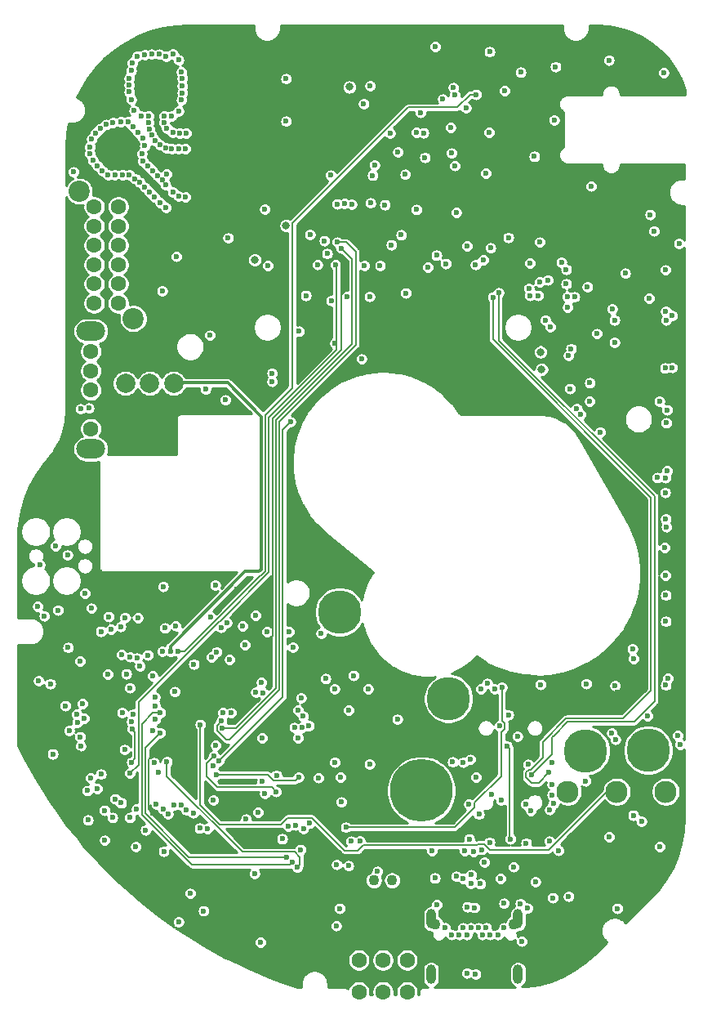
<source format=gbr>
G04 #@! TF.GenerationSoftware,KiCad,Pcbnew,5.1.6+dfsg1-1~bpo10+1*
G04 #@! TF.CreationDate,2021-03-28T20:24:38-04:00*
G04 #@! TF.ProjectId,RUSP_Mainboard,52555350-5f4d-4616-996e-626f6172642e,rev?*
G04 #@! TF.SameCoordinates,Original*
G04 #@! TF.FileFunction,Copper,L5,Inr*
G04 #@! TF.FilePolarity,Positive*
%FSLAX46Y46*%
G04 Gerber Fmt 4.6, Leading zero omitted, Abs format (unit mm)*
G04 Created by KiCad (PCBNEW 5.1.6+dfsg1-1~bpo10+1) date 2021-03-28 20:24:38*
%MOMM*%
%LPD*%
G01*
G04 APERTURE LIST*
G04 #@! TA.AperFunction,ViaPad*
%ADD10C,1.100000*%
G04 #@! TD*
G04 #@! TA.AperFunction,ViaPad*
%ADD11C,6.500000*%
G04 #@! TD*
G04 #@! TA.AperFunction,ViaPad*
%ADD12C,4.500000*%
G04 #@! TD*
G04 #@! TA.AperFunction,ViaPad*
%ADD13O,1.000000X2.000000*%
G04 #@! TD*
G04 #@! TA.AperFunction,ViaPad*
%ADD14C,0.600000*%
G04 #@! TD*
G04 #@! TA.AperFunction,ViaPad*
%ADD15C,2.300000*%
G04 #@! TD*
G04 #@! TA.AperFunction,ViaPad*
%ADD16O,3.000000X2.000000*%
G04 #@! TD*
G04 #@! TA.AperFunction,ViaPad*
%ADD17C,1.600000*%
G04 #@! TD*
G04 #@! TA.AperFunction,ViaPad*
%ADD18C,2.200000*%
G04 #@! TD*
G04 #@! TA.AperFunction,ViaPad*
%ADD19C,2.000000*%
G04 #@! TD*
G04 #@! TA.AperFunction,ViaPad*
%ADD20C,0.800000*%
G04 #@! TD*
G04 #@! TA.AperFunction,Conductor*
%ADD21C,0.200000*%
G04 #@! TD*
G04 #@! TA.AperFunction,Conductor*
%ADD22C,0.350000*%
G04 #@! TD*
G04 #@! TA.AperFunction,Conductor*
%ADD23C,0.254000*%
G04 #@! TD*
G04 APERTURE END LIST*
D10*
X149050000Y-143300000D03*
X150950000Y-143300000D03*
D11*
X154000000Y-134000000D03*
D12*
X156800000Y-124450000D03*
X145500000Y-115500000D03*
X177510000Y-129800000D03*
X171000000Y-129870000D03*
D13*
X155000000Y-153025000D03*
X164000000Y-153025000D03*
D10*
X155450000Y-147825000D03*
D13*
X155000000Y-147275000D03*
D10*
X163550000Y-147825000D03*
D13*
X164000000Y-147275000D03*
D14*
X161900000Y-148925000D03*
X161100000Y-148925000D03*
X160300000Y-148925000D03*
X157100000Y-148925000D03*
X157900000Y-148925000D03*
X158700000Y-148925000D03*
X162550000Y-148225000D03*
X160700000Y-148225000D03*
X159900000Y-148225000D03*
X156450000Y-148225000D03*
X158300000Y-148225000D03*
X159100000Y-148225000D03*
D15*
X169170000Y-134100000D03*
X174250000Y-134100000D03*
X179330000Y-134100000D03*
D16*
X119700000Y-86400000D03*
X119700000Y-98600000D03*
D17*
X119700000Y-88500000D03*
X119700000Y-90500000D03*
X119700000Y-92500000D03*
X119700000Y-96500000D03*
X120050000Y-73500000D03*
X120050000Y-75500000D03*
X120050000Y-77500000D03*
X120050000Y-79500000D03*
X120050000Y-81500000D03*
X120050000Y-83500000D03*
X122550000Y-73500000D03*
X122550000Y-75500000D03*
X122550000Y-77500000D03*
X122550000Y-79500000D03*
X122550000Y-81500000D03*
X122550000Y-83500000D03*
D18*
X118500000Y-71900000D03*
X124100000Y-85100000D03*
D17*
X147500000Y-151550000D03*
X147500000Y-154850000D03*
X150000000Y-151550000D03*
X150000000Y-154850000D03*
X152500000Y-151550000D03*
X152500000Y-154850000D03*
D19*
X128300000Y-91800000D03*
X123300000Y-91800000D03*
X125800000Y-91800000D03*
D14*
X116300000Y-115300000D03*
X115750000Y-130200000D03*
X118600000Y-120600000D03*
X150731792Y-65881792D03*
X127510000Y-57930000D03*
X173438916Y-138800015D03*
X145600000Y-132600000D03*
X179395151Y-106666759D03*
X179997593Y-90164786D03*
D20*
X166450000Y-90350000D03*
D14*
X166250000Y-81300000D03*
X171450000Y-91750000D03*
X167100000Y-81100000D03*
X165123506Y-81960379D03*
X174000000Y-87550000D03*
X174000000Y-85250000D03*
X167900000Y-59000000D03*
X145150000Y-147999998D03*
X127200000Y-112850000D03*
X117275000Y-109600000D03*
X131600000Y-92425000D03*
X137475000Y-133050000D03*
X157449937Y-69258906D03*
X127574936Y-70119523D03*
X119750000Y-115100000D03*
X171433281Y-93657315D03*
X171200000Y-81820000D03*
X180688918Y-77331086D03*
X179999990Y-84800012D03*
X179449990Y-94550000D03*
X179449990Y-100866647D03*
X180560011Y-128302177D03*
X179550597Y-122351083D03*
X174068735Y-123134135D03*
X146935121Y-122071222D03*
X166250000Y-77170000D03*
X118650000Y-129370000D03*
X119100000Y-113570000D03*
X121550000Y-115970000D03*
X127109733Y-119570701D03*
X120750000Y-117500000D03*
X130388915Y-120888917D03*
X144970985Y-123449979D03*
X146450000Y-125650000D03*
X148600010Y-131265808D03*
X157583164Y-142879435D03*
X162200000Y-143100000D03*
X137949968Y-117549990D03*
X161001039Y-65812546D03*
X157000000Y-65300000D03*
X166350000Y-123000000D03*
X135700000Y-118900000D03*
X137399998Y-122799998D03*
X140654449Y-119149977D03*
X136800000Y-115850000D03*
X169250000Y-144950000D03*
X167600000Y-145100000D03*
X130321188Y-136291190D03*
X130000000Y-144650072D03*
X159051931Y-130763909D03*
X159950000Y-136450000D03*
X158902521Y-135416328D03*
X126250052Y-131100000D03*
X123200000Y-129750000D03*
X126143923Y-127754960D03*
X126400000Y-125250000D03*
X155600000Y-145800000D03*
X132600000Y-112700000D03*
X164400000Y-149603737D03*
X160800000Y-122900000D03*
X146700000Y-139250000D03*
X138949820Y-132403322D03*
X159485576Y-146111532D03*
X119400000Y-137050000D03*
X137300000Y-149700000D03*
X128800000Y-147600000D03*
X127263589Y-140286411D03*
X131800000Y-137950000D03*
X114400000Y-110600000D03*
X114200000Y-114899996D03*
X119350010Y-134000000D03*
X158946668Y-139000000D03*
X163200000Y-138999998D03*
X124446297Y-135916273D03*
X162835228Y-129362576D03*
X116050000Y-108650000D03*
X114883338Y-115897623D03*
X125392516Y-138078171D03*
X162321155Y-123293956D03*
X146150012Y-137799979D03*
X119700000Y-132700000D03*
X126675001Y-132102833D03*
X158324867Y-131049990D03*
X145200000Y-141650000D03*
X163007305Y-126140001D03*
X159600000Y-153000000D03*
X131400000Y-146449996D03*
X130993328Y-137897923D03*
X158700000Y-152900000D03*
X135800000Y-136950000D03*
X132417990Y-134967990D03*
X117450000Y-127770000D03*
X118600000Y-128420000D03*
X133650000Y-93520000D03*
X132979352Y-130918853D03*
X140400000Y-95800000D03*
D20*
X171200000Y-58400000D03*
X152600000Y-57000000D03*
X137600000Y-60500000D03*
X135400000Y-60499992D03*
D14*
X136400000Y-149800000D03*
X115754055Y-109644213D03*
X165450000Y-78050000D03*
X136554390Y-132993961D03*
X159100000Y-83950000D03*
X140975000Y-131325000D03*
X136500000Y-57220000D03*
X172968724Y-123240770D03*
X174331713Y-123836531D03*
X174242188Y-120979959D03*
X143471711Y-76262717D03*
X145827215Y-78964952D03*
X114822875Y-119921900D03*
X118451021Y-130093136D03*
X119000000Y-116120000D03*
X127187773Y-116049977D03*
X129150000Y-131570000D03*
X144917713Y-118850011D03*
X134187376Y-122513332D03*
X140400000Y-120600000D03*
X134800000Y-113169998D03*
X125029986Y-142691163D03*
X130362098Y-146501156D03*
X126100000Y-136300000D03*
X133400000Y-144650072D03*
X138489944Y-143300042D03*
X158299990Y-132900000D03*
X161394987Y-129501112D03*
X147077135Y-140850010D03*
X173761091Y-84088909D03*
X169246875Y-88924999D03*
X167350000Y-85950000D03*
X166850000Y-85250000D03*
X169374998Y-92350000D03*
X164983182Y-146183558D03*
X160200001Y-140099999D03*
X143300000Y-132675000D03*
X126100016Y-122100000D03*
X122951621Y-125908388D03*
X164247869Y-145700012D03*
X164850012Y-139430015D03*
X129621122Y-136022068D03*
X159650000Y-132600000D03*
X141431761Y-140104535D03*
X167526199Y-131044108D03*
X164782822Y-135390000D03*
X126350000Y-124300000D03*
X174300000Y-146200000D03*
X132753679Y-119625022D03*
X127973868Y-119600476D03*
X135450021Y-116950010D03*
X121113350Y-136038725D03*
X133950000Y-76750000D03*
D20*
X136700000Y-79000000D03*
D14*
X149125000Y-69175000D03*
X157100000Y-67950000D03*
X160650051Y-70028957D03*
D20*
X139950000Y-75450000D03*
D14*
X152300000Y-70150000D03*
X157600000Y-74100000D03*
X139950000Y-60250002D03*
X139950000Y-64650000D03*
X158725000Y-77575000D03*
X150870000Y-77450002D03*
D20*
X166350000Y-88550000D03*
D14*
X125300000Y-57750000D03*
X138050000Y-79600000D03*
X153900000Y-63749990D03*
X162625000Y-61475000D03*
X161150000Y-77775000D03*
X171600000Y-71375000D03*
X153475000Y-73800000D03*
X164275000Y-59575000D03*
X173425000Y-58325000D03*
X155425000Y-56924990D03*
X142425000Y-76375000D03*
X160400000Y-79000000D03*
X145029215Y-87673184D03*
X129600000Y-65900000D03*
X128900000Y-65900000D03*
X128200000Y-65800000D03*
X127600000Y-65400000D03*
X127300000Y-64800000D03*
X127300000Y-64100000D03*
X125700000Y-64100000D03*
X125700000Y-64800000D03*
X125800000Y-65500000D03*
X125999992Y-66100000D03*
X126349997Y-66649997D03*
X126900000Y-67100002D03*
X128100000Y-67500000D03*
X128800000Y-67500000D03*
X129500000Y-67500000D03*
X127500000Y-67400000D03*
X129500000Y-72500000D03*
X128800000Y-72400000D03*
X128200000Y-72000000D03*
X127450000Y-71249994D03*
X127100000Y-70700000D03*
X126600000Y-70300000D03*
X126100000Y-69800000D03*
X125600000Y-69300000D03*
X125100000Y-68800000D03*
X125000000Y-68000000D03*
X125300000Y-67200000D03*
X125100000Y-66400000D03*
X124600000Y-65800000D03*
X124100000Y-65200000D03*
X123600000Y-64700000D03*
X122800000Y-64700000D03*
X122000000Y-64800000D03*
X121300000Y-65000000D03*
X120700000Y-65400000D03*
X120200000Y-65900000D03*
X119600000Y-68000000D03*
X119900000Y-68700000D03*
X119600000Y-67299996D03*
X119800000Y-66500000D03*
X120400000Y-69300000D03*
X120900000Y-69800000D03*
X121500000Y-70200000D03*
X122200000Y-70200000D03*
X123000000Y-70200000D03*
X123700000Y-70200000D03*
X124299992Y-70600000D03*
X124800000Y-71000000D03*
X125300000Y-71500000D03*
X125800000Y-72000000D03*
X126300000Y-72500000D03*
X126900000Y-73100000D03*
X127499998Y-73600000D03*
X128100000Y-64100000D03*
X128800000Y-63600000D03*
X129100000Y-62450000D03*
X129200000Y-61700000D03*
X129200000Y-61000000D03*
X129200000Y-60200000D03*
X129100000Y-59550000D03*
X128800000Y-58300000D03*
X128208783Y-57657593D03*
X126796502Y-57698867D03*
X126000000Y-57700000D03*
X124500000Y-57900000D03*
X124000000Y-58600000D03*
X123900000Y-59400000D03*
X123700000Y-60200000D03*
X123700000Y-60900000D03*
X123700000Y-61600000D03*
X123900000Y-62400000D03*
X124200000Y-63550000D03*
X124900000Y-64100000D03*
X137750000Y-73750000D03*
X168500000Y-79254099D03*
X151890000Y-76430000D03*
X148930000Y-70250000D03*
X177700000Y-74320000D03*
X145074990Y-79529721D03*
X127100000Y-82220000D03*
X128565441Y-78654559D03*
X143923280Y-77025228D03*
X144200000Y-78370000D03*
X123750000Y-132200000D03*
X150200000Y-73300000D03*
X145688023Y-135179084D03*
X155543243Y-78543235D03*
X154638155Y-79771718D03*
X151550000Y-67850002D03*
X165250000Y-79350000D03*
X149425122Y-142373020D03*
X148450012Y-123449979D03*
X123742933Y-123349264D03*
X151484093Y-126615907D03*
X128399991Y-123749990D03*
X178700000Y-139800000D03*
X121450000Y-121950000D03*
X121949968Y-136796978D03*
X161224675Y-134423621D03*
X124493364Y-120279015D03*
X158740008Y-146030006D03*
X158300000Y-143100000D03*
X140936084Y-137586084D03*
X134100000Y-120399990D03*
X163934989Y-128375512D03*
X140614920Y-141378730D03*
X124049989Y-126112014D03*
X126920550Y-125933056D03*
X123950000Y-131050000D03*
X139545020Y-138995626D03*
X123983350Y-127605888D03*
X126413916Y-126600010D03*
X123750000Y-136796973D03*
X142362029Y-137384196D03*
X140037546Y-140900028D03*
X126900000Y-128000000D03*
X127600000Y-131000000D03*
X141098815Y-141951760D03*
X154350014Y-68400000D03*
X165700011Y-68300000D03*
X169851840Y-82852675D03*
X169102535Y-82820101D03*
X169150000Y-83927664D03*
X169507145Y-88215897D03*
X166077834Y-82699999D03*
X165250000Y-82699998D03*
X172175000Y-86650000D03*
X137750000Y-134300000D03*
X124800000Y-121100000D03*
X117900000Y-69900000D03*
X144566942Y-70236942D03*
X140195904Y-137707130D03*
X161046724Y-139354887D03*
X117349990Y-119170000D03*
X133798479Y-116620533D03*
X161569672Y-123467491D03*
X132203679Y-120155524D03*
X171080000Y-122920000D03*
X160150000Y-123450000D03*
X153451904Y-65796565D03*
X154200000Y-65850000D03*
X163000000Y-76700000D03*
X118300000Y-126920000D03*
X169001256Y-81497498D03*
X119019346Y-126519990D03*
X179301090Y-111691092D03*
X123957626Y-126856318D03*
X179199988Y-108826944D03*
X133400000Y-125900000D03*
X179300000Y-80050000D03*
X128500000Y-116920000D03*
X178100000Y-76020000D03*
X175998684Y-120352609D03*
X141500000Y-124400000D03*
X180824990Y-129220000D03*
X126497899Y-135397192D03*
X176800000Y-137170000D03*
X127179189Y-135886092D03*
X179329977Y-123067912D03*
X127702856Y-136423019D03*
X177450000Y-126270000D03*
X128350122Y-135477399D03*
X179329998Y-116470000D03*
X129100116Y-135482559D03*
X122800000Y-117000000D03*
X179329988Y-113753318D03*
X179329986Y-84350000D03*
X127399989Y-117149997D03*
X121789337Y-117295735D03*
X177600000Y-83000000D03*
X179250032Y-90225372D03*
X136829304Y-123806564D03*
X179351979Y-85257720D03*
X137580420Y-123900011D03*
X179376670Y-95900412D03*
X141725373Y-126292010D03*
X178661080Y-93658913D03*
X141180882Y-125665699D03*
X179299704Y-101601448D03*
X141604106Y-127466337D03*
X178450000Y-101570000D03*
X142332028Y-127285651D03*
X179329978Y-105850000D03*
X134249988Y-125938009D03*
X179260872Y-103112230D03*
X140812269Y-127465731D03*
X141750000Y-137950000D03*
X147600000Y-139200000D03*
X123250000Y-116070000D03*
X124579833Y-116097751D03*
X123378500Y-121899242D03*
X168200000Y-140200000D03*
X122854585Y-135272671D03*
X159650000Y-61875000D03*
X128722168Y-119550000D03*
X122232390Y-134853874D03*
X136670261Y-142600021D03*
X158450000Y-140250010D03*
X120350000Y-133800000D03*
X120750000Y-132300000D03*
X121144129Y-139147697D03*
X132150010Y-116045018D03*
X131050000Y-127150000D03*
X141300000Y-86420000D03*
X141206962Y-128549990D03*
X145671082Y-77803210D03*
X133353093Y-127513078D03*
X145269115Y-77170012D03*
X133268806Y-126767817D03*
X144050000Y-122400000D03*
X133198807Y-117070989D03*
X162100000Y-127300000D03*
X125600000Y-119950000D03*
X140250000Y-117549990D03*
X137050000Y-136249990D03*
X132656922Y-129294408D03*
X123756455Y-120139436D03*
X124374996Y-139792808D03*
X122900000Y-119900000D03*
X146417519Y-141782228D03*
X114300000Y-122620000D03*
X118636084Y-94456084D03*
X115500001Y-122920000D03*
X119500010Y-94369990D03*
X159600000Y-79500004D03*
X149700000Y-79600000D03*
X148700000Y-73120000D03*
X148600000Y-82800000D03*
X146750000Y-73270000D03*
X148075010Y-79600000D03*
X146008719Y-73155957D03*
X146250010Y-82800000D03*
X145250000Y-73220000D03*
X144626416Y-83226416D03*
X143200000Y-79500004D03*
X142000000Y-82700000D03*
X158600000Y-63250004D03*
D20*
X146500000Y-61100000D03*
D14*
X157449998Y-61950000D03*
X156200000Y-62350000D03*
X148000000Y-62850000D03*
X157300236Y-61165093D03*
X171008916Y-132990010D03*
X162241094Y-135008906D03*
X174096850Y-128687927D03*
X167250000Y-139250000D03*
X173736648Y-128030085D03*
X165343287Y-136097509D03*
X162000000Y-82420000D03*
X165381922Y-132390246D03*
X161400000Y-82870000D03*
X167195012Y-132140001D03*
X145500000Y-146200000D03*
X162544211Y-145676280D03*
X163550000Y-141900000D03*
X155376737Y-143059289D03*
X155085460Y-140250010D03*
X165800008Y-143443829D03*
X175950000Y-136550000D03*
X138900000Y-134099999D03*
X132443172Y-130394420D03*
X117050000Y-125200000D03*
X145000000Y-131049999D03*
X132400000Y-131450000D03*
X159400000Y-140300000D03*
X159100000Y-143599998D03*
X167287422Y-135976336D03*
X159149990Y-142724175D03*
X167700000Y-135350000D03*
X160100000Y-143650000D03*
X167550000Y-133350000D03*
X167563909Y-134436091D03*
X160529088Y-141408916D03*
X167750000Y-64520000D03*
X179100000Y-59620000D03*
X161050000Y-57450000D03*
X148675000Y-60975000D03*
X172530018Y-96844982D03*
X118850032Y-124978200D03*
X156500000Y-79400000D03*
X138500010Y-91604964D03*
X138500010Y-90750000D03*
X152366854Y-82445018D03*
X170092517Y-94407481D03*
X175863055Y-119313055D03*
X170500000Y-95000000D03*
X147776949Y-89276949D03*
X132050000Y-86825000D03*
X143599070Y-117700928D03*
X157224855Y-131032963D03*
X165052432Y-131294147D03*
X132700000Y-132350000D03*
X141250000Y-132600000D03*
X175125000Y-80400000D03*
X169000004Y-80000000D03*
X118228916Y-126071084D03*
X137450000Y-128549990D03*
D21*
X163152248Y-138747752D02*
X163150000Y-138750000D01*
X163152248Y-136002248D02*
X163152248Y-138747752D01*
X163152248Y-136002248D02*
X163152248Y-136897752D01*
X163152248Y-138747752D02*
X163152248Y-139102248D01*
X163152248Y-139102248D02*
X163250000Y-139200000D01*
X163152248Y-136002248D02*
X163152248Y-129679596D01*
X163152248Y-129679596D02*
X162835228Y-129362576D01*
X162321155Y-123293956D02*
X162321155Y-126726673D01*
X162321155Y-126726673D02*
X162650001Y-127055519D01*
X162264001Y-127989990D02*
X162264001Y-132500001D01*
X159500002Y-135264000D02*
X159500002Y-135764001D01*
X162264001Y-132500001D02*
X159500002Y-135264000D01*
X157464024Y-137799979D02*
X146150012Y-137799979D01*
X162650001Y-127055519D02*
X162650001Y-127603990D01*
X159500002Y-135764001D02*
X157464024Y-137799979D01*
X162650001Y-127603990D02*
X162264001Y-127989990D01*
X139600000Y-124298205D02*
X139600000Y-96600000D01*
X132979352Y-130918853D02*
X139600000Y-124298205D01*
X139600000Y-96600000D02*
X140400000Y-95800000D01*
X143167724Y-120600000D02*
X140400000Y-120600000D01*
X144917713Y-118850011D02*
X143167724Y-120600000D01*
X125700042Y-130785956D02*
X125700042Y-135900042D01*
X125700042Y-135900042D02*
X126100000Y-136300000D01*
X138549968Y-95461423D02*
X138549968Y-117936030D01*
X145827215Y-78964952D02*
X145668316Y-79123851D01*
X145668316Y-88343075D02*
X138549968Y-95461423D01*
X138549968Y-117936030D02*
X125700042Y-130785956D01*
X145668316Y-79123851D02*
X145668316Y-88343075D01*
D22*
X128475000Y-91725000D02*
X133890699Y-91725000D01*
X133890699Y-91725000D02*
X137400010Y-95234311D01*
X137400010Y-95234311D02*
X137400010Y-111065689D01*
X127973868Y-119028710D02*
X127973868Y-119600476D01*
X137165689Y-111300010D02*
X135702568Y-111300010D01*
X135702568Y-111300010D02*
X127973868Y-119028710D01*
X137400010Y-111065689D02*
X137165689Y-111300010D01*
D21*
X145074990Y-79529721D02*
X145176417Y-79631148D01*
X138175030Y-95341371D02*
X138175030Y-111386715D01*
X133107733Y-116454012D02*
X133037952Y-116454012D01*
X138175030Y-111386715D02*
X133107733Y-116454012D01*
X124650011Y-131299989D02*
X123750000Y-132200000D01*
X133037952Y-116454012D02*
X124650011Y-124841953D01*
X124650011Y-124841953D02*
X124650011Y-131299989D01*
X145176417Y-88339984D02*
X138175030Y-95341371D01*
X145176417Y-79631148D02*
X145176417Y-88339984D01*
X125000022Y-127085976D02*
X126152942Y-125933056D01*
X125000022Y-136509016D02*
X125000022Y-127085976D01*
X126152942Y-125933056D02*
X126920550Y-125933056D01*
X140614920Y-141378730D02*
X140314921Y-141678729D01*
X130169735Y-141678729D02*
X125000022Y-136509016D01*
X140314921Y-141678729D02*
X130169735Y-141678729D01*
X124300000Y-130700000D02*
X124300000Y-127922538D01*
X123950000Y-131050000D02*
X124300000Y-130700000D01*
X124300000Y-127922538D02*
X123983350Y-127605888D01*
X140037546Y-140900028D02*
X129886024Y-140900028D01*
X129886024Y-140900028D02*
X125350032Y-136364036D01*
X125350032Y-129549968D02*
X126900000Y-128000000D01*
X125350032Y-136364036D02*
X125350032Y-129549968D01*
X141398814Y-140864076D02*
X141398814Y-141651761D01*
X127600000Y-131000000D02*
X127600000Y-132544990D01*
X127600000Y-132544990D02*
X135399931Y-140344921D01*
X135399931Y-140344921D02*
X140879659Y-140344921D01*
X141398814Y-141651761D02*
X141098815Y-141951760D01*
X140879659Y-140344921D02*
X141398814Y-140864076D01*
X140600001Y-75199581D02*
X140600001Y-92283286D01*
X137271953Y-111725021D02*
X129446974Y-119550000D01*
X152599593Y-63199989D02*
X140600001Y-75199581D01*
X137341734Y-111725021D02*
X137271953Y-111725021D01*
X159650000Y-61875000D02*
X159024988Y-61875000D01*
X137825021Y-95058266D02*
X137825020Y-111241735D01*
X137825020Y-111241735D02*
X137341734Y-111725021D01*
X129446974Y-119550000D02*
X128722168Y-119550000D01*
X159024988Y-61875000D02*
X157699999Y-63199989D01*
X157699999Y-63199989D02*
X152599593Y-63199989D01*
X140600001Y-92283286D02*
X137825021Y-95058266D01*
X147964002Y-139650000D02*
X147414002Y-140200000D01*
X159735998Y-139650000D02*
X147964002Y-139650000D01*
X140101803Y-136834195D02*
X139435997Y-137500001D01*
X159836000Y-139549998D02*
X159735998Y-139650000D01*
X174250000Y-134100000D02*
X173214002Y-134100000D01*
X131050000Y-135500000D02*
X131050000Y-127150000D01*
X139435997Y-137500001D02*
X133050001Y-137500001D01*
X142626030Y-136834195D02*
X140101803Y-136834195D01*
X145991835Y-140200000D02*
X142626030Y-136834195D01*
X167164001Y-140150001D02*
X161064005Y-140150001D01*
X173214002Y-134100000D02*
X167164001Y-140150001D01*
X160464002Y-139549998D02*
X159836000Y-139549998D01*
X133050001Y-137500001D02*
X131050000Y-135500000D01*
X147414002Y-140200000D02*
X145991835Y-140200000D01*
X161064005Y-140150001D02*
X160464002Y-139549998D01*
X138899978Y-95606403D02*
X138899978Y-123394455D01*
X145671082Y-77803210D02*
X146800011Y-78932139D01*
X146800011Y-87706370D02*
X138899978Y-95606403D01*
X134781355Y-127513078D02*
X133353093Y-127513078D01*
X138899978Y-123394455D02*
X134781355Y-127513078D01*
X146800011Y-78932139D02*
X146800011Y-87706370D01*
X132799434Y-127752731D02*
X132799434Y-127237189D01*
X147175000Y-87826371D02*
X139249989Y-95751382D01*
X133764949Y-128718246D02*
X132799434Y-127752731D01*
X134071177Y-128718246D02*
X133764949Y-128718246D01*
X132799434Y-127237189D02*
X133268806Y-126767817D01*
X147175000Y-78139385D02*
X147175000Y-87826371D01*
X145269115Y-77170012D02*
X146205627Y-77170012D01*
X139249989Y-123539434D02*
X134071177Y-128718246D01*
X139249989Y-95751382D02*
X139249989Y-123539434D01*
X146205627Y-77170012D02*
X147175000Y-78139385D01*
X167550000Y-129370000D02*
X167545026Y-129374974D01*
X167550000Y-128470000D02*
X167550000Y-129370000D01*
X169144979Y-126870011D02*
X167745026Y-128269964D01*
X162000000Y-87370000D02*
X178150000Y-103520000D01*
X162000000Y-82420000D02*
X162000000Y-87370000D01*
X178150000Y-103520000D02*
X178150000Y-124755998D01*
X167745026Y-128269964D02*
X167745026Y-128274974D01*
X178150000Y-124755998D02*
X176035988Y-126870010D01*
X167745026Y-128274974D02*
X167550000Y-128470000D01*
X176035988Y-126870010D02*
X169144979Y-126870011D01*
X167550000Y-129370000D02*
X167550000Y-130222168D01*
X165681921Y-132090247D02*
X165381922Y-132390246D01*
X167550000Y-130222168D02*
X165681921Y-132090247D01*
X164831920Y-132640940D02*
X165390969Y-133199989D01*
X165390969Y-133199989D02*
X166135024Y-133199989D01*
X161400000Y-87264990D02*
X177799989Y-103664979D01*
X177799989Y-103664979D02*
X177799989Y-123620011D01*
X169000000Y-126520000D02*
X166549990Y-128970010D01*
X166135024Y-133199989D02*
X167195012Y-132140001D01*
X161400000Y-82870000D02*
X161400000Y-87264990D01*
X177799989Y-123620011D02*
X174900000Y-126520000D01*
X164831920Y-132126244D02*
X164831920Y-132640940D01*
X166549990Y-128970010D02*
X166549990Y-130608174D01*
X166549990Y-130608174D02*
X165317920Y-131840244D01*
X174900000Y-126520000D02*
X169000000Y-126520000D01*
X165317920Y-131840244D02*
X165117920Y-131840244D01*
X165117920Y-131840244D02*
X164831920Y-132126244D01*
X138450000Y-133649999D02*
X132835997Y-133649999D01*
X131700000Y-131137592D02*
X132443172Y-130394420D01*
X138900000Y-134099999D02*
X138450000Y-133649999D01*
X131700000Y-132514002D02*
X131700000Y-131137592D01*
X132835997Y-133649999D02*
X131700000Y-132514002D01*
X138685819Y-132953323D02*
X140896677Y-132953323D01*
X132700000Y-132350000D02*
X138082496Y-132350000D01*
X138082496Y-132350000D02*
X138685819Y-132953323D01*
X140896677Y-132953323D02*
X141250000Y-132600000D01*
D23*
G36*
X136598001Y-55022205D02*
G01*
X136600250Y-55045040D01*
X136600250Y-55057371D01*
X136600910Y-55063648D01*
X136621577Y-55247899D01*
X136630094Y-55287969D01*
X136638051Y-55328157D01*
X136639917Y-55334186D01*
X136695978Y-55510915D01*
X136712129Y-55548600D01*
X136727729Y-55586446D01*
X136730723Y-55591984D01*
X136730729Y-55591997D01*
X136730736Y-55592008D01*
X136820052Y-55754472D01*
X136843192Y-55788267D01*
X136865868Y-55822397D01*
X136869885Y-55827253D01*
X136869890Y-55827260D01*
X136869896Y-55827265D01*
X136989068Y-55969290D01*
X137018340Y-55997954D01*
X137047204Y-56027021D01*
X137052095Y-56031010D01*
X137196590Y-56147186D01*
X137230836Y-56169596D01*
X137264832Y-56192527D01*
X137270405Y-56195490D01*
X137434714Y-56281389D01*
X137472682Y-56296729D01*
X137510464Y-56312611D01*
X137516502Y-56314434D01*
X137516508Y-56314436D01*
X137694370Y-56366783D01*
X137734610Y-56374459D01*
X137774741Y-56382697D01*
X137781022Y-56383313D01*
X137965666Y-56400117D01*
X138006633Y-56399831D01*
X138047599Y-56400117D01*
X138053880Y-56399501D01*
X138238273Y-56380120D01*
X138278444Y-56371874D01*
X138318641Y-56364206D01*
X138324677Y-56362384D01*
X138324686Y-56362382D01*
X138324694Y-56362378D01*
X138501799Y-56307556D01*
X138539579Y-56291675D01*
X138577550Y-56276334D01*
X138583113Y-56273376D01*
X138583122Y-56273372D01*
X138583129Y-56273367D01*
X138746215Y-56185187D01*
X138780161Y-56162290D01*
X138814459Y-56139846D01*
X138819350Y-56135857D01*
X138962209Y-56017673D01*
X138991056Y-55988623D01*
X139020344Y-55959943D01*
X139024366Y-55955080D01*
X139141549Y-55811400D01*
X139164203Y-55777303D01*
X139187365Y-55743476D01*
X139190367Y-55737924D01*
X139277411Y-55574219D01*
X139293021Y-55536346D01*
X139309162Y-55498687D01*
X139311026Y-55492666D01*
X139311028Y-55492660D01*
X139311029Y-55492654D01*
X139364616Y-55315164D01*
X139372574Y-55274974D01*
X139381090Y-55234908D01*
X139381750Y-55228631D01*
X139399843Y-55044108D01*
X139399843Y-55044105D01*
X139402000Y-55022205D01*
X139402000Y-54752000D01*
X168598001Y-54752000D01*
X168598001Y-55022205D01*
X168600250Y-55045040D01*
X168600250Y-55057371D01*
X168600910Y-55063648D01*
X168621577Y-55247899D01*
X168630094Y-55287969D01*
X168638051Y-55328157D01*
X168639917Y-55334186D01*
X168695978Y-55510915D01*
X168712129Y-55548600D01*
X168727729Y-55586446D01*
X168730723Y-55591984D01*
X168730729Y-55591997D01*
X168730736Y-55592008D01*
X168820052Y-55754472D01*
X168843192Y-55788267D01*
X168865868Y-55822397D01*
X168869885Y-55827253D01*
X168869890Y-55827260D01*
X168869896Y-55827265D01*
X168989068Y-55969290D01*
X169018340Y-55997954D01*
X169047204Y-56027021D01*
X169052095Y-56031010D01*
X169196590Y-56147186D01*
X169230836Y-56169596D01*
X169264832Y-56192527D01*
X169270405Y-56195490D01*
X169434714Y-56281389D01*
X169472682Y-56296729D01*
X169510464Y-56312611D01*
X169516502Y-56314434D01*
X169516508Y-56314436D01*
X169694370Y-56366783D01*
X169734610Y-56374459D01*
X169774741Y-56382697D01*
X169781022Y-56383313D01*
X169965666Y-56400117D01*
X170006633Y-56399831D01*
X170047599Y-56400117D01*
X170053880Y-56399501D01*
X170238273Y-56380120D01*
X170278444Y-56371874D01*
X170318641Y-56364206D01*
X170324677Y-56362384D01*
X170324686Y-56362382D01*
X170324694Y-56362378D01*
X170501799Y-56307556D01*
X170539579Y-56291675D01*
X170577550Y-56276334D01*
X170583113Y-56273376D01*
X170583122Y-56273372D01*
X170583129Y-56273367D01*
X170746215Y-56185187D01*
X170780161Y-56162290D01*
X170814459Y-56139846D01*
X170819350Y-56135857D01*
X170962209Y-56017673D01*
X170991056Y-55988623D01*
X171020344Y-55959943D01*
X171024366Y-55955080D01*
X171141549Y-55811400D01*
X171164203Y-55777303D01*
X171187365Y-55743476D01*
X171190367Y-55737924D01*
X171277411Y-55574219D01*
X171293021Y-55536346D01*
X171309162Y-55498687D01*
X171311026Y-55492666D01*
X171311028Y-55492660D01*
X171311029Y-55492654D01*
X171364616Y-55315164D01*
X171372574Y-55274974D01*
X171381090Y-55234908D01*
X171381750Y-55228631D01*
X171399843Y-55044108D01*
X171399843Y-55044105D01*
X171402000Y-55022205D01*
X171402000Y-54752000D01*
X172245797Y-54752000D01*
X173456568Y-54828175D01*
X174634266Y-55052833D01*
X175774528Y-55423327D01*
X176859354Y-55933807D01*
X177871644Y-56576225D01*
X178795446Y-57340461D01*
X179616170Y-58214443D01*
X180320884Y-59184398D01*
X180898480Y-60235038D01*
X181344511Y-61361586D01*
X181359596Y-61409109D01*
X181358770Y-61893295D01*
X174602000Y-61897705D01*
X174602000Y-61777795D01*
X174599794Y-61755397D01*
X174599794Y-61748914D01*
X174599134Y-61742637D01*
X174588257Y-61645662D01*
X174579746Y-61605619D01*
X174571783Y-61565402D01*
X174569916Y-61559373D01*
X174540410Y-61466358D01*
X174524288Y-61428742D01*
X174508661Y-61390828D01*
X174505659Y-61385277D01*
X174458648Y-61299764D01*
X174435486Y-61265936D01*
X174412830Y-61231837D01*
X174408808Y-61226974D01*
X174346083Y-61152222D01*
X174316809Y-61123556D01*
X174287948Y-61094493D01*
X174283058Y-61090504D01*
X174207008Y-61029358D01*
X174172710Y-61006914D01*
X174138764Y-60984017D01*
X174133197Y-60981057D01*
X174133193Y-60981054D01*
X174133189Y-60981052D01*
X174046712Y-60935844D01*
X174008760Y-60920510D01*
X173970965Y-60904623D01*
X173964923Y-60902799D01*
X173964921Y-60902798D01*
X173964917Y-60902797D01*
X173871311Y-60875247D01*
X173831066Y-60867569D01*
X173790937Y-60859332D01*
X173784662Y-60858717D01*
X173784659Y-60858716D01*
X173784656Y-60858716D01*
X173687474Y-60849872D01*
X173646509Y-60850158D01*
X173605544Y-60849872D01*
X173599263Y-60850488D01*
X173599259Y-60850488D01*
X173502215Y-60860688D01*
X173462097Y-60868923D01*
X173421843Y-60876602D01*
X173415801Y-60878426D01*
X173322582Y-60907282D01*
X173284789Y-60923169D01*
X173246830Y-60938505D01*
X173241264Y-60941464D01*
X173241260Y-60941466D01*
X173241257Y-60941468D01*
X173155420Y-60987881D01*
X173121458Y-61010788D01*
X173087178Y-61033221D01*
X173082298Y-61037202D01*
X173082286Y-61037210D01*
X173082277Y-61037219D01*
X173007099Y-61099412D01*
X172978238Y-61128474D01*
X172948965Y-61157140D01*
X172944942Y-61162003D01*
X172944939Y-61162006D01*
X172944937Y-61162009D01*
X172883266Y-61237624D01*
X172860586Y-61271760D01*
X172837447Y-61305554D01*
X172834445Y-61311105D01*
X172788634Y-61397266D01*
X172773038Y-61435104D01*
X172756885Y-61472792D01*
X172755019Y-61478821D01*
X172726814Y-61572239D01*
X172718855Y-61612434D01*
X172710339Y-61652500D01*
X172709679Y-61658777D01*
X172700157Y-61755894D01*
X172700157Y-61755905D01*
X172698001Y-61777795D01*
X172698001Y-61898000D01*
X169127795Y-61898000D01*
X169105397Y-61900206D01*
X169098914Y-61900206D01*
X169092637Y-61900866D01*
X168995662Y-61911743D01*
X168955619Y-61920254D01*
X168915402Y-61928217D01*
X168909379Y-61930082D01*
X168909375Y-61930083D01*
X168909372Y-61930084D01*
X168909373Y-61930084D01*
X168816358Y-61959590D01*
X168778742Y-61975712D01*
X168740828Y-61991339D01*
X168735277Y-61994341D01*
X168649764Y-62041352D01*
X168615936Y-62064514D01*
X168581837Y-62087170D01*
X168576974Y-62091192D01*
X168502222Y-62153917D01*
X168473556Y-62183191D01*
X168444493Y-62212052D01*
X168440504Y-62216942D01*
X168379358Y-62292992D01*
X168356914Y-62327290D01*
X168334017Y-62361236D01*
X168331057Y-62366803D01*
X168331054Y-62366807D01*
X168331054Y-62366808D01*
X168285844Y-62453288D01*
X168270510Y-62491240D01*
X168254623Y-62529035D01*
X168252799Y-62535077D01*
X168225247Y-62628689D01*
X168217569Y-62668934D01*
X168209332Y-62709063D01*
X168208716Y-62715344D01*
X168199872Y-62812526D01*
X168200158Y-62853491D01*
X168199872Y-62894456D01*
X168200488Y-62900737D01*
X168210688Y-62997786D01*
X168218926Y-63037917D01*
X168226602Y-63078157D01*
X168228426Y-63084199D01*
X168257282Y-63177418D01*
X168273169Y-63215211D01*
X168288505Y-63253170D01*
X168291462Y-63258732D01*
X168291466Y-63258740D01*
X168291471Y-63258747D01*
X168337881Y-63344580D01*
X168360778Y-63378526D01*
X168383221Y-63412822D01*
X168387206Y-63417707D01*
X168387210Y-63417713D01*
X168387215Y-63417718D01*
X168449411Y-63492901D01*
X168478493Y-63521781D01*
X168507140Y-63551035D01*
X168512003Y-63555058D01*
X168512006Y-63555061D01*
X168512010Y-63555063D01*
X168587624Y-63616734D01*
X168621757Y-63639412D01*
X168655553Y-63662553D01*
X168661089Y-63665545D01*
X168661099Y-63665552D01*
X168661109Y-63665556D01*
X168698001Y-63685172D01*
X168698000Y-67314834D01*
X168649764Y-67341352D01*
X168615936Y-67364514D01*
X168581837Y-67387170D01*
X168576974Y-67391192D01*
X168502222Y-67453917D01*
X168473556Y-67483191D01*
X168444493Y-67512052D01*
X168440504Y-67516942D01*
X168379358Y-67592992D01*
X168356914Y-67627290D01*
X168334017Y-67661236D01*
X168331057Y-67666803D01*
X168331054Y-67666807D01*
X168331054Y-67666808D01*
X168285844Y-67753288D01*
X168270510Y-67791240D01*
X168254623Y-67829035D01*
X168252799Y-67835077D01*
X168225247Y-67928689D01*
X168217569Y-67968934D01*
X168209332Y-68009063D01*
X168208716Y-68015344D01*
X168199872Y-68112526D01*
X168200158Y-68153491D01*
X168199872Y-68194456D01*
X168200488Y-68200737D01*
X168210688Y-68297786D01*
X168218926Y-68337917D01*
X168226602Y-68378157D01*
X168228426Y-68384199D01*
X168257282Y-68477418D01*
X168273169Y-68515211D01*
X168288505Y-68553170D01*
X168291462Y-68558732D01*
X168291466Y-68558740D01*
X168291471Y-68558747D01*
X168337881Y-68644580D01*
X168360778Y-68678526D01*
X168383221Y-68712822D01*
X168387206Y-68717707D01*
X168387210Y-68717713D01*
X168387215Y-68717718D01*
X168449411Y-68792901D01*
X168478493Y-68821781D01*
X168507140Y-68851035D01*
X168512003Y-68855058D01*
X168512006Y-68855061D01*
X168512010Y-68855063D01*
X168587624Y-68916734D01*
X168621757Y-68939412D01*
X168655553Y-68962553D01*
X168661089Y-68965545D01*
X168661099Y-68965552D01*
X168661109Y-68965556D01*
X168747266Y-69011366D01*
X168785104Y-69026962D01*
X168822792Y-69043115D01*
X168828821Y-69044981D01*
X168922239Y-69073186D01*
X168962448Y-69081148D01*
X169002501Y-69089661D01*
X169008771Y-69090320D01*
X169008774Y-69090321D01*
X169008777Y-69090321D01*
X169105895Y-69099843D01*
X169127795Y-69102000D01*
X172698000Y-69102000D01*
X172698000Y-69222204D01*
X172700206Y-69244602D01*
X172700206Y-69251086D01*
X172700866Y-69257363D01*
X172711743Y-69354338D01*
X172720254Y-69394381D01*
X172728217Y-69434598D01*
X172730084Y-69440627D01*
X172759590Y-69533642D01*
X172775723Y-69571283D01*
X172791339Y-69609171D01*
X172794339Y-69614719D01*
X172794341Y-69614724D01*
X172794344Y-69614728D01*
X172841352Y-69700236D01*
X172864496Y-69734037D01*
X172887169Y-69768163D01*
X172891192Y-69773026D01*
X172953917Y-69847778D01*
X172983191Y-69876444D01*
X173012052Y-69905507D01*
X173016942Y-69909496D01*
X173092992Y-69970642D01*
X173127282Y-69993081D01*
X173161236Y-70015983D01*
X173166798Y-70018940D01*
X173166807Y-70018946D01*
X173166816Y-70018950D01*
X173253288Y-70064156D01*
X173291297Y-70079513D01*
X173329035Y-70095377D01*
X173335065Y-70097197D01*
X173335079Y-70097203D01*
X173335093Y-70097206D01*
X173428688Y-70124753D01*
X173468941Y-70132432D01*
X173509063Y-70140668D01*
X173515338Y-70141283D01*
X173515341Y-70141284D01*
X173515344Y-70141284D01*
X173612527Y-70150128D01*
X173653492Y-70149842D01*
X173694456Y-70150128D01*
X173700737Y-70149512D01*
X173700741Y-70149512D01*
X173797786Y-70139312D01*
X173837917Y-70131074D01*
X173878157Y-70123398D01*
X173884199Y-70121574D01*
X173977418Y-70092718D01*
X174015211Y-70076831D01*
X174053170Y-70061495D01*
X174058732Y-70058538D01*
X174058740Y-70058534D01*
X174058747Y-70058529D01*
X174144580Y-70012119D01*
X174178526Y-69989222D01*
X174212822Y-69966779D01*
X174217707Y-69962794D01*
X174217713Y-69962790D01*
X174217718Y-69962785D01*
X174292901Y-69900589D01*
X174321781Y-69871507D01*
X174351035Y-69842860D01*
X174355058Y-69837997D01*
X174355061Y-69837994D01*
X174355063Y-69837990D01*
X174416734Y-69762376D01*
X174439412Y-69728243D01*
X174462553Y-69694447D01*
X174465545Y-69688911D01*
X174465552Y-69688901D01*
X174465556Y-69688891D01*
X174511366Y-69602734D01*
X174526962Y-69564896D01*
X174543115Y-69527208D01*
X174544981Y-69521179D01*
X174573186Y-69427761D01*
X174581148Y-69387552D01*
X174589661Y-69347499D01*
X174590321Y-69341223D01*
X174599843Y-69244105D01*
X174602000Y-69222205D01*
X174602000Y-69102000D01*
X181248001Y-69102000D01*
X181248000Y-70598000D01*
X180977795Y-70598000D01*
X180954950Y-70600250D01*
X180942629Y-70600250D01*
X180936352Y-70600910D01*
X180752100Y-70621577D01*
X180712009Y-70630098D01*
X180671844Y-70638051D01*
X180665819Y-70639916D01*
X180665813Y-70639917D01*
X180665807Y-70639919D01*
X180489085Y-70695978D01*
X180451412Y-70712124D01*
X180413554Y-70727729D01*
X180408002Y-70730730D01*
X180245528Y-70820052D01*
X180211766Y-70843169D01*
X180177602Y-70865868D01*
X180172740Y-70869891D01*
X180030710Y-70989069D01*
X180002065Y-71018321D01*
X179972979Y-71047204D01*
X179968990Y-71052095D01*
X179852813Y-71196590D01*
X179830386Y-71230863D01*
X179807473Y-71264832D01*
X179804510Y-71270404D01*
X179718611Y-71434714D01*
X179703260Y-71472708D01*
X179687389Y-71510465D01*
X179685567Y-71516499D01*
X179685565Y-71516505D01*
X179685565Y-71516507D01*
X179633217Y-71694370D01*
X179625542Y-71734604D01*
X179617303Y-71774741D01*
X179616687Y-71781022D01*
X179599883Y-71965666D01*
X179600169Y-72006633D01*
X179599883Y-72047599D01*
X179600499Y-72053880D01*
X179619880Y-72238273D01*
X179628126Y-72278444D01*
X179635794Y-72318641D01*
X179637616Y-72324677D01*
X179637618Y-72324686D01*
X179637622Y-72324694D01*
X179692444Y-72501799D01*
X179708325Y-72539579D01*
X179723666Y-72577550D01*
X179726624Y-72583113D01*
X179726628Y-72583122D01*
X179726633Y-72583129D01*
X179814813Y-72746215D01*
X179837710Y-72780161D01*
X179860154Y-72814459D01*
X179864143Y-72819350D01*
X179982327Y-72962209D01*
X180011377Y-72991056D01*
X180040057Y-73020344D01*
X180044920Y-73024366D01*
X180188600Y-73141549D01*
X180222697Y-73164203D01*
X180256524Y-73187365D01*
X180262076Y-73190367D01*
X180425781Y-73277411D01*
X180463654Y-73293021D01*
X180501313Y-73309162D01*
X180507334Y-73311026D01*
X180507340Y-73311028D01*
X180507346Y-73311029D01*
X180684836Y-73364616D01*
X180725026Y-73372574D01*
X180765092Y-73381090D01*
X180771369Y-73381750D01*
X180955892Y-73399843D01*
X180955895Y-73399843D01*
X180977795Y-73402000D01*
X181248000Y-73402000D01*
X181248000Y-76949243D01*
X181214778Y-76899523D01*
X181120481Y-76805226D01*
X181009598Y-76731136D01*
X180886392Y-76680102D01*
X180755597Y-76654086D01*
X180622239Y-76654086D01*
X180491444Y-76680102D01*
X180368238Y-76731136D01*
X180257355Y-76805226D01*
X180163058Y-76899523D01*
X180088968Y-77010406D01*
X180037934Y-77133612D01*
X180011918Y-77264407D01*
X180011918Y-77397765D01*
X180037934Y-77528560D01*
X180088968Y-77651766D01*
X180163058Y-77762649D01*
X180257355Y-77856946D01*
X180368238Y-77931036D01*
X180491444Y-77982070D01*
X180622239Y-78008086D01*
X180755597Y-78008086D01*
X180886392Y-77982070D01*
X181009598Y-77931036D01*
X181120481Y-77856946D01*
X181214778Y-77762649D01*
X181248000Y-77712929D01*
X181248001Y-128688426D01*
X181156847Y-128627518D01*
X181159961Y-128622857D01*
X181210995Y-128499651D01*
X181237011Y-128368856D01*
X181237011Y-128235498D01*
X181210995Y-128104703D01*
X181159961Y-127981497D01*
X181085871Y-127870614D01*
X180991574Y-127776317D01*
X180880691Y-127702227D01*
X180757485Y-127651193D01*
X180626690Y-127625177D01*
X180493332Y-127625177D01*
X180362537Y-127651193D01*
X180239331Y-127702227D01*
X180128448Y-127776317D01*
X180034151Y-127870614D01*
X179960061Y-127981497D01*
X179909027Y-128104703D01*
X179883011Y-128235498D01*
X179883011Y-128368856D01*
X179909027Y-128499651D01*
X179960061Y-128622857D01*
X180034151Y-128733740D01*
X180128448Y-128828037D01*
X180228154Y-128894659D01*
X180225040Y-128899320D01*
X180174006Y-129022526D01*
X180147990Y-129153321D01*
X180147990Y-129286679D01*
X180174006Y-129417474D01*
X180225040Y-129540680D01*
X180299130Y-129651563D01*
X180393427Y-129745860D01*
X180504310Y-129819950D01*
X180627516Y-129870984D01*
X180758311Y-129897000D01*
X180891669Y-129897000D01*
X181022464Y-129870984D01*
X181145670Y-129819950D01*
X181248001Y-129751574D01*
X181248001Y-136815971D01*
X181170723Y-138156207D01*
X180942160Y-139465817D01*
X180564586Y-140740488D01*
X180043010Y-141963307D01*
X179384343Y-143118076D01*
X178595906Y-144191403D01*
X177853216Y-145007559D01*
X175172000Y-147688777D01*
X174975910Y-147492687D01*
X174958175Y-147478132D01*
X174949451Y-147469408D01*
X174944546Y-147465436D01*
X174799593Y-147349721D01*
X174765257Y-147327423D01*
X174731191Y-147304618D01*
X174725608Y-147301675D01*
X174560940Y-147216319D01*
X174522929Y-147201116D01*
X174485082Y-147185362D01*
X174479034Y-147183559D01*
X174300921Y-147131813D01*
X174260656Y-147124278D01*
X174220495Y-147116180D01*
X174214212Y-147115586D01*
X174029442Y-147099421D01*
X173988483Y-147099850D01*
X173947512Y-147099707D01*
X173941233Y-147100345D01*
X173941231Y-147100345D01*
X173756842Y-147120376D01*
X173716752Y-147128751D01*
X173676526Y-147136570D01*
X173670490Y-147138415D01*
X173493502Y-147193880D01*
X173455794Y-147209886D01*
X173417861Y-147225366D01*
X173412308Y-147228344D01*
X173412299Y-147228348D01*
X173412292Y-147228353D01*
X173249454Y-147317135D01*
X173215588Y-147340150D01*
X173181370Y-147362713D01*
X173176493Y-147366719D01*
X173033995Y-147485444D01*
X173005230Y-147514613D01*
X172976061Y-147543378D01*
X172972055Y-147548255D01*
X172855331Y-147692397D01*
X172832758Y-147726631D01*
X172809754Y-147760480D01*
X172806771Y-147766042D01*
X172720267Y-147930110D01*
X172704787Y-147968042D01*
X172688780Y-148005752D01*
X172686939Y-148011776D01*
X172686935Y-148011785D01*
X172686933Y-148011794D01*
X172633947Y-148189534D01*
X172626134Y-148229731D01*
X172617753Y-148269848D01*
X172617115Y-148276127D01*
X172599660Y-148460780D01*
X172599803Y-148501719D01*
X172599374Y-148542712D01*
X172599968Y-148548995D01*
X172618712Y-148733523D01*
X172626813Y-148773703D01*
X172634345Y-148813948D01*
X172636147Y-148819992D01*
X172636148Y-148819998D01*
X172636150Y-148820004D01*
X172690376Y-148997367D01*
X172706123Y-149035198D01*
X172721334Y-149073227D01*
X172724277Y-149078810D01*
X172811925Y-149242270D01*
X172834715Y-149276314D01*
X172857025Y-149310669D01*
X172860991Y-149315566D01*
X172860998Y-149315576D01*
X172861006Y-149315584D01*
X172978724Y-149458897D01*
X172978727Y-149458900D01*
X172992687Y-149475910D01*
X173188776Y-149671999D01*
X171904592Y-150956185D01*
X170902270Y-151849327D01*
X169814629Y-152613827D01*
X168646324Y-153248255D01*
X167412850Y-153744193D01*
X166130536Y-154095076D01*
X164814055Y-154296605D01*
X164378368Y-154317177D01*
X164489592Y-154257727D01*
X164623133Y-154148133D01*
X164732727Y-154014592D01*
X164814162Y-153862237D01*
X164864310Y-153696922D01*
X164877000Y-153568079D01*
X164877000Y-152481921D01*
X164864310Y-152353078D01*
X164814162Y-152187763D01*
X164732727Y-152035408D01*
X164623133Y-151901867D01*
X164489591Y-151792273D01*
X164337236Y-151710838D01*
X164171921Y-151660690D01*
X164000000Y-151643757D01*
X163828078Y-151660690D01*
X163662763Y-151710838D01*
X163510408Y-151792273D01*
X163376867Y-151901867D01*
X163267273Y-152035409D01*
X163185838Y-152187764D01*
X163135690Y-152353079D01*
X163123000Y-152481922D01*
X163123001Y-153568079D01*
X163135691Y-153696922D01*
X163185839Y-153862237D01*
X163267274Y-154014592D01*
X163376868Y-154148133D01*
X163510409Y-154257727D01*
X163662764Y-154339162D01*
X163692914Y-154348308D01*
X155307982Y-154348037D01*
X155337237Y-154339162D01*
X155489592Y-154257727D01*
X155623133Y-154148133D01*
X155732727Y-154014592D01*
X155814162Y-153862237D01*
X155864310Y-153696922D01*
X155877000Y-153568079D01*
X155877000Y-152833321D01*
X158023000Y-152833321D01*
X158023000Y-152966679D01*
X158049016Y-153097474D01*
X158100050Y-153220680D01*
X158174140Y-153331563D01*
X158268437Y-153425860D01*
X158379320Y-153499950D01*
X158502526Y-153550984D01*
X158633321Y-153577000D01*
X158766679Y-153577000D01*
X158897474Y-153550984D01*
X159020680Y-153499950D01*
X159093722Y-153451145D01*
X159168437Y-153525860D01*
X159279320Y-153599950D01*
X159402526Y-153650984D01*
X159533321Y-153677000D01*
X159666679Y-153677000D01*
X159797474Y-153650984D01*
X159920680Y-153599950D01*
X160031563Y-153525860D01*
X160125860Y-153431563D01*
X160199950Y-153320680D01*
X160250984Y-153197474D01*
X160277000Y-153066679D01*
X160277000Y-152933321D01*
X160250984Y-152802526D01*
X160199950Y-152679320D01*
X160125860Y-152568437D01*
X160031563Y-152474140D01*
X159920680Y-152400050D01*
X159797474Y-152349016D01*
X159666679Y-152323000D01*
X159533321Y-152323000D01*
X159402526Y-152349016D01*
X159279320Y-152400050D01*
X159206278Y-152448855D01*
X159131563Y-152374140D01*
X159020680Y-152300050D01*
X158897474Y-152249016D01*
X158766679Y-152223000D01*
X158633321Y-152223000D01*
X158502526Y-152249016D01*
X158379320Y-152300050D01*
X158268437Y-152374140D01*
X158174140Y-152468437D01*
X158100050Y-152579320D01*
X158049016Y-152702526D01*
X158023000Y-152833321D01*
X155877000Y-152833321D01*
X155877000Y-152481921D01*
X155864310Y-152353078D01*
X155814162Y-152187763D01*
X155732727Y-152035408D01*
X155623133Y-151901867D01*
X155489591Y-151792273D01*
X155337236Y-151710838D01*
X155171921Y-151660690D01*
X155000000Y-151643757D01*
X154828078Y-151660690D01*
X154662763Y-151710838D01*
X154510408Y-151792273D01*
X154376867Y-151901867D01*
X154267273Y-152035409D01*
X154185838Y-152187764D01*
X154135690Y-152353079D01*
X154123000Y-152481922D01*
X154123001Y-153568079D01*
X154135691Y-153696922D01*
X154185839Y-153862237D01*
X154267274Y-154014592D01*
X154376868Y-154148133D01*
X154510409Y-154257727D01*
X154662764Y-154339162D01*
X154691954Y-154348017D01*
X154222220Y-154348001D01*
X154200000Y-154345813D01*
X154132086Y-154352502D01*
X154111408Y-154354538D01*
X154111405Y-154354539D01*
X154111394Y-154354540D01*
X154053793Y-154372013D01*
X154026204Y-154380381D01*
X154026199Y-154380383D01*
X154026191Y-154380386D01*
X153982914Y-154403518D01*
X153947680Y-154422349D01*
X153947674Y-154422354D01*
X153947668Y-154422357D01*
X153914565Y-154449524D01*
X153878852Y-154478831D01*
X153878842Y-154478841D01*
X153852654Y-154510751D01*
X153822366Y-154547655D01*
X153822363Y-154547661D01*
X153822358Y-154547667D01*
X153808594Y-154573418D01*
X153780392Y-154626177D01*
X153780389Y-154626185D01*
X153780387Y-154626190D01*
X153772952Y-154650699D01*
X153754543Y-154711379D01*
X153754542Y-154711390D01*
X153754541Y-154711393D01*
X153752664Y-154730449D01*
X153745814Y-154799986D01*
X153748001Y-154822198D01*
X153748001Y-155148000D01*
X153640783Y-155148000D01*
X153677000Y-154965924D01*
X153677000Y-154734076D01*
X153631769Y-154506682D01*
X153543044Y-154292481D01*
X153414236Y-154099706D01*
X153250294Y-153935764D01*
X153057519Y-153806956D01*
X152843318Y-153718231D01*
X152615924Y-153673000D01*
X152384076Y-153673000D01*
X152156682Y-153718231D01*
X151942481Y-153806956D01*
X151749706Y-153935764D01*
X151585764Y-154099706D01*
X151456956Y-154292481D01*
X151368231Y-154506682D01*
X151323000Y-154734076D01*
X151323000Y-154965924D01*
X151359217Y-155148000D01*
X151140783Y-155148000D01*
X151177000Y-154965924D01*
X151177000Y-154734076D01*
X151131769Y-154506682D01*
X151043044Y-154292481D01*
X150914236Y-154099706D01*
X150750294Y-153935764D01*
X150557519Y-153806956D01*
X150343318Y-153718231D01*
X150115924Y-153673000D01*
X149884076Y-153673000D01*
X149656682Y-153718231D01*
X149442481Y-153806956D01*
X149249706Y-153935764D01*
X149085764Y-154099706D01*
X148956956Y-154292481D01*
X148868231Y-154506682D01*
X148823000Y-154734076D01*
X148823000Y-154965924D01*
X148859217Y-155148000D01*
X148640783Y-155148000D01*
X148677000Y-154965924D01*
X148677000Y-154734076D01*
X148631769Y-154506682D01*
X148543044Y-154292481D01*
X148414236Y-154099706D01*
X148250294Y-153935764D01*
X148057519Y-153806956D01*
X147843318Y-153718231D01*
X147615924Y-153673000D01*
X147384076Y-153673000D01*
X147156682Y-153718231D01*
X146942481Y-153806956D01*
X146749706Y-153935764D01*
X146585764Y-154099706D01*
X146456956Y-154292481D01*
X146368231Y-154506682D01*
X146363505Y-154530440D01*
X146321159Y-154478841D01*
X146252333Y-154422357D01*
X146173810Y-154380386D01*
X146088607Y-154354540D01*
X146030449Y-154348812D01*
X146000000Y-154345813D01*
X145977795Y-154348000D01*
X144302000Y-154348000D01*
X144302000Y-153977795D01*
X144299750Y-153954950D01*
X144299750Y-153942629D01*
X144299090Y-153936352D01*
X144278423Y-153752100D01*
X144269902Y-153712009D01*
X144261949Y-153671844D01*
X144260083Y-153665815D01*
X144260083Y-153665813D01*
X144260081Y-153665807D01*
X144204022Y-153489085D01*
X144187876Y-153451412D01*
X144172271Y-153413554D01*
X144169270Y-153408002D01*
X144079948Y-153245528D01*
X144056831Y-153211766D01*
X144034132Y-153177602D01*
X144030109Y-153172740D01*
X143910931Y-153030710D01*
X143881679Y-153002065D01*
X143852796Y-152972979D01*
X143847905Y-152968990D01*
X143703410Y-152852813D01*
X143669137Y-152830386D01*
X143635168Y-152807473D01*
X143629596Y-152804510D01*
X143465286Y-152718611D01*
X143427292Y-152703260D01*
X143389535Y-152687389D01*
X143383501Y-152685567D01*
X143383495Y-152685565D01*
X143383489Y-152685564D01*
X143205630Y-152633217D01*
X143165396Y-152625542D01*
X143125259Y-152617303D01*
X143118978Y-152616687D01*
X142934334Y-152599883D01*
X142893368Y-152600169D01*
X142852401Y-152599883D01*
X142846120Y-152600499D01*
X142661728Y-152619880D01*
X142621558Y-152628126D01*
X142581359Y-152635794D01*
X142575326Y-152637615D01*
X142575314Y-152637618D01*
X142575303Y-152637623D01*
X142398201Y-152692444D01*
X142360433Y-152708320D01*
X142322450Y-152723666D01*
X142316883Y-152726626D01*
X142316879Y-152726628D01*
X142316878Y-152726629D01*
X142153785Y-152814813D01*
X142119816Y-152837725D01*
X142085541Y-152860154D01*
X142080650Y-152864143D01*
X141937791Y-152982327D01*
X141908944Y-153011377D01*
X141879656Y-153040057D01*
X141875634Y-153044920D01*
X141758451Y-153188600D01*
X141735782Y-153222719D01*
X141712635Y-153256524D01*
X141709633Y-153262076D01*
X141622589Y-153425781D01*
X141606991Y-153463626D01*
X141590838Y-153501313D01*
X141588972Y-153507342D01*
X141535384Y-153684836D01*
X141527426Y-153725026D01*
X141518910Y-153765092D01*
X141518250Y-153771369D01*
X141500157Y-153955892D01*
X141498000Y-153977796D01*
X141498000Y-154346483D01*
X141123873Y-154345230D01*
X138622720Y-153478237D01*
X136115858Y-152449167D01*
X133989418Y-151434076D01*
X146323000Y-151434076D01*
X146323000Y-151665924D01*
X146368231Y-151893318D01*
X146456956Y-152107519D01*
X146585764Y-152300294D01*
X146749706Y-152464236D01*
X146942481Y-152593044D01*
X147156682Y-152681769D01*
X147384076Y-152727000D01*
X147615924Y-152727000D01*
X147843318Y-152681769D01*
X148057519Y-152593044D01*
X148250294Y-152464236D01*
X148414236Y-152300294D01*
X148543044Y-152107519D01*
X148631769Y-151893318D01*
X148677000Y-151665924D01*
X148677000Y-151434076D01*
X148823000Y-151434076D01*
X148823000Y-151665924D01*
X148868231Y-151893318D01*
X148956956Y-152107519D01*
X149085764Y-152300294D01*
X149249706Y-152464236D01*
X149442481Y-152593044D01*
X149656682Y-152681769D01*
X149884076Y-152727000D01*
X150115924Y-152727000D01*
X150343318Y-152681769D01*
X150557519Y-152593044D01*
X150750294Y-152464236D01*
X150914236Y-152300294D01*
X151043044Y-152107519D01*
X151131769Y-151893318D01*
X151177000Y-151665924D01*
X151177000Y-151434076D01*
X151323000Y-151434076D01*
X151323000Y-151665924D01*
X151368231Y-151893318D01*
X151456956Y-152107519D01*
X151585764Y-152300294D01*
X151749706Y-152464236D01*
X151942481Y-152593044D01*
X152156682Y-152681769D01*
X152384076Y-152727000D01*
X152615924Y-152727000D01*
X152843318Y-152681769D01*
X153057519Y-152593044D01*
X153250294Y-152464236D01*
X153414236Y-152300294D01*
X153543044Y-152107519D01*
X153631769Y-151893318D01*
X153677000Y-151665924D01*
X153677000Y-151434076D01*
X153631769Y-151206682D01*
X153543044Y-150992481D01*
X153414236Y-150799706D01*
X153250294Y-150635764D01*
X153057519Y-150506956D01*
X152843318Y-150418231D01*
X152615924Y-150373000D01*
X152384076Y-150373000D01*
X152156682Y-150418231D01*
X151942481Y-150506956D01*
X151749706Y-150635764D01*
X151585764Y-150799706D01*
X151456956Y-150992481D01*
X151368231Y-151206682D01*
X151323000Y-151434076D01*
X151177000Y-151434076D01*
X151131769Y-151206682D01*
X151043044Y-150992481D01*
X150914236Y-150799706D01*
X150750294Y-150635764D01*
X150557519Y-150506956D01*
X150343318Y-150418231D01*
X150115924Y-150373000D01*
X149884076Y-150373000D01*
X149656682Y-150418231D01*
X149442481Y-150506956D01*
X149249706Y-150635764D01*
X149085764Y-150799706D01*
X148956956Y-150992481D01*
X148868231Y-151206682D01*
X148823000Y-151434076D01*
X148677000Y-151434076D01*
X148631769Y-151206682D01*
X148543044Y-150992481D01*
X148414236Y-150799706D01*
X148250294Y-150635764D01*
X148057519Y-150506956D01*
X147843318Y-150418231D01*
X147615924Y-150373000D01*
X147384076Y-150373000D01*
X147156682Y-150418231D01*
X146942481Y-150506956D01*
X146749706Y-150635764D01*
X146585764Y-150799706D01*
X146456956Y-150992481D01*
X146368231Y-151206682D01*
X146323000Y-151434076D01*
X133989418Y-151434076D01*
X133670321Y-151281750D01*
X131293786Y-149979654D01*
X130737774Y-149633321D01*
X136623000Y-149633321D01*
X136623000Y-149766679D01*
X136649016Y-149897474D01*
X136700050Y-150020680D01*
X136774140Y-150131563D01*
X136868437Y-150225860D01*
X136979320Y-150299950D01*
X137102526Y-150350984D01*
X137233321Y-150377000D01*
X137366679Y-150377000D01*
X137497474Y-150350984D01*
X137620680Y-150299950D01*
X137731563Y-150225860D01*
X137825860Y-150131563D01*
X137899950Y-150020680D01*
X137950984Y-149897474D01*
X137977000Y-149766679D01*
X137977000Y-149633321D01*
X137950984Y-149502526D01*
X137899950Y-149379320D01*
X137825860Y-149268437D01*
X137731563Y-149174140D01*
X137620680Y-149100050D01*
X137497474Y-149049016D01*
X137366679Y-149023000D01*
X137233321Y-149023000D01*
X137102526Y-149049016D01*
X136979320Y-149100050D01*
X136868437Y-149174140D01*
X136774140Y-149268437D01*
X136700050Y-149379320D01*
X136649016Y-149502526D01*
X136623000Y-149633321D01*
X130737774Y-149633321D01*
X128993645Y-148546927D01*
X128530315Y-148221073D01*
X128602526Y-148250984D01*
X128733321Y-148277000D01*
X128866679Y-148277000D01*
X128997474Y-148250984D01*
X129120680Y-148199950D01*
X129231563Y-148125860D01*
X129325860Y-148031563D01*
X129391504Y-147933319D01*
X144473000Y-147933319D01*
X144473000Y-148066677D01*
X144499016Y-148197472D01*
X144550050Y-148320678D01*
X144624140Y-148431561D01*
X144718437Y-148525858D01*
X144829320Y-148599948D01*
X144952526Y-148650982D01*
X145083321Y-148676998D01*
X145216679Y-148676998D01*
X145347474Y-148650982D01*
X145470680Y-148599948D01*
X145581563Y-148525858D01*
X145675860Y-148431561D01*
X145749950Y-148320678D01*
X145800984Y-148197472D01*
X145827000Y-148066677D01*
X145827000Y-147933319D01*
X145800984Y-147802524D01*
X145749950Y-147679318D01*
X145675860Y-147568435D01*
X145581563Y-147474138D01*
X145470680Y-147400048D01*
X145347474Y-147349014D01*
X145216679Y-147322998D01*
X145083321Y-147322998D01*
X144952526Y-147349014D01*
X144829320Y-147400048D01*
X144718437Y-147474138D01*
X144624140Y-147568435D01*
X144550050Y-147679318D01*
X144499016Y-147802524D01*
X144473000Y-147933319D01*
X129391504Y-147933319D01*
X129399950Y-147920680D01*
X129450984Y-147797474D01*
X129477000Y-147666679D01*
X129477000Y-147533321D01*
X129450984Y-147402526D01*
X129399950Y-147279320D01*
X129325860Y-147168437D01*
X129231563Y-147074140D01*
X129120680Y-147000050D01*
X128997474Y-146949016D01*
X128866679Y-146923000D01*
X128733321Y-146923000D01*
X128602526Y-146949016D01*
X128479320Y-147000050D01*
X128368437Y-147074140D01*
X128274140Y-147168437D01*
X128200050Y-147279320D01*
X128149016Y-147402526D01*
X128123000Y-147533321D01*
X128123000Y-147666679D01*
X128149016Y-147797474D01*
X128200050Y-147920680D01*
X128274140Y-148031563D01*
X128305637Y-148063060D01*
X126777059Y-146988031D01*
X126011859Y-146383317D01*
X130723000Y-146383317D01*
X130723000Y-146516675D01*
X130749016Y-146647470D01*
X130800050Y-146770676D01*
X130874140Y-146881559D01*
X130968437Y-146975856D01*
X131079320Y-147049946D01*
X131202526Y-147100980D01*
X131333321Y-147126996D01*
X131466679Y-147126996D01*
X131597474Y-147100980D01*
X131720680Y-147049946D01*
X131831563Y-146975856D01*
X131925860Y-146881559D01*
X131999950Y-146770676D01*
X132050984Y-146647470D01*
X132077000Y-146516675D01*
X132077000Y-146383317D01*
X132050984Y-146252522D01*
X132001609Y-146133321D01*
X144823000Y-146133321D01*
X144823000Y-146266679D01*
X144849016Y-146397474D01*
X144900050Y-146520680D01*
X144974140Y-146631563D01*
X145068437Y-146725860D01*
X145179320Y-146799950D01*
X145302526Y-146850984D01*
X145433321Y-146877000D01*
X145566679Y-146877000D01*
X145697474Y-146850984D01*
X145820680Y-146799950D01*
X145922490Y-146731922D01*
X154123000Y-146731922D01*
X154123001Y-147818079D01*
X154135691Y-147946922D01*
X154185839Y-148112237D01*
X154267274Y-148264592D01*
X154376868Y-148398133D01*
X154510409Y-148507727D01*
X154662764Y-148589162D01*
X154828079Y-148639310D01*
X155000000Y-148656243D01*
X155027818Y-148653503D01*
X155089906Y-148679221D01*
X155075938Y-148712942D01*
X155048000Y-148853397D01*
X155048000Y-148996603D01*
X155075938Y-149137058D01*
X155130741Y-149269364D01*
X155210302Y-149388436D01*
X155311564Y-149489698D01*
X155430636Y-149569259D01*
X155562942Y-149624062D01*
X155703397Y-149652000D01*
X155846603Y-149652000D01*
X155987058Y-149624062D01*
X156119364Y-149569259D01*
X156238436Y-149489698D01*
X156339698Y-149388436D01*
X156419259Y-149269364D01*
X156464560Y-149159999D01*
X156500050Y-149245680D01*
X156574140Y-149356563D01*
X156668437Y-149450860D01*
X156779320Y-149524950D01*
X156902526Y-149575984D01*
X157033321Y-149602000D01*
X157166679Y-149602000D01*
X157297474Y-149575984D01*
X157420680Y-149524950D01*
X157500000Y-149471950D01*
X157579320Y-149524950D01*
X157702526Y-149575984D01*
X157833321Y-149602000D01*
X157966679Y-149602000D01*
X158097474Y-149575984D01*
X158220680Y-149524950D01*
X158300000Y-149471950D01*
X158379320Y-149524950D01*
X158502526Y-149575984D01*
X158633321Y-149602000D01*
X158766679Y-149602000D01*
X158897474Y-149575984D01*
X159020680Y-149524950D01*
X159131563Y-149450860D01*
X159225860Y-149356563D01*
X159299950Y-149245680D01*
X159350984Y-149122474D01*
X159377000Y-148991679D01*
X159377000Y-148858321D01*
X159374192Y-148844206D01*
X159420680Y-148824950D01*
X159500000Y-148771950D01*
X159579320Y-148824950D01*
X159625808Y-148844206D01*
X159623000Y-148858321D01*
X159623000Y-148991679D01*
X159649016Y-149122474D01*
X159700050Y-149245680D01*
X159774140Y-149356563D01*
X159868437Y-149450860D01*
X159979320Y-149524950D01*
X160102526Y-149575984D01*
X160233321Y-149602000D01*
X160366679Y-149602000D01*
X160497474Y-149575984D01*
X160620680Y-149524950D01*
X160700000Y-149471950D01*
X160779320Y-149524950D01*
X160902526Y-149575984D01*
X161033321Y-149602000D01*
X161166679Y-149602000D01*
X161297474Y-149575984D01*
X161420680Y-149524950D01*
X161500000Y-149471950D01*
X161579320Y-149524950D01*
X161702526Y-149575984D01*
X161833321Y-149602000D01*
X161966679Y-149602000D01*
X162097474Y-149575984D01*
X162220680Y-149524950D01*
X162331563Y-149450860D01*
X162425860Y-149356563D01*
X162499950Y-149245680D01*
X162535440Y-149159999D01*
X162580741Y-149269364D01*
X162660302Y-149388436D01*
X162761564Y-149489698D01*
X162880636Y-149569259D01*
X163012942Y-149624062D01*
X163153397Y-149652000D01*
X163296603Y-149652000D01*
X163437058Y-149624062D01*
X163569364Y-149569259D01*
X163688436Y-149489698D01*
X163743341Y-149434793D01*
X163723000Y-149537058D01*
X163723000Y-149670416D01*
X163749016Y-149801211D01*
X163800050Y-149924417D01*
X163874140Y-150035300D01*
X163968437Y-150129597D01*
X164079320Y-150203687D01*
X164202526Y-150254721D01*
X164333321Y-150280737D01*
X164466679Y-150280737D01*
X164597474Y-150254721D01*
X164720680Y-150203687D01*
X164831563Y-150129597D01*
X164925860Y-150035300D01*
X164999950Y-149924417D01*
X165050984Y-149801211D01*
X165077000Y-149670416D01*
X165077000Y-149537058D01*
X165050984Y-149406263D01*
X164999950Y-149283057D01*
X164925860Y-149172174D01*
X164831563Y-149077877D01*
X164720680Y-149003787D01*
X164597474Y-148952753D01*
X164466679Y-148926737D01*
X164333321Y-148926737D01*
X164202526Y-148952753D01*
X164079320Y-149003787D01*
X163968437Y-149077877D01*
X163927738Y-149118576D01*
X163952000Y-148996603D01*
X163952000Y-148853397D01*
X163924062Y-148712942D01*
X163910094Y-148679221D01*
X163972182Y-148653503D01*
X164000000Y-148656243D01*
X164171922Y-148639310D01*
X164337237Y-148589162D01*
X164489592Y-148507727D01*
X164623133Y-148398133D01*
X164732727Y-148264592D01*
X164814162Y-148112237D01*
X164864310Y-147946922D01*
X164877000Y-147818079D01*
X164877000Y-146852701D01*
X164916503Y-146860558D01*
X165049861Y-146860558D01*
X165180656Y-146834542D01*
X165303862Y-146783508D01*
X165414745Y-146709418D01*
X165509042Y-146615121D01*
X165583132Y-146504238D01*
X165634166Y-146381032D01*
X165660182Y-146250237D01*
X165660182Y-146133321D01*
X173623000Y-146133321D01*
X173623000Y-146266679D01*
X173649016Y-146397474D01*
X173700050Y-146520680D01*
X173774140Y-146631563D01*
X173868437Y-146725860D01*
X173979320Y-146799950D01*
X174102526Y-146850984D01*
X174233321Y-146877000D01*
X174366679Y-146877000D01*
X174497474Y-146850984D01*
X174620680Y-146799950D01*
X174731563Y-146725860D01*
X174825860Y-146631563D01*
X174899950Y-146520680D01*
X174950984Y-146397474D01*
X174977000Y-146266679D01*
X174977000Y-146133321D01*
X174950984Y-146002526D01*
X174899950Y-145879320D01*
X174825860Y-145768437D01*
X174731563Y-145674140D01*
X174620680Y-145600050D01*
X174497474Y-145549016D01*
X174366679Y-145523000D01*
X174233321Y-145523000D01*
X174102526Y-145549016D01*
X173979320Y-145600050D01*
X173868437Y-145674140D01*
X173774140Y-145768437D01*
X173700050Y-145879320D01*
X173649016Y-146002526D01*
X173623000Y-146133321D01*
X165660182Y-146133321D01*
X165660182Y-146116879D01*
X165634166Y-145986084D01*
X165583132Y-145862878D01*
X165509042Y-145751995D01*
X165414745Y-145657698D01*
X165303862Y-145583608D01*
X165180656Y-145532574D01*
X165049861Y-145506558D01*
X164916503Y-145506558D01*
X164900294Y-145509782D01*
X164898853Y-145502538D01*
X164847819Y-145379332D01*
X164773729Y-145268449D01*
X164679432Y-145174152D01*
X164568549Y-145100062D01*
X164445343Y-145049028D01*
X164366377Y-145033321D01*
X166923000Y-145033321D01*
X166923000Y-145166679D01*
X166949016Y-145297474D01*
X167000050Y-145420680D01*
X167074140Y-145531563D01*
X167168437Y-145625860D01*
X167279320Y-145699950D01*
X167402526Y-145750984D01*
X167533321Y-145777000D01*
X167666679Y-145777000D01*
X167797474Y-145750984D01*
X167920680Y-145699950D01*
X168031563Y-145625860D01*
X168125860Y-145531563D01*
X168199950Y-145420680D01*
X168250984Y-145297474D01*
X168277000Y-145166679D01*
X168277000Y-145033321D01*
X168250984Y-144902526D01*
X168243029Y-144883321D01*
X168573000Y-144883321D01*
X168573000Y-145016679D01*
X168599016Y-145147474D01*
X168650050Y-145270680D01*
X168724140Y-145381563D01*
X168818437Y-145475860D01*
X168929320Y-145549950D01*
X169052526Y-145600984D01*
X169183321Y-145627000D01*
X169316679Y-145627000D01*
X169447474Y-145600984D01*
X169570680Y-145549950D01*
X169681563Y-145475860D01*
X169775860Y-145381563D01*
X169849950Y-145270680D01*
X169900984Y-145147474D01*
X169927000Y-145016679D01*
X169927000Y-144883321D01*
X169900984Y-144752526D01*
X169849950Y-144629320D01*
X169775860Y-144518437D01*
X169681563Y-144424140D01*
X169570680Y-144350050D01*
X169447474Y-144299016D01*
X169316679Y-144273000D01*
X169183321Y-144273000D01*
X169052526Y-144299016D01*
X168929320Y-144350050D01*
X168818437Y-144424140D01*
X168724140Y-144518437D01*
X168650050Y-144629320D01*
X168599016Y-144752526D01*
X168573000Y-144883321D01*
X168243029Y-144883321D01*
X168199950Y-144779320D01*
X168125860Y-144668437D01*
X168031563Y-144574140D01*
X167920680Y-144500050D01*
X167797474Y-144449016D01*
X167666679Y-144423000D01*
X167533321Y-144423000D01*
X167402526Y-144449016D01*
X167279320Y-144500050D01*
X167168437Y-144574140D01*
X167074140Y-144668437D01*
X167000050Y-144779320D01*
X166949016Y-144902526D01*
X166923000Y-145033321D01*
X164366377Y-145033321D01*
X164314548Y-145023012D01*
X164181190Y-145023012D01*
X164050395Y-145049028D01*
X163927189Y-145100062D01*
X163816306Y-145174152D01*
X163722009Y-145268449D01*
X163647919Y-145379332D01*
X163596885Y-145502538D01*
X163570869Y-145633333D01*
X163570869Y-145766691D01*
X163596885Y-145897486D01*
X163630311Y-145978184D01*
X163510408Y-146042273D01*
X163376867Y-146151867D01*
X163267273Y-146285409D01*
X163185838Y-146437764D01*
X163135690Y-146603079D01*
X163123000Y-146731922D01*
X163123000Y-146998492D01*
X163110901Y-147003504D01*
X162959072Y-147104952D01*
X162829952Y-147234072D01*
X162728504Y-147385901D01*
X162658624Y-147554604D01*
X162658291Y-147556277D01*
X162616679Y-147548000D01*
X162483321Y-147548000D01*
X162352526Y-147574016D01*
X162229320Y-147625050D01*
X162118437Y-147699140D01*
X162024140Y-147793437D01*
X161950050Y-147904320D01*
X161899016Y-148027526D01*
X161873000Y-148158321D01*
X161873000Y-148248000D01*
X161833321Y-148248000D01*
X161702526Y-148274016D01*
X161579320Y-148325050D01*
X161500000Y-148378050D01*
X161420680Y-148325050D01*
X161374192Y-148305794D01*
X161377000Y-148291679D01*
X161377000Y-148158321D01*
X161350984Y-148027526D01*
X161299950Y-147904320D01*
X161225860Y-147793437D01*
X161131563Y-147699140D01*
X161020680Y-147625050D01*
X160897474Y-147574016D01*
X160766679Y-147548000D01*
X160633321Y-147548000D01*
X160502526Y-147574016D01*
X160379320Y-147625050D01*
X160300000Y-147678050D01*
X160220680Y-147625050D01*
X160097474Y-147574016D01*
X159966679Y-147548000D01*
X159833321Y-147548000D01*
X159702526Y-147574016D01*
X159579320Y-147625050D01*
X159500000Y-147678050D01*
X159420680Y-147625050D01*
X159297474Y-147574016D01*
X159166679Y-147548000D01*
X159033321Y-147548000D01*
X158902526Y-147574016D01*
X158779320Y-147625050D01*
X158700000Y-147678050D01*
X158620680Y-147625050D01*
X158497474Y-147574016D01*
X158366679Y-147548000D01*
X158233321Y-147548000D01*
X158102526Y-147574016D01*
X157979320Y-147625050D01*
X157868437Y-147699140D01*
X157774140Y-147793437D01*
X157700050Y-147904320D01*
X157649016Y-148027526D01*
X157623000Y-148158321D01*
X157623000Y-148291679D01*
X157625808Y-148305794D01*
X157579320Y-148325050D01*
X157500000Y-148378050D01*
X157420680Y-148325050D01*
X157297474Y-148274016D01*
X157166679Y-148248000D01*
X157127000Y-148248000D01*
X157127000Y-148158321D01*
X157100984Y-148027526D01*
X157049950Y-147904320D01*
X156975860Y-147793437D01*
X156881563Y-147699140D01*
X156770680Y-147625050D01*
X156647474Y-147574016D01*
X156516679Y-147548000D01*
X156383321Y-147548000D01*
X156341709Y-147556277D01*
X156341376Y-147554604D01*
X156271496Y-147385901D01*
X156170048Y-147234072D01*
X156040928Y-147104952D01*
X155889099Y-147003504D01*
X155877000Y-146998492D01*
X155877000Y-146731921D01*
X155864310Y-146603078D01*
X155815862Y-146443367D01*
X155920680Y-146399950D01*
X156031563Y-146325860D01*
X156125860Y-146231563D01*
X156199950Y-146120680D01*
X156250984Y-145997474D01*
X156257776Y-145963327D01*
X158063008Y-145963327D01*
X158063008Y-146096685D01*
X158089024Y-146227480D01*
X158140058Y-146350686D01*
X158214148Y-146461569D01*
X158308445Y-146555866D01*
X158419328Y-146629956D01*
X158542534Y-146680990D01*
X158673329Y-146707006D01*
X158806687Y-146707006D01*
X158937482Y-146680990D01*
X159050710Y-146634089D01*
X159054013Y-146637392D01*
X159164896Y-146711482D01*
X159288102Y-146762516D01*
X159418897Y-146788532D01*
X159552255Y-146788532D01*
X159683050Y-146762516D01*
X159806256Y-146711482D01*
X159917139Y-146637392D01*
X160011436Y-146543095D01*
X160085526Y-146432212D01*
X160136560Y-146309006D01*
X160162576Y-146178211D01*
X160162576Y-146044853D01*
X160136560Y-145914058D01*
X160085526Y-145790852D01*
X160011436Y-145679969D01*
X159941068Y-145609601D01*
X161867211Y-145609601D01*
X161867211Y-145742959D01*
X161893227Y-145873754D01*
X161944261Y-145996960D01*
X162018351Y-146107843D01*
X162112648Y-146202140D01*
X162223531Y-146276230D01*
X162346737Y-146327264D01*
X162477532Y-146353280D01*
X162610890Y-146353280D01*
X162741685Y-146327264D01*
X162864891Y-146276230D01*
X162975774Y-146202140D01*
X163070071Y-146107843D01*
X163144161Y-145996960D01*
X163195195Y-145873754D01*
X163221211Y-145742959D01*
X163221211Y-145609601D01*
X163195195Y-145478806D01*
X163144161Y-145355600D01*
X163070071Y-145244717D01*
X162975774Y-145150420D01*
X162864891Y-145076330D01*
X162741685Y-145025296D01*
X162610890Y-144999280D01*
X162477532Y-144999280D01*
X162346737Y-145025296D01*
X162223531Y-145076330D01*
X162112648Y-145150420D01*
X162018351Y-145244717D01*
X161944261Y-145355600D01*
X161893227Y-145478806D01*
X161867211Y-145609601D01*
X159941068Y-145609601D01*
X159917139Y-145585672D01*
X159806256Y-145511582D01*
X159683050Y-145460548D01*
X159552255Y-145434532D01*
X159418897Y-145434532D01*
X159288102Y-145460548D01*
X159174874Y-145507449D01*
X159171571Y-145504146D01*
X159060688Y-145430056D01*
X158937482Y-145379022D01*
X158806687Y-145353006D01*
X158673329Y-145353006D01*
X158542534Y-145379022D01*
X158419328Y-145430056D01*
X158308445Y-145504146D01*
X158214148Y-145598443D01*
X158140058Y-145709326D01*
X158089024Y-145832532D01*
X158063008Y-145963327D01*
X156257776Y-145963327D01*
X156277000Y-145866679D01*
X156277000Y-145733321D01*
X156250984Y-145602526D01*
X156199950Y-145479320D01*
X156125860Y-145368437D01*
X156031563Y-145274140D01*
X155920680Y-145200050D01*
X155797474Y-145149016D01*
X155666679Y-145123000D01*
X155533321Y-145123000D01*
X155402526Y-145149016D01*
X155279320Y-145200050D01*
X155168437Y-145274140D01*
X155074140Y-145368437D01*
X155000050Y-145479320D01*
X154949016Y-145602526D01*
X154923000Y-145733321D01*
X154923000Y-145866679D01*
X154929762Y-145900675D01*
X154828078Y-145910690D01*
X154662763Y-145960838D01*
X154510408Y-146042273D01*
X154376867Y-146151867D01*
X154267273Y-146285409D01*
X154185838Y-146437764D01*
X154135690Y-146603079D01*
X154123000Y-146731922D01*
X145922490Y-146731922D01*
X145931563Y-146725860D01*
X146025860Y-146631563D01*
X146099950Y-146520680D01*
X146150984Y-146397474D01*
X146177000Y-146266679D01*
X146177000Y-146133321D01*
X146150984Y-146002526D01*
X146099950Y-145879320D01*
X146025860Y-145768437D01*
X145931563Y-145674140D01*
X145820680Y-145600050D01*
X145697474Y-145549016D01*
X145566679Y-145523000D01*
X145433321Y-145523000D01*
X145302526Y-145549016D01*
X145179320Y-145600050D01*
X145068437Y-145674140D01*
X144974140Y-145768437D01*
X144900050Y-145879320D01*
X144849016Y-146002526D01*
X144823000Y-146133321D01*
X132001609Y-146133321D01*
X131999950Y-146129316D01*
X131925860Y-146018433D01*
X131831563Y-145924136D01*
X131720680Y-145850046D01*
X131597474Y-145799012D01*
X131466679Y-145772996D01*
X131333321Y-145772996D01*
X131202526Y-145799012D01*
X131079320Y-145850046D01*
X130968437Y-145924136D01*
X130874140Y-146018433D01*
X130800050Y-146129316D01*
X130749016Y-146252522D01*
X130723000Y-146383317D01*
X126011859Y-146383317D01*
X124650949Y-145307832D01*
X123832645Y-144583393D01*
X129323000Y-144583393D01*
X129323000Y-144716751D01*
X129349016Y-144847546D01*
X129400050Y-144970752D01*
X129474140Y-145081635D01*
X129568437Y-145175932D01*
X129679320Y-145250022D01*
X129802526Y-145301056D01*
X129933321Y-145327072D01*
X130066679Y-145327072D01*
X130197474Y-145301056D01*
X130320680Y-145250022D01*
X130431563Y-145175932D01*
X130525860Y-145081635D01*
X130599950Y-144970752D01*
X130650984Y-144847546D01*
X130677000Y-144716751D01*
X130677000Y-144583393D01*
X130650984Y-144452598D01*
X130599950Y-144329392D01*
X130525860Y-144218509D01*
X130431563Y-144124212D01*
X130320680Y-144050122D01*
X130197474Y-143999088D01*
X130066679Y-143973072D01*
X129933321Y-143973072D01*
X129802526Y-143999088D01*
X129679320Y-144050122D01*
X129568437Y-144124212D01*
X129474140Y-144218509D01*
X129400050Y-144329392D01*
X129349016Y-144452598D01*
X129323000Y-144583393D01*
X123832645Y-144583393D01*
X122621945Y-143511570D01*
X120696379Y-141604852D01*
X118880255Y-139593623D01*
X118466904Y-139081018D01*
X120467129Y-139081018D01*
X120467129Y-139214376D01*
X120493145Y-139345171D01*
X120544179Y-139468377D01*
X120618269Y-139579260D01*
X120712566Y-139673557D01*
X120823449Y-139747647D01*
X120946655Y-139798681D01*
X121077450Y-139824697D01*
X121210808Y-139824697D01*
X121341603Y-139798681D01*
X121464809Y-139747647D01*
X121497012Y-139726129D01*
X123697996Y-139726129D01*
X123697996Y-139859487D01*
X123724012Y-139990282D01*
X123775046Y-140113488D01*
X123849136Y-140224371D01*
X123943433Y-140318668D01*
X124054316Y-140392758D01*
X124177522Y-140443792D01*
X124308317Y-140469808D01*
X124441675Y-140469808D01*
X124572470Y-140443792D01*
X124695676Y-140392758D01*
X124806559Y-140318668D01*
X124900856Y-140224371D01*
X124974946Y-140113488D01*
X125025980Y-139990282D01*
X125051996Y-139859487D01*
X125051996Y-139726129D01*
X125025980Y-139595334D01*
X124974946Y-139472128D01*
X124900856Y-139361245D01*
X124806559Y-139266948D01*
X124695676Y-139192858D01*
X124572470Y-139141824D01*
X124441675Y-139115808D01*
X124308317Y-139115808D01*
X124177522Y-139141824D01*
X124054316Y-139192858D01*
X123943433Y-139266948D01*
X123849136Y-139361245D01*
X123775046Y-139472128D01*
X123724012Y-139595334D01*
X123697996Y-139726129D01*
X121497012Y-139726129D01*
X121575692Y-139673557D01*
X121669989Y-139579260D01*
X121744079Y-139468377D01*
X121795113Y-139345171D01*
X121821129Y-139214376D01*
X121821129Y-139081018D01*
X121795113Y-138950223D01*
X121744079Y-138827017D01*
X121669989Y-138716134D01*
X121575692Y-138621837D01*
X121464809Y-138547747D01*
X121341603Y-138496713D01*
X121210808Y-138470697D01*
X121077450Y-138470697D01*
X120946655Y-138496713D01*
X120823449Y-138547747D01*
X120712566Y-138621837D01*
X120618269Y-138716134D01*
X120544179Y-138827017D01*
X120493145Y-138950223D01*
X120467129Y-139081018D01*
X118466904Y-139081018D01*
X117179227Y-137484146D01*
X116819590Y-136983321D01*
X118723000Y-136983321D01*
X118723000Y-137116679D01*
X118749016Y-137247474D01*
X118800050Y-137370680D01*
X118874140Y-137481563D01*
X118968437Y-137575860D01*
X119079320Y-137649950D01*
X119202526Y-137700984D01*
X119333321Y-137727000D01*
X119466679Y-137727000D01*
X119597474Y-137700984D01*
X119720680Y-137649950D01*
X119831563Y-137575860D01*
X119925860Y-137481563D01*
X119999950Y-137370680D01*
X120050984Y-137247474D01*
X120077000Y-137116679D01*
X120077000Y-136983321D01*
X120050984Y-136852526D01*
X119999950Y-136729320D01*
X119925860Y-136618437D01*
X119831563Y-136524140D01*
X119720680Y-136450050D01*
X119597474Y-136399016D01*
X119466679Y-136373000D01*
X119333321Y-136373000D01*
X119202526Y-136399016D01*
X119079320Y-136450050D01*
X118968437Y-136524140D01*
X118874140Y-136618437D01*
X118800050Y-136729320D01*
X118749016Y-136852526D01*
X118723000Y-136983321D01*
X116819590Y-136983321D01*
X116093403Y-135972046D01*
X120436350Y-135972046D01*
X120436350Y-136105404D01*
X120462366Y-136236199D01*
X120513400Y-136359405D01*
X120587490Y-136470288D01*
X120681787Y-136564585D01*
X120792670Y-136638675D01*
X120915876Y-136689709D01*
X121046671Y-136715725D01*
X121180029Y-136715725D01*
X121279815Y-136695877D01*
X121272968Y-136730299D01*
X121272968Y-136863657D01*
X121298984Y-136994452D01*
X121350018Y-137117658D01*
X121424108Y-137228541D01*
X121518405Y-137322838D01*
X121629288Y-137396928D01*
X121752494Y-137447962D01*
X121883289Y-137473978D01*
X122016647Y-137473978D01*
X122147442Y-137447962D01*
X122270648Y-137396928D01*
X122381531Y-137322838D01*
X122475828Y-137228541D01*
X122549918Y-137117658D01*
X122600952Y-136994452D01*
X122626968Y-136863657D01*
X122626968Y-136730299D01*
X122600952Y-136599504D01*
X122549918Y-136476298D01*
X122475828Y-136365415D01*
X122381531Y-136271118D01*
X122270648Y-136197028D01*
X122147442Y-136145994D01*
X122016647Y-136119978D01*
X121883289Y-136119978D01*
X121783503Y-136139826D01*
X121790350Y-136105404D01*
X121790350Y-135972046D01*
X121764334Y-135841251D01*
X121713300Y-135718045D01*
X121639210Y-135607162D01*
X121544913Y-135512865D01*
X121434030Y-135438775D01*
X121310824Y-135387741D01*
X121180029Y-135361725D01*
X121046671Y-135361725D01*
X120915876Y-135387741D01*
X120792670Y-135438775D01*
X120681787Y-135512865D01*
X120587490Y-135607162D01*
X120513400Y-135718045D01*
X120462366Y-135841251D01*
X120436350Y-135972046D01*
X116093403Y-135972046D01*
X115598591Y-135282981D01*
X115282963Y-134787195D01*
X121555390Y-134787195D01*
X121555390Y-134920553D01*
X121581406Y-135051348D01*
X121632440Y-135174554D01*
X121706530Y-135285437D01*
X121800827Y-135379734D01*
X121911710Y-135453824D01*
X122034916Y-135504858D01*
X122165711Y-135530874D01*
X122228756Y-135530874D01*
X122254635Y-135593351D01*
X122328725Y-135704234D01*
X122423022Y-135798531D01*
X122533905Y-135872621D01*
X122657111Y-135923655D01*
X122787906Y-135949671D01*
X122921264Y-135949671D01*
X123052059Y-135923655D01*
X123175265Y-135872621D01*
X123286148Y-135798531D01*
X123380445Y-135704234D01*
X123454535Y-135593351D01*
X123505569Y-135470145D01*
X123531585Y-135339350D01*
X123531585Y-135205992D01*
X123505569Y-135075197D01*
X123454535Y-134951991D01*
X123380445Y-134841108D01*
X123286148Y-134746811D01*
X123175265Y-134672721D01*
X123052059Y-134621687D01*
X122921264Y-134595671D01*
X122858219Y-134595671D01*
X122832340Y-134533194D01*
X122758250Y-134422311D01*
X122663953Y-134328014D01*
X122553070Y-134253924D01*
X122429864Y-134202890D01*
X122299069Y-134176874D01*
X122165711Y-134176874D01*
X122034916Y-134202890D01*
X121911710Y-134253924D01*
X121800827Y-134328014D01*
X121706530Y-134422311D01*
X121632440Y-134533194D01*
X121581406Y-134656400D01*
X121555390Y-134787195D01*
X115282963Y-134787195D01*
X114739366Y-133933321D01*
X118673010Y-133933321D01*
X118673010Y-134066679D01*
X118699026Y-134197474D01*
X118750060Y-134320680D01*
X118824150Y-134431563D01*
X118918447Y-134525860D01*
X119029330Y-134599950D01*
X119152536Y-134650984D01*
X119283331Y-134677000D01*
X119416689Y-134677000D01*
X119547484Y-134650984D01*
X119670690Y-134599950D01*
X119781573Y-134525860D01*
X119875870Y-134431563D01*
X119937837Y-134338823D01*
X120029320Y-134399950D01*
X120152526Y-134450984D01*
X120283321Y-134477000D01*
X120416679Y-134477000D01*
X120547474Y-134450984D01*
X120670680Y-134399950D01*
X120781563Y-134325860D01*
X120875860Y-134231563D01*
X120949950Y-134120680D01*
X121000984Y-133997474D01*
X121027000Y-133866679D01*
X121027000Y-133733321D01*
X121000984Y-133602526D01*
X120949950Y-133479320D01*
X120875860Y-133368437D01*
X120781563Y-133274140D01*
X120670680Y-133200050D01*
X120547474Y-133149016D01*
X120416679Y-133123000D01*
X120283321Y-133123000D01*
X120222282Y-133135141D01*
X120225860Y-133131563D01*
X120299950Y-133020680D01*
X120350984Y-132897474D01*
X120359739Y-132853457D01*
X120429320Y-132899950D01*
X120552526Y-132950984D01*
X120683321Y-132977000D01*
X120816679Y-132977000D01*
X120947474Y-132950984D01*
X121070680Y-132899950D01*
X121181563Y-132825860D01*
X121275860Y-132731563D01*
X121349950Y-132620680D01*
X121400984Y-132497474D01*
X121427000Y-132366679D01*
X121427000Y-132233321D01*
X121400984Y-132102526D01*
X121349950Y-131979320D01*
X121275860Y-131868437D01*
X121181563Y-131774140D01*
X121070680Y-131700050D01*
X120947474Y-131649016D01*
X120816679Y-131623000D01*
X120683321Y-131623000D01*
X120552526Y-131649016D01*
X120429320Y-131700050D01*
X120318437Y-131774140D01*
X120224140Y-131868437D01*
X120150050Y-131979320D01*
X120099016Y-132102526D01*
X120090261Y-132146543D01*
X120020680Y-132100050D01*
X119897474Y-132049016D01*
X119766679Y-132023000D01*
X119633321Y-132023000D01*
X119502526Y-132049016D01*
X119379320Y-132100050D01*
X119268437Y-132174140D01*
X119174140Y-132268437D01*
X119100050Y-132379320D01*
X119049016Y-132502526D01*
X119023000Y-132633321D01*
X119023000Y-132766679D01*
X119049016Y-132897474D01*
X119100050Y-133020680D01*
X119174140Y-133131563D01*
X119268437Y-133225860D01*
X119379320Y-133299950D01*
X119451853Y-133329994D01*
X119416689Y-133323000D01*
X119283331Y-133323000D01*
X119152536Y-133349016D01*
X119029330Y-133400050D01*
X118918447Y-133474140D01*
X118824150Y-133568437D01*
X118750060Y-133679320D01*
X118699026Y-133802526D01*
X118673010Y-133933321D01*
X114739366Y-133933321D01*
X114143314Y-132997050D01*
X112816608Y-130631124D01*
X112565702Y-130133321D01*
X115073000Y-130133321D01*
X115073000Y-130266679D01*
X115099016Y-130397474D01*
X115150050Y-130520680D01*
X115224140Y-130631563D01*
X115318437Y-130725860D01*
X115429320Y-130799950D01*
X115552526Y-130850984D01*
X115683321Y-130877000D01*
X115816679Y-130877000D01*
X115947474Y-130850984D01*
X116070680Y-130799950D01*
X116181563Y-130725860D01*
X116275860Y-130631563D01*
X116349950Y-130520680D01*
X116400984Y-130397474D01*
X116427000Y-130266679D01*
X116427000Y-130133321D01*
X116400984Y-130002526D01*
X116349950Y-129879320D01*
X116275860Y-129768437D01*
X116181563Y-129674140D01*
X116070680Y-129600050D01*
X115947474Y-129549016D01*
X115816679Y-129523000D01*
X115683321Y-129523000D01*
X115552526Y-129549016D01*
X115429320Y-129600050D01*
X115318437Y-129674140D01*
X115224140Y-129768437D01*
X115150050Y-129879320D01*
X115099016Y-130002526D01*
X115073000Y-130133321D01*
X112565702Y-130133321D01*
X112152000Y-129312529D01*
X112152000Y-127703321D01*
X116773000Y-127703321D01*
X116773000Y-127836679D01*
X116799016Y-127967474D01*
X116850050Y-128090680D01*
X116924140Y-128201563D01*
X117018437Y-128295860D01*
X117129320Y-128369950D01*
X117252526Y-128420984D01*
X117383321Y-128447000D01*
X117516679Y-128447000D01*
X117647474Y-128420984D01*
X117770680Y-128369950D01*
X117881563Y-128295860D01*
X117947556Y-128229867D01*
X117923000Y-128353321D01*
X117923000Y-128486679D01*
X117949016Y-128617474D01*
X118000050Y-128740680D01*
X118074140Y-128851563D01*
X118142577Y-128920000D01*
X118124140Y-128938437D01*
X118050050Y-129049320D01*
X117999016Y-129172526D01*
X117973000Y-129303321D01*
X117973000Y-129436679D01*
X117999016Y-129567474D01*
X118050050Y-129690680D01*
X118124140Y-129801563D01*
X118218437Y-129895860D01*
X118329320Y-129969950D01*
X118452526Y-130020984D01*
X118583321Y-130047000D01*
X118716679Y-130047000D01*
X118847474Y-130020984D01*
X118970680Y-129969950D01*
X119081563Y-129895860D01*
X119175860Y-129801563D01*
X119249950Y-129690680D01*
X119300984Y-129567474D01*
X119327000Y-129436679D01*
X119327000Y-129303321D01*
X119300984Y-129172526D01*
X119249950Y-129049320D01*
X119175860Y-128938437D01*
X119107423Y-128870000D01*
X119125860Y-128851563D01*
X119199950Y-128740680D01*
X119250984Y-128617474D01*
X119277000Y-128486679D01*
X119277000Y-128353321D01*
X119250984Y-128222526D01*
X119199950Y-128099320D01*
X119125860Y-127988437D01*
X119031563Y-127894140D01*
X118920680Y-127820050D01*
X118797474Y-127769016D01*
X118666679Y-127743000D01*
X118533321Y-127743000D01*
X118402526Y-127769016D01*
X118279320Y-127820050D01*
X118168437Y-127894140D01*
X118102444Y-127960133D01*
X118127000Y-127836679D01*
X118127000Y-127703321D01*
X118100984Y-127572526D01*
X118099894Y-127569894D01*
X118102526Y-127570984D01*
X118233321Y-127597000D01*
X118366679Y-127597000D01*
X118497474Y-127570984D01*
X118620680Y-127519950D01*
X118731563Y-127445860D01*
X118825860Y-127351563D01*
X118899950Y-127240680D01*
X118920682Y-127190628D01*
X118952667Y-127196990D01*
X119086025Y-127196990D01*
X119216820Y-127170974D01*
X119340026Y-127119940D01*
X119450909Y-127045850D01*
X119545206Y-126951553D01*
X119619296Y-126840670D01*
X119670330Y-126717464D01*
X119696346Y-126586669D01*
X119696346Y-126453311D01*
X119670330Y-126322516D01*
X119619296Y-126199310D01*
X119545206Y-126088427D01*
X119450909Y-125994130D01*
X119340026Y-125920040D01*
X119216820Y-125869006D01*
X119086025Y-125842990D01*
X118952667Y-125842990D01*
X118873721Y-125858693D01*
X118828866Y-125750404D01*
X118762478Y-125651048D01*
X118783353Y-125655200D01*
X118916711Y-125655200D01*
X119047506Y-125629184D01*
X119170712Y-125578150D01*
X119281595Y-125504060D01*
X119375892Y-125409763D01*
X119449982Y-125298880D01*
X119501016Y-125175674D01*
X119527032Y-125044879D01*
X119527032Y-124911521D01*
X119501016Y-124780726D01*
X119449982Y-124657520D01*
X119375892Y-124546637D01*
X119281595Y-124452340D01*
X119170712Y-124378250D01*
X119047506Y-124327216D01*
X118916711Y-124301200D01*
X118783353Y-124301200D01*
X118652558Y-124327216D01*
X118529352Y-124378250D01*
X118418469Y-124452340D01*
X118324172Y-124546637D01*
X118250082Y-124657520D01*
X118199048Y-124780726D01*
X118173032Y-124911521D01*
X118173032Y-125044879D01*
X118199048Y-125175674D01*
X118250082Y-125298880D01*
X118316470Y-125398236D01*
X118295595Y-125394084D01*
X118162237Y-125394084D01*
X118031442Y-125420100D01*
X117908236Y-125471134D01*
X117797353Y-125545224D01*
X117703056Y-125639521D01*
X117628966Y-125750404D01*
X117577932Y-125873610D01*
X117551916Y-126004405D01*
X117551916Y-126137763D01*
X117577932Y-126268558D01*
X117628966Y-126391764D01*
X117703056Y-126502647D01*
X117739976Y-126539567D01*
X117700050Y-126599320D01*
X117649016Y-126722526D01*
X117623000Y-126853321D01*
X117623000Y-126986679D01*
X117649016Y-127117474D01*
X117650106Y-127120106D01*
X117647474Y-127119016D01*
X117516679Y-127093000D01*
X117383321Y-127093000D01*
X117252526Y-127119016D01*
X117129320Y-127170050D01*
X117018437Y-127244140D01*
X116924140Y-127338437D01*
X116850050Y-127449320D01*
X116799016Y-127572526D01*
X116773000Y-127703321D01*
X112152000Y-127703321D01*
X112152000Y-125133321D01*
X116373000Y-125133321D01*
X116373000Y-125266679D01*
X116399016Y-125397474D01*
X116450050Y-125520680D01*
X116524140Y-125631563D01*
X116618437Y-125725860D01*
X116729320Y-125799950D01*
X116852526Y-125850984D01*
X116983321Y-125877000D01*
X117116679Y-125877000D01*
X117247474Y-125850984D01*
X117370680Y-125799950D01*
X117481563Y-125725860D01*
X117575860Y-125631563D01*
X117649950Y-125520680D01*
X117700984Y-125397474D01*
X117727000Y-125266679D01*
X117727000Y-125133321D01*
X117700984Y-125002526D01*
X117649950Y-124879320D01*
X117575860Y-124768437D01*
X117481563Y-124674140D01*
X117370680Y-124600050D01*
X117247474Y-124549016D01*
X117116679Y-124523000D01*
X116983321Y-124523000D01*
X116852526Y-124549016D01*
X116729320Y-124600050D01*
X116618437Y-124674140D01*
X116524140Y-124768437D01*
X116450050Y-124879320D01*
X116399016Y-125002526D01*
X116373000Y-125133321D01*
X112152000Y-125133321D01*
X112152000Y-122553321D01*
X113623000Y-122553321D01*
X113623000Y-122686679D01*
X113649016Y-122817474D01*
X113700050Y-122940680D01*
X113774140Y-123051563D01*
X113868437Y-123145860D01*
X113979320Y-123219950D01*
X114102526Y-123270984D01*
X114233321Y-123297000D01*
X114366679Y-123297000D01*
X114497474Y-123270984D01*
X114620680Y-123219950D01*
X114731563Y-123145860D01*
X114825860Y-123051563D01*
X114833602Y-123039976D01*
X114849017Y-123117474D01*
X114900051Y-123240680D01*
X114974141Y-123351563D01*
X115068438Y-123445860D01*
X115179321Y-123519950D01*
X115302527Y-123570984D01*
X115433322Y-123597000D01*
X115566680Y-123597000D01*
X115697475Y-123570984D01*
X115820681Y-123519950D01*
X115931564Y-123445860D01*
X116025861Y-123351563D01*
X116071950Y-123282585D01*
X123065933Y-123282585D01*
X123065933Y-123415943D01*
X123091949Y-123546738D01*
X123142983Y-123669944D01*
X123217073Y-123780827D01*
X123311370Y-123875124D01*
X123422253Y-123949214D01*
X123545459Y-124000248D01*
X123676254Y-124026264D01*
X123809612Y-124026264D01*
X123940407Y-124000248D01*
X124063613Y-123949214D01*
X124174496Y-123875124D01*
X124268793Y-123780827D01*
X124342883Y-123669944D01*
X124393917Y-123546738D01*
X124419933Y-123415943D01*
X124419933Y-123282585D01*
X124393917Y-123151790D01*
X124342883Y-123028584D01*
X124268793Y-122917701D01*
X124174496Y-122823404D01*
X124063613Y-122749314D01*
X123940407Y-122698280D01*
X123809612Y-122672264D01*
X123676254Y-122672264D01*
X123545459Y-122698280D01*
X123422253Y-122749314D01*
X123311370Y-122823404D01*
X123217073Y-122917701D01*
X123142983Y-123028584D01*
X123091949Y-123151790D01*
X123065933Y-123282585D01*
X116071950Y-123282585D01*
X116099951Y-123240680D01*
X116150985Y-123117474D01*
X116177001Y-122986679D01*
X116177001Y-122853321D01*
X116150985Y-122722526D01*
X116099951Y-122599320D01*
X116025861Y-122488437D01*
X115931564Y-122394140D01*
X115820681Y-122320050D01*
X115697475Y-122269016D01*
X115566680Y-122243000D01*
X115433322Y-122243000D01*
X115302527Y-122269016D01*
X115179321Y-122320050D01*
X115068438Y-122394140D01*
X114974141Y-122488437D01*
X114966399Y-122500024D01*
X114950984Y-122422526D01*
X114899950Y-122299320D01*
X114825860Y-122188437D01*
X114731563Y-122094140D01*
X114620680Y-122020050D01*
X114497474Y-121969016D01*
X114366679Y-121943000D01*
X114233321Y-121943000D01*
X114102526Y-121969016D01*
X113979320Y-122020050D01*
X113868437Y-122094140D01*
X113774140Y-122188437D01*
X113700050Y-122299320D01*
X113649016Y-122422526D01*
X113623000Y-122553321D01*
X112152000Y-122553321D01*
X112152000Y-121883321D01*
X120773000Y-121883321D01*
X120773000Y-122016679D01*
X120799016Y-122147474D01*
X120850050Y-122270680D01*
X120924140Y-122381563D01*
X121018437Y-122475860D01*
X121129320Y-122549950D01*
X121252526Y-122600984D01*
X121383321Y-122627000D01*
X121516679Y-122627000D01*
X121647474Y-122600984D01*
X121770680Y-122549950D01*
X121881563Y-122475860D01*
X121975860Y-122381563D01*
X122049950Y-122270680D01*
X122100984Y-122147474D01*
X122127000Y-122016679D01*
X122127000Y-121883321D01*
X122116904Y-121832563D01*
X122701500Y-121832563D01*
X122701500Y-121965921D01*
X122727516Y-122096716D01*
X122778550Y-122219922D01*
X122852640Y-122330805D01*
X122946937Y-122425102D01*
X123057820Y-122499192D01*
X123181026Y-122550226D01*
X123311821Y-122576242D01*
X123445179Y-122576242D01*
X123575974Y-122550226D01*
X123699180Y-122499192D01*
X123810063Y-122425102D01*
X123904360Y-122330805D01*
X123978450Y-122219922D01*
X124029484Y-122096716D01*
X124055500Y-121965921D01*
X124055500Y-121832563D01*
X124029484Y-121701768D01*
X123978450Y-121578562D01*
X123904360Y-121467679D01*
X123810063Y-121373382D01*
X123699180Y-121299292D01*
X123575974Y-121248258D01*
X123445179Y-121222242D01*
X123311821Y-121222242D01*
X123181026Y-121248258D01*
X123057820Y-121299292D01*
X122946937Y-121373382D01*
X122852640Y-121467679D01*
X122778550Y-121578562D01*
X122727516Y-121701768D01*
X122701500Y-121832563D01*
X122116904Y-121832563D01*
X122100984Y-121752526D01*
X122049950Y-121629320D01*
X121975860Y-121518437D01*
X121881563Y-121424140D01*
X121770680Y-121350050D01*
X121647474Y-121299016D01*
X121516679Y-121273000D01*
X121383321Y-121273000D01*
X121252526Y-121299016D01*
X121129320Y-121350050D01*
X121018437Y-121424140D01*
X120924140Y-121518437D01*
X120850050Y-121629320D01*
X120799016Y-121752526D01*
X120773000Y-121883321D01*
X112152000Y-121883321D01*
X112152000Y-120533321D01*
X117923000Y-120533321D01*
X117923000Y-120666679D01*
X117949016Y-120797474D01*
X118000050Y-120920680D01*
X118074140Y-121031563D01*
X118168437Y-121125860D01*
X118279320Y-121199950D01*
X118402526Y-121250984D01*
X118533321Y-121277000D01*
X118666679Y-121277000D01*
X118797474Y-121250984D01*
X118920680Y-121199950D01*
X119031563Y-121125860D01*
X119125860Y-121031563D01*
X119199950Y-120920680D01*
X119250984Y-120797474D01*
X119277000Y-120666679D01*
X119277000Y-120533321D01*
X119250984Y-120402526D01*
X119199950Y-120279320D01*
X119125860Y-120168437D01*
X119031563Y-120074140D01*
X118920680Y-120000050D01*
X118797474Y-119949016D01*
X118666679Y-119923000D01*
X118533321Y-119923000D01*
X118402526Y-119949016D01*
X118279320Y-120000050D01*
X118168437Y-120074140D01*
X118074140Y-120168437D01*
X118000050Y-120279320D01*
X117949016Y-120402526D01*
X117923000Y-120533321D01*
X112152000Y-120533321D01*
X112152000Y-119103321D01*
X116672990Y-119103321D01*
X116672990Y-119236679D01*
X116699006Y-119367474D01*
X116750040Y-119490680D01*
X116824130Y-119601563D01*
X116918427Y-119695860D01*
X117029310Y-119769950D01*
X117152516Y-119820984D01*
X117283311Y-119847000D01*
X117416669Y-119847000D01*
X117485439Y-119833321D01*
X122223000Y-119833321D01*
X122223000Y-119966679D01*
X122249016Y-120097474D01*
X122300050Y-120220680D01*
X122374140Y-120331563D01*
X122468437Y-120425860D01*
X122579320Y-120499950D01*
X122702526Y-120550984D01*
X122833321Y-120577000D01*
X122966679Y-120577000D01*
X123097474Y-120550984D01*
X123191263Y-120512135D01*
X123230595Y-120570999D01*
X123324892Y-120665296D01*
X123435775Y-120739386D01*
X123558981Y-120790420D01*
X123689776Y-120816436D01*
X123823134Y-120816436D01*
X123953929Y-120790420D01*
X124019985Y-120763059D01*
X124061801Y-120804875D01*
X124161790Y-120871686D01*
X124149016Y-120902526D01*
X124123000Y-121033321D01*
X124123000Y-121166679D01*
X124149016Y-121297474D01*
X124200050Y-121420680D01*
X124274140Y-121531563D01*
X124368437Y-121625860D01*
X124479320Y-121699950D01*
X124602526Y-121750984D01*
X124733321Y-121777000D01*
X124866679Y-121777000D01*
X124997474Y-121750984D01*
X125120680Y-121699950D01*
X125231563Y-121625860D01*
X125325860Y-121531563D01*
X125399950Y-121420680D01*
X125450984Y-121297474D01*
X125477000Y-121166679D01*
X125477000Y-121033321D01*
X125450984Y-120902526D01*
X125399950Y-120779320D01*
X125325860Y-120668437D01*
X125231563Y-120574140D01*
X125131574Y-120507329D01*
X125144348Y-120476489D01*
X125148449Y-120455872D01*
X125168437Y-120475860D01*
X125279320Y-120549950D01*
X125402526Y-120600984D01*
X125533321Y-120627000D01*
X125666679Y-120627000D01*
X125797474Y-120600984D01*
X125920680Y-120549950D01*
X126031563Y-120475860D01*
X126125860Y-120381563D01*
X126199950Y-120270680D01*
X126250984Y-120147474D01*
X126277000Y-120016679D01*
X126277000Y-119883321D01*
X126250984Y-119752526D01*
X126199950Y-119629320D01*
X126125860Y-119518437D01*
X126031563Y-119424140D01*
X125920680Y-119350050D01*
X125797474Y-119299016D01*
X125666679Y-119273000D01*
X125533321Y-119273000D01*
X125402526Y-119299016D01*
X125279320Y-119350050D01*
X125168437Y-119424140D01*
X125074140Y-119518437D01*
X125000050Y-119629320D01*
X124949016Y-119752526D01*
X124944915Y-119773143D01*
X124924927Y-119753155D01*
X124814044Y-119679065D01*
X124690838Y-119628031D01*
X124560043Y-119602015D01*
X124426685Y-119602015D01*
X124295890Y-119628031D01*
X124229834Y-119655392D01*
X124188018Y-119613576D01*
X124077135Y-119539486D01*
X123953929Y-119488452D01*
X123823134Y-119462436D01*
X123689776Y-119462436D01*
X123558981Y-119488452D01*
X123465192Y-119527301D01*
X123425860Y-119468437D01*
X123331563Y-119374140D01*
X123220680Y-119300050D01*
X123097474Y-119249016D01*
X122966679Y-119223000D01*
X122833321Y-119223000D01*
X122702526Y-119249016D01*
X122579320Y-119300050D01*
X122468437Y-119374140D01*
X122374140Y-119468437D01*
X122300050Y-119579320D01*
X122249016Y-119702526D01*
X122223000Y-119833321D01*
X117485439Y-119833321D01*
X117547464Y-119820984D01*
X117670670Y-119769950D01*
X117781553Y-119695860D01*
X117875850Y-119601563D01*
X117949940Y-119490680D01*
X118000974Y-119367474D01*
X118026990Y-119236679D01*
X118026990Y-119103321D01*
X118000974Y-118972526D01*
X117949940Y-118849320D01*
X117875850Y-118738437D01*
X117781553Y-118644140D01*
X117670670Y-118570050D01*
X117547464Y-118519016D01*
X117416669Y-118493000D01*
X117283311Y-118493000D01*
X117152516Y-118519016D01*
X117029310Y-118570050D01*
X116918427Y-118644140D01*
X116824130Y-118738437D01*
X116750040Y-118849320D01*
X116699006Y-118972526D01*
X116672990Y-119103321D01*
X112152000Y-119103321D01*
X112152000Y-118902000D01*
X113522205Y-118902000D01*
X113545050Y-118899750D01*
X113557371Y-118899750D01*
X113563648Y-118899090D01*
X113747899Y-118878423D01*
X113787969Y-118869906D01*
X113828157Y-118861949D01*
X113834186Y-118860083D01*
X114010915Y-118804022D01*
X114048600Y-118787871D01*
X114086446Y-118772271D01*
X114091984Y-118769277D01*
X114091997Y-118769271D01*
X114092008Y-118769264D01*
X114254472Y-118679948D01*
X114288267Y-118656808D01*
X114322397Y-118634132D01*
X114327253Y-118630115D01*
X114327260Y-118630110D01*
X114327265Y-118630104D01*
X114469290Y-118510932D01*
X114497954Y-118481660D01*
X114527021Y-118452796D01*
X114531010Y-118447905D01*
X114647186Y-118303410D01*
X114669596Y-118269164D01*
X114692527Y-118235168D01*
X114695490Y-118229595D01*
X114781389Y-118065286D01*
X114796729Y-118027318D01*
X114812611Y-117989536D01*
X114814435Y-117983494D01*
X114866783Y-117805630D01*
X114874459Y-117765390D01*
X114882697Y-117725259D01*
X114883313Y-117718978D01*
X114900117Y-117534334D01*
X114899831Y-117493367D01*
X114900117Y-117452401D01*
X114899501Y-117446120D01*
X114898156Y-117433321D01*
X120073000Y-117433321D01*
X120073000Y-117566679D01*
X120099016Y-117697474D01*
X120150050Y-117820680D01*
X120224140Y-117931563D01*
X120318437Y-118025860D01*
X120429320Y-118099950D01*
X120552526Y-118150984D01*
X120683321Y-118177000D01*
X120816679Y-118177000D01*
X120947474Y-118150984D01*
X121070680Y-118099950D01*
X121181563Y-118025860D01*
X121275860Y-117931563D01*
X121349950Y-117820680D01*
X121351974Y-117815795D01*
X121357774Y-117821595D01*
X121468657Y-117895685D01*
X121591863Y-117946719D01*
X121722658Y-117972735D01*
X121856016Y-117972735D01*
X121986811Y-117946719D01*
X122110017Y-117895685D01*
X122220900Y-117821595D01*
X122315197Y-117727298D01*
X122389287Y-117616415D01*
X122414146Y-117556402D01*
X122479320Y-117599950D01*
X122602526Y-117650984D01*
X122733321Y-117677000D01*
X122866679Y-117677000D01*
X122997474Y-117650984D01*
X123120680Y-117599950D01*
X123231563Y-117525860D01*
X123325860Y-117431563D01*
X123399950Y-117320680D01*
X123450984Y-117197474D01*
X123477000Y-117066679D01*
X123477000Y-116933321D01*
X123450984Y-116802526D01*
X123419512Y-116726546D01*
X123447474Y-116720984D01*
X123570680Y-116669950D01*
X123681563Y-116595860D01*
X123775860Y-116501563D01*
X123849950Y-116390680D01*
X123900984Y-116267474D01*
X123912157Y-116211304D01*
X123928849Y-116295225D01*
X123979883Y-116418431D01*
X124053973Y-116529314D01*
X124148270Y-116623611D01*
X124259153Y-116697701D01*
X124382359Y-116748735D01*
X124513154Y-116774751D01*
X124646512Y-116774751D01*
X124777307Y-116748735D01*
X124900513Y-116697701D01*
X125011396Y-116623611D01*
X125105693Y-116529314D01*
X125179783Y-116418431D01*
X125230817Y-116295225D01*
X125256833Y-116164430D01*
X125256833Y-116031072D01*
X125230817Y-115900277D01*
X125179783Y-115777071D01*
X125105693Y-115666188D01*
X125011396Y-115571891D01*
X124900513Y-115497801D01*
X124777307Y-115446767D01*
X124646512Y-115420751D01*
X124513154Y-115420751D01*
X124382359Y-115446767D01*
X124259153Y-115497801D01*
X124148270Y-115571891D01*
X124053973Y-115666188D01*
X123979883Y-115777071D01*
X123928849Y-115900277D01*
X123917676Y-115956447D01*
X123900984Y-115872526D01*
X123849950Y-115749320D01*
X123775860Y-115638437D01*
X123681563Y-115544140D01*
X123570680Y-115470050D01*
X123447474Y-115419016D01*
X123316679Y-115393000D01*
X123183321Y-115393000D01*
X123052526Y-115419016D01*
X122929320Y-115470050D01*
X122818437Y-115544140D01*
X122724140Y-115638437D01*
X122650050Y-115749320D01*
X122599016Y-115872526D01*
X122573000Y-116003321D01*
X122573000Y-116136679D01*
X122599016Y-116267474D01*
X122630488Y-116343454D01*
X122602526Y-116349016D01*
X122479320Y-116400050D01*
X122368437Y-116474140D01*
X122274140Y-116568437D01*
X122200050Y-116679320D01*
X122175191Y-116739333D01*
X122110017Y-116695785D01*
X121986811Y-116644751D01*
X121856016Y-116618735D01*
X121752904Y-116618735D01*
X121870680Y-116569950D01*
X121981563Y-116495860D01*
X122075860Y-116401563D01*
X122149950Y-116290680D01*
X122200984Y-116167474D01*
X122227000Y-116036679D01*
X122227000Y-115903321D01*
X122200984Y-115772526D01*
X122149950Y-115649320D01*
X122075860Y-115538437D01*
X121981563Y-115444140D01*
X121870680Y-115370050D01*
X121747474Y-115319016D01*
X121616679Y-115293000D01*
X121483321Y-115293000D01*
X121352526Y-115319016D01*
X121229320Y-115370050D01*
X121118437Y-115444140D01*
X121024140Y-115538437D01*
X120950050Y-115649320D01*
X120899016Y-115772526D01*
X120873000Y-115903321D01*
X120873000Y-116036679D01*
X120899016Y-116167474D01*
X120950050Y-116290680D01*
X121024140Y-116401563D01*
X121118437Y-116495860D01*
X121229320Y-116569950D01*
X121352526Y-116620984D01*
X121483321Y-116647000D01*
X121586433Y-116647000D01*
X121468657Y-116695785D01*
X121357774Y-116769875D01*
X121263477Y-116864172D01*
X121189387Y-116975055D01*
X121187363Y-116979940D01*
X121181563Y-116974140D01*
X121070680Y-116900050D01*
X120947474Y-116849016D01*
X120816679Y-116823000D01*
X120683321Y-116823000D01*
X120552526Y-116849016D01*
X120429320Y-116900050D01*
X120318437Y-116974140D01*
X120224140Y-117068437D01*
X120150050Y-117179320D01*
X120099016Y-117302526D01*
X120073000Y-117433321D01*
X114898156Y-117433321D01*
X114880120Y-117261728D01*
X114871874Y-117221558D01*
X114864206Y-117181359D01*
X114862385Y-117175326D01*
X114862382Y-117175314D01*
X114862377Y-117175303D01*
X114807556Y-116998201D01*
X114791680Y-116960433D01*
X114776334Y-116922450D01*
X114773371Y-116916878D01*
X114685187Y-116753785D01*
X114662275Y-116719816D01*
X114639846Y-116685541D01*
X114635857Y-116680650D01*
X114517673Y-116537791D01*
X114488623Y-116508944D01*
X114459943Y-116479656D01*
X114455080Y-116475634D01*
X114311400Y-116358451D01*
X114277281Y-116335782D01*
X114243476Y-116312635D01*
X114237924Y-116309633D01*
X114074219Y-116222589D01*
X114036374Y-116206991D01*
X113998687Y-116190838D01*
X113992658Y-116188972D01*
X113815164Y-116135384D01*
X113774974Y-116127426D01*
X113734908Y-116118910D01*
X113728631Y-116118250D01*
X113544108Y-116100157D01*
X113544105Y-116100157D01*
X113522205Y-116098000D01*
X112152000Y-116098000D01*
X112152000Y-114833317D01*
X113523000Y-114833317D01*
X113523000Y-114966675D01*
X113549016Y-115097470D01*
X113600050Y-115220676D01*
X113674140Y-115331559D01*
X113768437Y-115425856D01*
X113879320Y-115499946D01*
X114002526Y-115550980D01*
X114133321Y-115576996D01*
X114266679Y-115576996D01*
X114285908Y-115573171D01*
X114283388Y-115576943D01*
X114232354Y-115700149D01*
X114206338Y-115830944D01*
X114206338Y-115964302D01*
X114232354Y-116095097D01*
X114283388Y-116218303D01*
X114357478Y-116329186D01*
X114451775Y-116423483D01*
X114562658Y-116497573D01*
X114685864Y-116548607D01*
X114816659Y-116574623D01*
X114950017Y-116574623D01*
X115080812Y-116548607D01*
X115204018Y-116497573D01*
X115314901Y-116423483D01*
X115409198Y-116329186D01*
X115483288Y-116218303D01*
X115534322Y-116095097D01*
X115560338Y-115964302D01*
X115560338Y-115830944D01*
X115534322Y-115700149D01*
X115483288Y-115576943D01*
X115409198Y-115466060D01*
X115314901Y-115371763D01*
X115204018Y-115297673D01*
X115080812Y-115246639D01*
X115013856Y-115233321D01*
X115623000Y-115233321D01*
X115623000Y-115366679D01*
X115649016Y-115497474D01*
X115700050Y-115620680D01*
X115774140Y-115731563D01*
X115868437Y-115825860D01*
X115979320Y-115899950D01*
X116102526Y-115950984D01*
X116233321Y-115977000D01*
X116366679Y-115977000D01*
X116497474Y-115950984D01*
X116620680Y-115899950D01*
X116731563Y-115825860D01*
X116825860Y-115731563D01*
X116899950Y-115620680D01*
X116950984Y-115497474D01*
X116977000Y-115366679D01*
X116977000Y-115233321D01*
X116950984Y-115102526D01*
X116922319Y-115033321D01*
X119073000Y-115033321D01*
X119073000Y-115166679D01*
X119099016Y-115297474D01*
X119150050Y-115420680D01*
X119224140Y-115531563D01*
X119318437Y-115625860D01*
X119429320Y-115699950D01*
X119552526Y-115750984D01*
X119683321Y-115777000D01*
X119816679Y-115777000D01*
X119947474Y-115750984D01*
X120070680Y-115699950D01*
X120181563Y-115625860D01*
X120275860Y-115531563D01*
X120349950Y-115420680D01*
X120400984Y-115297474D01*
X120427000Y-115166679D01*
X120427000Y-115033321D01*
X120400984Y-114902526D01*
X120349950Y-114779320D01*
X120275860Y-114668437D01*
X120181563Y-114574140D01*
X120070680Y-114500050D01*
X119947474Y-114449016D01*
X119816679Y-114423000D01*
X119683321Y-114423000D01*
X119552526Y-114449016D01*
X119429320Y-114500050D01*
X119318437Y-114574140D01*
X119224140Y-114668437D01*
X119150050Y-114779320D01*
X119099016Y-114902526D01*
X119073000Y-115033321D01*
X116922319Y-115033321D01*
X116899950Y-114979320D01*
X116825860Y-114868437D01*
X116731563Y-114774140D01*
X116620680Y-114700050D01*
X116497474Y-114649016D01*
X116366679Y-114623000D01*
X116233321Y-114623000D01*
X116102526Y-114649016D01*
X115979320Y-114700050D01*
X115868437Y-114774140D01*
X115774140Y-114868437D01*
X115700050Y-114979320D01*
X115649016Y-115102526D01*
X115623000Y-115233321D01*
X115013856Y-115233321D01*
X114950017Y-115220623D01*
X114816659Y-115220623D01*
X114797430Y-115224448D01*
X114799950Y-115220676D01*
X114850984Y-115097470D01*
X114877000Y-114966675D01*
X114877000Y-114833317D01*
X114850984Y-114702522D01*
X114799950Y-114579316D01*
X114725860Y-114468433D01*
X114631563Y-114374136D01*
X114520680Y-114300046D01*
X114397474Y-114249012D01*
X114266679Y-114222996D01*
X114133321Y-114222996D01*
X114002526Y-114249012D01*
X113879320Y-114300046D01*
X113768437Y-114374136D01*
X113674140Y-114468433D01*
X113600050Y-114579316D01*
X113549016Y-114702522D01*
X113523000Y-114833317D01*
X112152000Y-114833317D01*
X112152000Y-112085910D01*
X112435500Y-112085910D01*
X112435500Y-112394090D01*
X112495623Y-112696348D01*
X112613558Y-112981069D01*
X112784773Y-113237311D01*
X113002689Y-113455227D01*
X113258931Y-113626442D01*
X113543652Y-113744377D01*
X113845910Y-113804500D01*
X114154090Y-113804500D01*
X114456348Y-113744377D01*
X114741069Y-113626442D01*
X114997311Y-113455227D01*
X115215227Y-113237311D01*
X115386442Y-112981069D01*
X115504377Y-112696348D01*
X115564500Y-112394090D01*
X115564500Y-112085910D01*
X115610500Y-112085910D01*
X115610500Y-112394090D01*
X115670623Y-112696348D01*
X115788558Y-112981069D01*
X115959773Y-113237311D01*
X116177689Y-113455227D01*
X116433931Y-113626442D01*
X116718652Y-113744377D01*
X117020910Y-113804500D01*
X117329090Y-113804500D01*
X117631348Y-113744377D01*
X117916069Y-113626442D01*
X118100333Y-113503321D01*
X118423000Y-113503321D01*
X118423000Y-113636679D01*
X118449016Y-113767474D01*
X118500050Y-113890680D01*
X118574140Y-114001563D01*
X118668437Y-114095860D01*
X118779320Y-114169950D01*
X118902526Y-114220984D01*
X119033321Y-114247000D01*
X119166679Y-114247000D01*
X119297474Y-114220984D01*
X119420680Y-114169950D01*
X119531563Y-114095860D01*
X119625860Y-114001563D01*
X119699950Y-113890680D01*
X119750984Y-113767474D01*
X119777000Y-113636679D01*
X119777000Y-113503321D01*
X119750984Y-113372526D01*
X119699950Y-113249320D01*
X119625860Y-113138437D01*
X119531563Y-113044140D01*
X119420680Y-112970050D01*
X119297474Y-112919016D01*
X119166679Y-112893000D01*
X119033321Y-112893000D01*
X118902526Y-112919016D01*
X118779320Y-112970050D01*
X118668437Y-113044140D01*
X118574140Y-113138437D01*
X118500050Y-113249320D01*
X118449016Y-113372526D01*
X118423000Y-113503321D01*
X118100333Y-113503321D01*
X118172311Y-113455227D01*
X118390227Y-113237311D01*
X118561442Y-112981069D01*
X118643351Y-112783321D01*
X126523000Y-112783321D01*
X126523000Y-112916679D01*
X126549016Y-113047474D01*
X126600050Y-113170680D01*
X126674140Y-113281563D01*
X126768437Y-113375860D01*
X126879320Y-113449950D01*
X127002526Y-113500984D01*
X127133321Y-113527000D01*
X127266679Y-113527000D01*
X127397474Y-113500984D01*
X127520680Y-113449950D01*
X127631563Y-113375860D01*
X127725860Y-113281563D01*
X127799950Y-113170680D01*
X127850984Y-113047474D01*
X127877000Y-112916679D01*
X127877000Y-112783321D01*
X127850984Y-112652526D01*
X127799950Y-112529320D01*
X127725860Y-112418437D01*
X127631563Y-112324140D01*
X127520680Y-112250050D01*
X127397474Y-112199016D01*
X127266679Y-112173000D01*
X127133321Y-112173000D01*
X127002526Y-112199016D01*
X126879320Y-112250050D01*
X126768437Y-112324140D01*
X126674140Y-112418437D01*
X126600050Y-112529320D01*
X126549016Y-112652526D01*
X126523000Y-112783321D01*
X118643351Y-112783321D01*
X118679377Y-112696348D01*
X118739500Y-112394090D01*
X118739500Y-112085910D01*
X118679377Y-111783652D01*
X118561442Y-111498931D01*
X118425345Y-111295247D01*
X118523813Y-111393715D01*
X118666716Y-111489200D01*
X118825501Y-111554971D01*
X118994066Y-111588500D01*
X119165934Y-111588500D01*
X119334499Y-111554971D01*
X119493284Y-111489200D01*
X119636187Y-111393715D01*
X119757715Y-111272187D01*
X119853200Y-111129284D01*
X119918971Y-110970499D01*
X119952500Y-110801934D01*
X119952500Y-110630066D01*
X119918971Y-110461501D01*
X119853200Y-110302716D01*
X119757715Y-110159813D01*
X119636187Y-110038285D01*
X119493284Y-109942800D01*
X119334499Y-109877029D01*
X119165934Y-109843500D01*
X118994066Y-109843500D01*
X118825501Y-109877029D01*
X118666716Y-109942800D01*
X118523813Y-110038285D01*
X118402285Y-110159813D01*
X118306800Y-110302716D01*
X118241029Y-110461501D01*
X118207500Y-110630066D01*
X118207500Y-110801934D01*
X118241029Y-110970499D01*
X118306800Y-111129284D01*
X118367166Y-111219628D01*
X118172311Y-111024773D01*
X117916069Y-110853558D01*
X117631348Y-110735623D01*
X117329090Y-110675500D01*
X117020910Y-110675500D01*
X116718652Y-110735623D01*
X116433931Y-110853558D01*
X116177689Y-111024773D01*
X115959773Y-111242689D01*
X115788558Y-111498931D01*
X115670623Y-111783652D01*
X115610500Y-112085910D01*
X115564500Y-112085910D01*
X115504377Y-111783652D01*
X115386442Y-111498931D01*
X115215227Y-111242689D01*
X114997311Y-111024773D01*
X114951051Y-110993863D01*
X114999950Y-110920680D01*
X115050984Y-110797474D01*
X115077000Y-110666679D01*
X115077000Y-110533321D01*
X115050984Y-110402526D01*
X114999950Y-110279320D01*
X114925860Y-110168437D01*
X114831563Y-110074140D01*
X114798551Y-110052082D01*
X114838971Y-109954499D01*
X114872500Y-109785934D01*
X114872500Y-109614066D01*
X114856440Y-109533321D01*
X116598000Y-109533321D01*
X116598000Y-109666679D01*
X116624016Y-109797474D01*
X116675050Y-109920680D01*
X116749140Y-110031563D01*
X116843437Y-110125860D01*
X116954320Y-110199950D01*
X117077526Y-110250984D01*
X117208321Y-110277000D01*
X117341679Y-110277000D01*
X117472474Y-110250984D01*
X117595680Y-110199950D01*
X117706563Y-110125860D01*
X117800860Y-110031563D01*
X117874950Y-109920680D01*
X117925984Y-109797474D01*
X117952000Y-109666679D01*
X117952000Y-109533321D01*
X117925984Y-109402526D01*
X117874950Y-109279320D01*
X117800860Y-109168437D01*
X117706563Y-109074140D01*
X117595680Y-109000050D01*
X117472474Y-108949016D01*
X117341679Y-108923000D01*
X117208321Y-108923000D01*
X117077526Y-108949016D01*
X116954320Y-109000050D01*
X116843437Y-109074140D01*
X116749140Y-109168437D01*
X116675050Y-109279320D01*
X116624016Y-109402526D01*
X116598000Y-109533321D01*
X114856440Y-109533321D01*
X114838971Y-109445501D01*
X114773200Y-109286716D01*
X114677715Y-109143813D01*
X114556187Y-109022285D01*
X114413284Y-108926800D01*
X114254499Y-108861029D01*
X114085934Y-108827500D01*
X113914066Y-108827500D01*
X113745501Y-108861029D01*
X113586716Y-108926800D01*
X113443813Y-109022285D01*
X113322285Y-109143813D01*
X113226800Y-109286716D01*
X113161029Y-109445501D01*
X113127500Y-109614066D01*
X113127500Y-109785934D01*
X113161029Y-109954499D01*
X113226800Y-110113284D01*
X113322285Y-110256187D01*
X113443813Y-110377715D01*
X113586716Y-110473200D01*
X113723674Y-110529930D01*
X113723000Y-110533321D01*
X113723000Y-110666679D01*
X113729366Y-110698682D01*
X113543652Y-110735623D01*
X113258931Y-110853558D01*
X113002689Y-111024773D01*
X112784773Y-111242689D01*
X112613558Y-111498931D01*
X112495623Y-111783652D01*
X112435500Y-112085910D01*
X112152000Y-112085910D01*
X112152000Y-107700621D01*
X112190840Y-107005910D01*
X112435500Y-107005910D01*
X112435500Y-107314090D01*
X112495623Y-107616348D01*
X112613558Y-107901069D01*
X112784773Y-108157311D01*
X113002689Y-108375227D01*
X113258931Y-108546442D01*
X113543652Y-108664377D01*
X113845910Y-108724500D01*
X114154090Y-108724500D01*
X114456348Y-108664377D01*
X114652034Y-108583321D01*
X115373000Y-108583321D01*
X115373000Y-108716679D01*
X115399016Y-108847474D01*
X115450050Y-108970680D01*
X115524140Y-109081563D01*
X115618437Y-109175860D01*
X115729320Y-109249950D01*
X115852526Y-109300984D01*
X115983321Y-109327000D01*
X116116679Y-109327000D01*
X116247474Y-109300984D01*
X116370680Y-109249950D01*
X116481563Y-109175860D01*
X116575860Y-109081563D01*
X116649950Y-108970680D01*
X116700984Y-108847474D01*
X116727000Y-108716679D01*
X116727000Y-108666038D01*
X117020910Y-108724500D01*
X117329090Y-108724500D01*
X117631348Y-108664377D01*
X117916069Y-108546442D01*
X118172311Y-108375227D01*
X118367166Y-108180372D01*
X118306800Y-108270716D01*
X118241029Y-108429501D01*
X118207500Y-108598066D01*
X118207500Y-108769934D01*
X118241029Y-108938499D01*
X118306800Y-109097284D01*
X118402285Y-109240187D01*
X118523813Y-109361715D01*
X118666716Y-109457200D01*
X118825501Y-109522971D01*
X118994066Y-109556500D01*
X119165934Y-109556500D01*
X119334499Y-109522971D01*
X119493284Y-109457200D01*
X119636187Y-109361715D01*
X119757715Y-109240187D01*
X119853200Y-109097284D01*
X119918971Y-108938499D01*
X119952500Y-108769934D01*
X119952500Y-108598066D01*
X119918971Y-108429501D01*
X119853200Y-108270716D01*
X119757715Y-108127813D01*
X119636187Y-108006285D01*
X119493284Y-107910800D01*
X119334499Y-107845029D01*
X119165934Y-107811500D01*
X118994066Y-107811500D01*
X118825501Y-107845029D01*
X118666716Y-107910800D01*
X118523813Y-108006285D01*
X118425345Y-108104753D01*
X118561442Y-107901069D01*
X118679377Y-107616348D01*
X118739500Y-107314090D01*
X118739500Y-107005910D01*
X118679377Y-106703652D01*
X118561442Y-106418931D01*
X118390227Y-106162689D01*
X118172311Y-105944773D01*
X117916069Y-105773558D01*
X117631348Y-105655623D01*
X117329090Y-105595500D01*
X117020910Y-105595500D01*
X116718652Y-105655623D01*
X116433931Y-105773558D01*
X116177689Y-105944773D01*
X115959773Y-106162689D01*
X115788558Y-106418931D01*
X115670623Y-106703652D01*
X115610500Y-107005910D01*
X115610500Y-107314090D01*
X115670623Y-107616348D01*
X115788558Y-107901069D01*
X115853831Y-107998757D01*
X115852526Y-107999016D01*
X115729320Y-108050050D01*
X115618437Y-108124140D01*
X115524140Y-108218437D01*
X115450050Y-108329320D01*
X115399016Y-108452526D01*
X115373000Y-108583321D01*
X114652034Y-108583321D01*
X114741069Y-108546442D01*
X114997311Y-108375227D01*
X115215227Y-108157311D01*
X115386442Y-107901069D01*
X115504377Y-107616348D01*
X115564500Y-107314090D01*
X115564500Y-107005910D01*
X115504377Y-106703652D01*
X115386442Y-106418931D01*
X115215227Y-106162689D01*
X114997311Y-105944773D01*
X114741069Y-105773558D01*
X114456348Y-105655623D01*
X114154090Y-105595500D01*
X113845910Y-105595500D01*
X113543652Y-105655623D01*
X113258931Y-105773558D01*
X113002689Y-105944773D01*
X112784773Y-106162689D01*
X112613558Y-106418931D01*
X112495623Y-106703652D01*
X112435500Y-107005910D01*
X112190840Y-107005910D01*
X112227785Y-106345100D01*
X112452089Y-105018939D01*
X112822818Y-103726051D01*
X113335357Y-102482538D01*
X113983321Y-101303898D01*
X114762127Y-100199872D01*
X115206668Y-99671194D01*
X115212383Y-99665189D01*
X115450055Y-99360492D01*
X115451547Y-99358134D01*
X115866701Y-98812177D01*
X115869493Y-98807861D01*
X115872825Y-98803932D01*
X115898556Y-98764230D01*
X115993175Y-98600000D01*
X117816338Y-98600000D01*
X117842925Y-98869939D01*
X117921663Y-99129505D01*
X118049527Y-99368721D01*
X118221603Y-99578397D01*
X118431279Y-99750473D01*
X118670495Y-99878337D01*
X118930061Y-99957075D01*
X119132360Y-99977000D01*
X120267640Y-99977000D01*
X120469939Y-99957075D01*
X120548001Y-99933395D01*
X120548000Y-110877795D01*
X120545813Y-110900000D01*
X120554540Y-110988607D01*
X120580386Y-111073810D01*
X120622357Y-111152333D01*
X120654746Y-111191799D01*
X120678841Y-111221159D01*
X120747667Y-111277643D01*
X120826190Y-111319614D01*
X120911393Y-111345460D01*
X121000000Y-111354187D01*
X121022205Y-111352000D01*
X134869932Y-111352000D01*
X133197327Y-113024605D01*
X133199950Y-113020680D01*
X133250984Y-112897474D01*
X133277000Y-112766679D01*
X133277000Y-112633321D01*
X133250984Y-112502526D01*
X133199950Y-112379320D01*
X133125860Y-112268437D01*
X133031563Y-112174140D01*
X132920680Y-112100050D01*
X132797474Y-112049016D01*
X132666679Y-112023000D01*
X132533321Y-112023000D01*
X132402526Y-112049016D01*
X132279320Y-112100050D01*
X132168437Y-112174140D01*
X132074140Y-112268437D01*
X132000050Y-112379320D01*
X131949016Y-112502526D01*
X131923000Y-112633321D01*
X131923000Y-112766679D01*
X131949016Y-112897474D01*
X132000050Y-113020680D01*
X132074140Y-113131563D01*
X132168437Y-113225860D01*
X132279320Y-113299950D01*
X132402526Y-113350984D01*
X132533321Y-113377000D01*
X132666679Y-113377000D01*
X132797474Y-113350984D01*
X132920680Y-113299950D01*
X132924606Y-113297327D01*
X129162536Y-117059398D01*
X129177000Y-116986679D01*
X129177000Y-116853321D01*
X129150984Y-116722526D01*
X129099950Y-116599320D01*
X129025860Y-116488437D01*
X128931563Y-116394140D01*
X128820680Y-116320050D01*
X128697474Y-116269016D01*
X128566679Y-116243000D01*
X128433321Y-116243000D01*
X128302526Y-116269016D01*
X128179320Y-116320050D01*
X128068437Y-116394140D01*
X127974140Y-116488437D01*
X127900050Y-116599320D01*
X127872719Y-116665304D01*
X127831552Y-116624137D01*
X127720669Y-116550047D01*
X127597463Y-116499013D01*
X127466668Y-116472997D01*
X127333310Y-116472997D01*
X127202515Y-116499013D01*
X127079309Y-116550047D01*
X126968426Y-116624137D01*
X126874129Y-116718434D01*
X126800039Y-116829317D01*
X126749005Y-116952523D01*
X126722989Y-117083318D01*
X126722989Y-117216676D01*
X126749005Y-117347471D01*
X126800039Y-117470677D01*
X126874129Y-117581560D01*
X126968426Y-117675857D01*
X127079309Y-117749947D01*
X127202515Y-117800981D01*
X127333310Y-117826997D01*
X127466668Y-117826997D01*
X127597463Y-117800981D01*
X127720669Y-117749947D01*
X127831552Y-117675857D01*
X127925849Y-117581560D01*
X127999939Y-117470677D01*
X128027270Y-117404693D01*
X128068437Y-117445860D01*
X128179320Y-117519950D01*
X128302526Y-117570984D01*
X128433321Y-117597000D01*
X128566679Y-117597000D01*
X128639398Y-117582536D01*
X127602725Y-118619209D01*
X127581657Y-118636499D01*
X127512677Y-118720552D01*
X127461420Y-118816448D01*
X127429856Y-118920500D01*
X127425308Y-118966679D01*
X127425123Y-118968560D01*
X127307207Y-118919717D01*
X127176412Y-118893701D01*
X127043054Y-118893701D01*
X126912259Y-118919717D01*
X126789053Y-118970751D01*
X126678170Y-119044841D01*
X126583873Y-119139138D01*
X126509783Y-119250021D01*
X126458749Y-119373227D01*
X126432733Y-119504022D01*
X126432733Y-119637380D01*
X126458749Y-119768175D01*
X126509783Y-119891381D01*
X126583873Y-120002264D01*
X126678170Y-120096561D01*
X126789053Y-120170651D01*
X126912259Y-120221685D01*
X127043054Y-120247701D01*
X127176412Y-120247701D01*
X127307207Y-120221685D01*
X127430413Y-120170651D01*
X127524052Y-120108083D01*
X127542305Y-120126336D01*
X127653188Y-120200426D01*
X127776394Y-120251460D01*
X127907189Y-120277476D01*
X128040547Y-120277476D01*
X128171342Y-120251460D01*
X128294548Y-120200426D01*
X128385789Y-120139460D01*
X128401488Y-120149950D01*
X128524694Y-120200984D01*
X128601186Y-120216199D01*
X126777016Y-122040369D01*
X126777016Y-122033321D01*
X126751000Y-121902526D01*
X126699966Y-121779320D01*
X126625876Y-121668437D01*
X126531579Y-121574140D01*
X126420696Y-121500050D01*
X126297490Y-121449016D01*
X126166695Y-121423000D01*
X126033337Y-121423000D01*
X125902542Y-121449016D01*
X125779336Y-121500050D01*
X125668453Y-121574140D01*
X125574156Y-121668437D01*
X125500066Y-121779320D01*
X125449032Y-121902526D01*
X125423016Y-122033321D01*
X125423016Y-122166679D01*
X125449032Y-122297474D01*
X125500066Y-122420680D01*
X125574156Y-122531563D01*
X125668453Y-122625860D01*
X125779336Y-122699950D01*
X125902542Y-122750984D01*
X126033337Y-122777000D01*
X126040385Y-122777000D01*
X124329287Y-124488098D01*
X124311090Y-124503032D01*
X124251482Y-124575664D01*
X124207189Y-124658531D01*
X124179914Y-124748446D01*
X124173011Y-124818531D01*
X124173011Y-124818538D01*
X124170705Y-124841953D01*
X124173011Y-124865368D01*
X124173011Y-125446221D01*
X124116668Y-125435014D01*
X123983310Y-125435014D01*
X123852515Y-125461030D01*
X123729309Y-125512064D01*
X123618426Y-125586154D01*
X123570697Y-125633883D01*
X123551571Y-125587708D01*
X123477481Y-125476825D01*
X123383184Y-125382528D01*
X123272301Y-125308438D01*
X123149095Y-125257404D01*
X123018300Y-125231388D01*
X122884942Y-125231388D01*
X122754147Y-125257404D01*
X122630941Y-125308438D01*
X122520058Y-125382528D01*
X122425761Y-125476825D01*
X122351671Y-125587708D01*
X122300637Y-125710914D01*
X122274621Y-125841709D01*
X122274621Y-125975067D01*
X122300637Y-126105862D01*
X122351671Y-126229068D01*
X122425761Y-126339951D01*
X122520058Y-126434248D01*
X122630941Y-126508338D01*
X122754147Y-126559372D01*
X122884942Y-126585388D01*
X123018300Y-126585388D01*
X123149095Y-126559372D01*
X123272301Y-126508338D01*
X123383184Y-126434248D01*
X123430913Y-126386519D01*
X123442362Y-126414159D01*
X123431766Y-126424755D01*
X123357676Y-126535638D01*
X123306642Y-126658844D01*
X123280626Y-126789639D01*
X123280626Y-126922997D01*
X123306642Y-127053792D01*
X123357676Y-127176998D01*
X123406690Y-127250352D01*
X123383400Y-127285208D01*
X123332366Y-127408414D01*
X123306350Y-127539209D01*
X123306350Y-127672567D01*
X123332366Y-127803362D01*
X123383400Y-127926568D01*
X123457490Y-128037451D01*
X123551787Y-128131748D01*
X123662670Y-128205838D01*
X123785876Y-128256872D01*
X123823001Y-128264256D01*
X123823000Y-129484968D01*
X123799950Y-129429320D01*
X123725860Y-129318437D01*
X123631563Y-129224140D01*
X123520680Y-129150050D01*
X123397474Y-129099016D01*
X123266679Y-129073000D01*
X123133321Y-129073000D01*
X123002526Y-129099016D01*
X122879320Y-129150050D01*
X122768437Y-129224140D01*
X122674140Y-129318437D01*
X122600050Y-129429320D01*
X122549016Y-129552526D01*
X122523000Y-129683321D01*
X122523000Y-129816679D01*
X122549016Y-129947474D01*
X122600050Y-130070680D01*
X122674140Y-130181563D01*
X122768437Y-130275860D01*
X122879320Y-130349950D01*
X123002526Y-130400984D01*
X123133321Y-130427000D01*
X123266679Y-130427000D01*
X123397474Y-130400984D01*
X123520680Y-130349950D01*
X123631563Y-130275860D01*
X123725860Y-130181563D01*
X123799950Y-130070680D01*
X123823000Y-130015032D01*
X123823000Y-130384998D01*
X123752526Y-130399016D01*
X123629320Y-130450050D01*
X123518437Y-130524140D01*
X123424140Y-130618437D01*
X123350050Y-130729320D01*
X123299016Y-130852526D01*
X123273000Y-130983321D01*
X123273000Y-131116679D01*
X123299016Y-131247474D01*
X123350050Y-131370680D01*
X123424140Y-131481563D01*
X123509440Y-131566863D01*
X123429320Y-131600050D01*
X123318437Y-131674140D01*
X123224140Y-131768437D01*
X123150050Y-131879320D01*
X123099016Y-132002526D01*
X123073000Y-132133321D01*
X123073000Y-132266679D01*
X123099016Y-132397474D01*
X123150050Y-132520680D01*
X123224140Y-132631563D01*
X123318437Y-132725860D01*
X123429320Y-132799950D01*
X123552526Y-132850984D01*
X123683321Y-132877000D01*
X123816679Y-132877000D01*
X123947474Y-132850984D01*
X124070680Y-132799950D01*
X124181563Y-132725860D01*
X124275860Y-132631563D01*
X124349950Y-132520680D01*
X124400984Y-132397474D01*
X124427000Y-132266679D01*
X124427000Y-132197579D01*
X124523022Y-132101557D01*
X124523022Y-135241271D01*
X124512976Y-135239273D01*
X124379618Y-135239273D01*
X124248823Y-135265289D01*
X124125617Y-135316323D01*
X124014734Y-135390413D01*
X123920437Y-135484710D01*
X123846347Y-135595593D01*
X123795313Y-135718799D01*
X123769297Y-135849594D01*
X123769297Y-135982952D01*
X123795313Y-136113747D01*
X123797892Y-136119973D01*
X123683321Y-136119973D01*
X123552526Y-136145989D01*
X123429320Y-136197023D01*
X123318437Y-136271113D01*
X123224140Y-136365410D01*
X123150050Y-136476293D01*
X123099016Y-136599499D01*
X123073000Y-136730294D01*
X123073000Y-136863652D01*
X123099016Y-136994447D01*
X123150050Y-137117653D01*
X123224140Y-137228536D01*
X123318437Y-137322833D01*
X123429320Y-137396923D01*
X123552526Y-137447957D01*
X123683321Y-137473973D01*
X123816679Y-137473973D01*
X123947474Y-137447957D01*
X124070680Y-137396923D01*
X124181563Y-137322833D01*
X124275860Y-137228536D01*
X124349950Y-137117653D01*
X124400984Y-136994447D01*
X124427000Y-136863652D01*
X124427000Y-136730294D01*
X124400984Y-136599499D01*
X124398405Y-136593273D01*
X124512976Y-136593273D01*
X124528706Y-136590144D01*
X124529925Y-136602523D01*
X124557200Y-136692438D01*
X124601493Y-136775305D01*
X124661101Y-136847937D01*
X124679298Y-136862871D01*
X125235555Y-137419129D01*
X125195042Y-137427187D01*
X125071836Y-137478221D01*
X124960953Y-137552311D01*
X124866656Y-137646608D01*
X124792566Y-137757491D01*
X124741532Y-137880697D01*
X124715516Y-138011492D01*
X124715516Y-138144850D01*
X124741532Y-138275645D01*
X124792566Y-138398851D01*
X124866656Y-138509734D01*
X124960953Y-138604031D01*
X125071836Y-138678121D01*
X125195042Y-138729155D01*
X125325837Y-138755171D01*
X125459195Y-138755171D01*
X125589990Y-138729155D01*
X125713196Y-138678121D01*
X125824079Y-138604031D01*
X125918376Y-138509734D01*
X125992466Y-138398851D01*
X126043500Y-138275645D01*
X126051558Y-138235132D01*
X127449567Y-139633140D01*
X127330268Y-139609411D01*
X127196910Y-139609411D01*
X127066115Y-139635427D01*
X126942909Y-139686461D01*
X126832026Y-139760551D01*
X126737729Y-139854848D01*
X126663639Y-139965731D01*
X126612605Y-140088937D01*
X126586589Y-140219732D01*
X126586589Y-140353090D01*
X126612605Y-140483885D01*
X126663639Y-140607091D01*
X126737729Y-140717974D01*
X126832026Y-140812271D01*
X126942909Y-140886361D01*
X127066115Y-140937395D01*
X127196910Y-140963411D01*
X127330268Y-140963411D01*
X127461063Y-140937395D01*
X127584269Y-140886361D01*
X127695152Y-140812271D01*
X127789449Y-140717974D01*
X127863539Y-140607091D01*
X127914573Y-140483885D01*
X127940589Y-140353090D01*
X127940589Y-140219732D01*
X127916860Y-140100433D01*
X129815885Y-141999459D01*
X129830814Y-142017650D01*
X129849005Y-142032579D01*
X129849007Y-142032581D01*
X129857219Y-142039320D01*
X129903446Y-142077258D01*
X129986312Y-142121551D01*
X130076227Y-142148826D01*
X130146312Y-142155729D01*
X130146319Y-142155729D01*
X130169734Y-142158035D01*
X130193149Y-142155729D01*
X136157130Y-142155729D01*
X136144401Y-142168458D01*
X136070311Y-142279341D01*
X136019277Y-142402547D01*
X135993261Y-142533342D01*
X135993261Y-142666700D01*
X136019277Y-142797495D01*
X136070311Y-142920701D01*
X136144401Y-143031584D01*
X136238698Y-143125881D01*
X136349581Y-143199971D01*
X136472787Y-143251005D01*
X136603582Y-143277021D01*
X136736940Y-143277021D01*
X136867735Y-143251005D01*
X136969869Y-143208699D01*
X148123000Y-143208699D01*
X148123000Y-143391301D01*
X148158624Y-143570396D01*
X148228504Y-143739099D01*
X148329952Y-143890928D01*
X148459072Y-144020048D01*
X148610901Y-144121496D01*
X148779604Y-144191376D01*
X148958699Y-144227000D01*
X149141301Y-144227000D01*
X149320396Y-144191376D01*
X149489099Y-144121496D01*
X149640928Y-144020048D01*
X149770048Y-143890928D01*
X149871496Y-143739099D01*
X149941376Y-143570396D01*
X149977000Y-143391301D01*
X149977000Y-143208699D01*
X150023000Y-143208699D01*
X150023000Y-143391301D01*
X150058624Y-143570396D01*
X150128504Y-143739099D01*
X150229952Y-143890928D01*
X150359072Y-144020048D01*
X150510901Y-144121496D01*
X150679604Y-144191376D01*
X150858699Y-144227000D01*
X151041301Y-144227000D01*
X151220396Y-144191376D01*
X151389099Y-144121496D01*
X151540928Y-144020048D01*
X151670048Y-143890928D01*
X151771496Y-143739099D01*
X151841376Y-143570396D01*
X151877000Y-143391301D01*
X151877000Y-143208699D01*
X151841376Y-143029604D01*
X151826053Y-142992610D01*
X154699737Y-142992610D01*
X154699737Y-143125968D01*
X154725753Y-143256763D01*
X154776787Y-143379969D01*
X154850877Y-143490852D01*
X154945174Y-143585149D01*
X155056057Y-143659239D01*
X155179263Y-143710273D01*
X155310058Y-143736289D01*
X155443416Y-143736289D01*
X155574211Y-143710273D01*
X155697417Y-143659239D01*
X155808300Y-143585149D01*
X155902597Y-143490852D01*
X155976687Y-143379969D01*
X156027721Y-143256763D01*
X156053737Y-143125968D01*
X156053737Y-142992610D01*
X156027721Y-142861815D01*
X156007400Y-142812756D01*
X156906164Y-142812756D01*
X156906164Y-142946114D01*
X156932180Y-143076909D01*
X156983214Y-143200115D01*
X157057304Y-143310998D01*
X157151601Y-143405295D01*
X157262484Y-143479385D01*
X157385690Y-143530419D01*
X157516485Y-143556435D01*
X157649843Y-143556435D01*
X157774264Y-143531687D01*
X157868437Y-143625860D01*
X157979320Y-143699950D01*
X158102526Y-143750984D01*
X158233321Y-143777000D01*
X158366679Y-143777000D01*
X158441965Y-143762025D01*
X158449016Y-143797472D01*
X158500050Y-143920678D01*
X158574140Y-144031561D01*
X158668437Y-144125858D01*
X158779320Y-144199948D01*
X158902526Y-144250982D01*
X159033321Y-144276998D01*
X159166679Y-144276998D01*
X159297474Y-144250982D01*
X159420680Y-144199948D01*
X159531563Y-144125858D01*
X159574999Y-144082422D01*
X159668437Y-144175860D01*
X159779320Y-144249950D01*
X159902526Y-144300984D01*
X160033321Y-144327000D01*
X160166679Y-144327000D01*
X160297474Y-144300984D01*
X160420680Y-144249950D01*
X160531563Y-144175860D01*
X160625860Y-144081563D01*
X160699950Y-143970680D01*
X160750984Y-143847474D01*
X160777000Y-143716679D01*
X160777000Y-143583321D01*
X160750984Y-143452526D01*
X160699950Y-143329320D01*
X160625860Y-143218437D01*
X160531563Y-143124140D01*
X160420680Y-143050050D01*
X160380293Y-143033321D01*
X161523000Y-143033321D01*
X161523000Y-143166679D01*
X161549016Y-143297474D01*
X161600050Y-143420680D01*
X161674140Y-143531563D01*
X161768437Y-143625860D01*
X161879320Y-143699950D01*
X162002526Y-143750984D01*
X162133321Y-143777000D01*
X162266679Y-143777000D01*
X162397474Y-143750984D01*
X162520680Y-143699950D01*
X162631563Y-143625860D01*
X162725860Y-143531563D01*
X162799950Y-143420680D01*
X162817980Y-143377150D01*
X165123008Y-143377150D01*
X165123008Y-143510508D01*
X165149024Y-143641303D01*
X165200058Y-143764509D01*
X165274148Y-143875392D01*
X165368445Y-143969689D01*
X165479328Y-144043779D01*
X165602534Y-144094813D01*
X165733329Y-144120829D01*
X165866687Y-144120829D01*
X165997482Y-144094813D01*
X166120688Y-144043779D01*
X166231571Y-143969689D01*
X166325868Y-143875392D01*
X166399958Y-143764509D01*
X166450992Y-143641303D01*
X166477008Y-143510508D01*
X166477008Y-143377150D01*
X166450992Y-143246355D01*
X166399958Y-143123149D01*
X166325868Y-143012266D01*
X166231571Y-142917969D01*
X166120688Y-142843879D01*
X165997482Y-142792845D01*
X165866687Y-142766829D01*
X165733329Y-142766829D01*
X165602534Y-142792845D01*
X165479328Y-142843879D01*
X165368445Y-142917969D01*
X165274148Y-143012266D01*
X165200058Y-143123149D01*
X165149024Y-143246355D01*
X165123008Y-143377150D01*
X162817980Y-143377150D01*
X162850984Y-143297474D01*
X162877000Y-143166679D01*
X162877000Y-143033321D01*
X162850984Y-142902526D01*
X162799950Y-142779320D01*
X162725860Y-142668437D01*
X162631563Y-142574140D01*
X162520680Y-142500050D01*
X162397474Y-142449016D01*
X162266679Y-142423000D01*
X162133321Y-142423000D01*
X162002526Y-142449016D01*
X161879320Y-142500050D01*
X161768437Y-142574140D01*
X161674140Y-142668437D01*
X161600050Y-142779320D01*
X161549016Y-142902526D01*
X161523000Y-143033321D01*
X160380293Y-143033321D01*
X160297474Y-142999016D01*
X160166679Y-142973000D01*
X160033321Y-142973000D01*
X159902526Y-142999016D01*
X159779320Y-143050050D01*
X159719972Y-143089705D01*
X159749940Y-143044855D01*
X159800974Y-142921649D01*
X159826990Y-142790854D01*
X159826990Y-142657496D01*
X159800974Y-142526701D01*
X159749940Y-142403495D01*
X159675850Y-142292612D01*
X159581553Y-142198315D01*
X159470670Y-142124225D01*
X159347464Y-142073191D01*
X159216669Y-142047175D01*
X159083311Y-142047175D01*
X158952516Y-142073191D01*
X158829310Y-142124225D01*
X158718427Y-142198315D01*
X158624130Y-142292612D01*
X158550040Y-142403495D01*
X158526248Y-142460935D01*
X158497474Y-142449016D01*
X158366679Y-142423000D01*
X158233321Y-142423000D01*
X158108900Y-142447748D01*
X158014727Y-142353575D01*
X157903844Y-142279485D01*
X157780638Y-142228451D01*
X157649843Y-142202435D01*
X157516485Y-142202435D01*
X157385690Y-142228451D01*
X157262484Y-142279485D01*
X157151601Y-142353575D01*
X157057304Y-142447872D01*
X156983214Y-142558755D01*
X156932180Y-142681961D01*
X156906164Y-142812756D01*
X156007400Y-142812756D01*
X155976687Y-142738609D01*
X155902597Y-142627726D01*
X155808300Y-142533429D01*
X155697417Y-142459339D01*
X155574211Y-142408305D01*
X155443416Y-142382289D01*
X155310058Y-142382289D01*
X155179263Y-142408305D01*
X155056057Y-142459339D01*
X154945174Y-142533429D01*
X154850877Y-142627726D01*
X154776787Y-142738609D01*
X154725753Y-142861815D01*
X154699737Y-142992610D01*
X151826053Y-142992610D01*
X151771496Y-142860901D01*
X151670048Y-142709072D01*
X151540928Y-142579952D01*
X151389099Y-142478504D01*
X151220396Y-142408624D01*
X151041301Y-142373000D01*
X150858699Y-142373000D01*
X150679604Y-142408624D01*
X150510901Y-142478504D01*
X150359072Y-142579952D01*
X150229952Y-142709072D01*
X150128504Y-142860901D01*
X150058624Y-143029604D01*
X150023000Y-143208699D01*
X149977000Y-143208699D01*
X149941376Y-143029604D01*
X149878282Y-142877283D01*
X149950982Y-142804583D01*
X150025072Y-142693700D01*
X150076106Y-142570494D01*
X150102122Y-142439699D01*
X150102122Y-142306341D01*
X150076106Y-142175546D01*
X150025072Y-142052340D01*
X149950982Y-141941457D01*
X149856685Y-141847160D01*
X149745802Y-141773070D01*
X149622596Y-141722036D01*
X149491801Y-141696020D01*
X149358443Y-141696020D01*
X149227648Y-141722036D01*
X149104442Y-141773070D01*
X148993559Y-141847160D01*
X148899262Y-141941457D01*
X148825172Y-142052340D01*
X148774138Y-142175546D01*
X148748122Y-142306341D01*
X148748122Y-142421664D01*
X148610901Y-142478504D01*
X148459072Y-142579952D01*
X148329952Y-142709072D01*
X148228504Y-142860901D01*
X148158624Y-143029604D01*
X148123000Y-143208699D01*
X136969869Y-143208699D01*
X136990941Y-143199971D01*
X137101824Y-143125881D01*
X137196121Y-143031584D01*
X137270211Y-142920701D01*
X137321245Y-142797495D01*
X137347261Y-142666700D01*
X137347261Y-142533342D01*
X137321245Y-142402547D01*
X137270211Y-142279341D01*
X137196121Y-142168458D01*
X137183392Y-142155729D01*
X140291506Y-142155729D01*
X140314921Y-142158035D01*
X140338336Y-142155729D01*
X140338344Y-142155729D01*
X140408429Y-142148826D01*
X140445512Y-142137577D01*
X140447831Y-142149234D01*
X140498865Y-142272440D01*
X140572955Y-142383323D01*
X140667252Y-142477620D01*
X140778135Y-142551710D01*
X140901341Y-142602744D01*
X141032136Y-142628760D01*
X141165494Y-142628760D01*
X141296289Y-142602744D01*
X141419495Y-142551710D01*
X141530378Y-142477620D01*
X141624675Y-142383323D01*
X141698765Y-142272440D01*
X141749799Y-142149234D01*
X141775815Y-142018439D01*
X141775815Y-141944282D01*
X141797343Y-141918050D01*
X141841636Y-141835184D01*
X141868911Y-141745269D01*
X141875814Y-141675184D01*
X141875814Y-141675176D01*
X141878120Y-141651761D01*
X141875814Y-141628346D01*
X141875814Y-141583321D01*
X144523000Y-141583321D01*
X144523000Y-141716679D01*
X144549016Y-141847474D01*
X144600050Y-141970680D01*
X144674140Y-142081563D01*
X144768437Y-142175860D01*
X144879320Y-142249950D01*
X145002526Y-142300984D01*
X145133321Y-142327000D01*
X145266679Y-142327000D01*
X145397474Y-142300984D01*
X145520680Y-142249950D01*
X145631563Y-142175860D01*
X145725860Y-142081563D01*
X145777015Y-142005004D01*
X145817569Y-142102908D01*
X145891659Y-142213791D01*
X145985956Y-142308088D01*
X146096839Y-142382178D01*
X146220045Y-142433212D01*
X146350840Y-142459228D01*
X146484198Y-142459228D01*
X146614993Y-142433212D01*
X146738199Y-142382178D01*
X146849082Y-142308088D01*
X146943379Y-142213791D01*
X147017469Y-142102908D01*
X147068503Y-141979702D01*
X147094519Y-141848907D01*
X147094519Y-141715549D01*
X147068503Y-141584754D01*
X147017469Y-141461548D01*
X146943379Y-141350665D01*
X146849082Y-141256368D01*
X146738199Y-141182278D01*
X146614993Y-141131244D01*
X146484198Y-141105228D01*
X146350840Y-141105228D01*
X146220045Y-141131244D01*
X146096839Y-141182278D01*
X145985956Y-141256368D01*
X145891659Y-141350665D01*
X145840504Y-141427224D01*
X145799950Y-141329320D01*
X145725860Y-141218437D01*
X145631563Y-141124140D01*
X145520680Y-141050050D01*
X145397474Y-140999016D01*
X145266679Y-140973000D01*
X145133321Y-140973000D01*
X145002526Y-140999016D01*
X144879320Y-141050050D01*
X144768437Y-141124140D01*
X144674140Y-141218437D01*
X144600050Y-141329320D01*
X144549016Y-141452526D01*
X144523000Y-141583321D01*
X141875814Y-141583321D01*
X141875814Y-140887490D01*
X141878120Y-140864075D01*
X141875814Y-140840660D01*
X141875814Y-140840653D01*
X141868911Y-140770568D01*
X141841636Y-140680653D01*
X141827549Y-140654299D01*
X141863324Y-140630395D01*
X141957621Y-140536098D01*
X142031711Y-140425215D01*
X142082745Y-140302009D01*
X142108761Y-140171214D01*
X142108761Y-140037856D01*
X142082745Y-139907061D01*
X142031711Y-139783855D01*
X141957621Y-139672972D01*
X141863324Y-139578675D01*
X141752441Y-139504585D01*
X141629235Y-139453551D01*
X141498440Y-139427535D01*
X141365082Y-139427535D01*
X141234287Y-139453551D01*
X141111081Y-139504585D01*
X141000198Y-139578675D01*
X140905901Y-139672972D01*
X140831811Y-139783855D01*
X140796989Y-139867921D01*
X135597511Y-139867921D01*
X134658537Y-138928947D01*
X138868020Y-138928947D01*
X138868020Y-139062305D01*
X138894036Y-139193100D01*
X138945070Y-139316306D01*
X139019160Y-139427189D01*
X139113457Y-139521486D01*
X139224340Y-139595576D01*
X139347546Y-139646610D01*
X139478341Y-139672626D01*
X139611699Y-139672626D01*
X139742494Y-139646610D01*
X139865700Y-139595576D01*
X139976583Y-139521486D01*
X140070880Y-139427189D01*
X140144970Y-139316306D01*
X140196004Y-139193100D01*
X140222020Y-139062305D01*
X140222020Y-138928947D01*
X140196004Y-138798152D01*
X140144970Y-138674946D01*
X140070880Y-138564063D01*
X139976583Y-138469766D01*
X139865700Y-138395676D01*
X139742494Y-138344642D01*
X139611699Y-138318626D01*
X139478341Y-138318626D01*
X139347546Y-138344642D01*
X139224340Y-138395676D01*
X139113457Y-138469766D01*
X139019160Y-138564063D01*
X138945070Y-138674946D01*
X138894036Y-138798152D01*
X138868020Y-138928947D01*
X134658537Y-138928947D01*
X133706591Y-137977001D01*
X139412582Y-137977001D01*
X139435997Y-137979307D01*
X139459412Y-137977001D01*
X139459420Y-137977001D01*
X139529505Y-137970098D01*
X139567300Y-137958633D01*
X139595954Y-138027810D01*
X139670044Y-138138693D01*
X139764341Y-138232990D01*
X139875224Y-138307080D01*
X139998430Y-138358114D01*
X140129225Y-138384130D01*
X140262583Y-138384130D01*
X140393378Y-138358114D01*
X140516584Y-138307080D01*
X140627467Y-138232990D01*
X140657137Y-138203320D01*
X140738610Y-138237068D01*
X140869405Y-138263084D01*
X141002763Y-138263084D01*
X141133558Y-138237068D01*
X141135751Y-138236160D01*
X141150050Y-138270680D01*
X141224140Y-138381563D01*
X141318437Y-138475860D01*
X141429320Y-138549950D01*
X141552526Y-138600984D01*
X141683321Y-138627000D01*
X141816679Y-138627000D01*
X141947474Y-138600984D01*
X142070680Y-138549950D01*
X142181563Y-138475860D01*
X142275860Y-138381563D01*
X142349950Y-138270680D01*
X142400984Y-138147474D01*
X142418145Y-138061196D01*
X142428708Y-138061196D01*
X142559503Y-138035180D01*
X142682709Y-137984146D01*
X142793592Y-137910056D01*
X142887889Y-137815759D01*
X142905964Y-137788708D01*
X145637984Y-140520729D01*
X145652914Y-140538921D01*
X145671105Y-140553850D01*
X145671107Y-140553852D01*
X145682883Y-140563516D01*
X145725546Y-140598529D01*
X145808412Y-140642822D01*
X145898327Y-140670097D01*
X145968412Y-140677000D01*
X145968419Y-140677000D01*
X145991834Y-140679306D01*
X146015249Y-140677000D01*
X147390587Y-140677000D01*
X147414002Y-140679306D01*
X147437417Y-140677000D01*
X147437425Y-140677000D01*
X147507510Y-140670097D01*
X147597425Y-140642822D01*
X147680291Y-140598529D01*
X147752923Y-140538921D01*
X147767857Y-140520724D01*
X148161582Y-140127000D01*
X154419665Y-140127000D01*
X154408460Y-140183331D01*
X154408460Y-140316689D01*
X154434476Y-140447484D01*
X154485510Y-140570690D01*
X154559600Y-140681573D01*
X154653897Y-140775870D01*
X154764780Y-140849960D01*
X154887986Y-140900994D01*
X155018781Y-140927010D01*
X155152139Y-140927010D01*
X155282934Y-140900994D01*
X155406140Y-140849960D01*
X155517023Y-140775870D01*
X155611320Y-140681573D01*
X155685410Y-140570690D01*
X155736444Y-140447484D01*
X155762460Y-140316689D01*
X155762460Y-140183331D01*
X155751255Y-140127000D01*
X157784205Y-140127000D01*
X157773000Y-140183331D01*
X157773000Y-140316689D01*
X157799016Y-140447484D01*
X157850050Y-140570690D01*
X157924140Y-140681573D01*
X158018437Y-140775870D01*
X158129320Y-140849960D01*
X158252526Y-140900994D01*
X158383321Y-140927010D01*
X158516679Y-140927010D01*
X158647474Y-140900994D01*
X158770680Y-140849960D01*
X158881563Y-140775870D01*
X158900005Y-140757428D01*
X158968437Y-140825860D01*
X159079320Y-140899950D01*
X159202526Y-140950984D01*
X159333321Y-140977000D01*
X159466679Y-140977000D01*
X159597474Y-140950984D01*
X159720680Y-140899950D01*
X159831563Y-140825860D01*
X159925860Y-140731563D01*
X159932316Y-140721901D01*
X160002527Y-140750983D01*
X160133322Y-140776999D01*
X160266680Y-140776999D01*
X160303045Y-140769766D01*
X160208408Y-140808966D01*
X160097525Y-140883056D01*
X160003228Y-140977353D01*
X159929138Y-141088236D01*
X159878104Y-141211442D01*
X159852088Y-141342237D01*
X159852088Y-141475595D01*
X159878104Y-141606390D01*
X159929138Y-141729596D01*
X160003228Y-141840479D01*
X160097525Y-141934776D01*
X160208408Y-142008866D01*
X160331614Y-142059900D01*
X160462409Y-142085916D01*
X160595767Y-142085916D01*
X160726562Y-142059900D01*
X160849768Y-142008866D01*
X160960651Y-141934776D01*
X161054948Y-141840479D01*
X161059730Y-141833321D01*
X162873000Y-141833321D01*
X162873000Y-141966679D01*
X162899016Y-142097474D01*
X162950050Y-142220680D01*
X163024140Y-142331563D01*
X163118437Y-142425860D01*
X163229320Y-142499950D01*
X163352526Y-142550984D01*
X163483321Y-142577000D01*
X163616679Y-142577000D01*
X163747474Y-142550984D01*
X163870680Y-142499950D01*
X163981563Y-142425860D01*
X164075860Y-142331563D01*
X164149950Y-142220680D01*
X164200984Y-142097474D01*
X164227000Y-141966679D01*
X164227000Y-141833321D01*
X164200984Y-141702526D01*
X164149950Y-141579320D01*
X164075860Y-141468437D01*
X163981563Y-141374140D01*
X163870680Y-141300050D01*
X163747474Y-141249016D01*
X163616679Y-141223000D01*
X163483321Y-141223000D01*
X163352526Y-141249016D01*
X163229320Y-141300050D01*
X163118437Y-141374140D01*
X163024140Y-141468437D01*
X162950050Y-141579320D01*
X162899016Y-141702526D01*
X162873000Y-141833321D01*
X161059730Y-141833321D01*
X161129038Y-141729596D01*
X161180072Y-141606390D01*
X161206088Y-141475595D01*
X161206088Y-141342237D01*
X161180072Y-141211442D01*
X161129038Y-141088236D01*
X161054948Y-140977353D01*
X160960651Y-140883056D01*
X160849768Y-140808966D01*
X160726562Y-140757932D01*
X160595767Y-140731916D01*
X160462409Y-140731916D01*
X160426044Y-140739149D01*
X160520681Y-140699949D01*
X160631564Y-140625859D01*
X160725861Y-140531562D01*
X160743987Y-140504435D01*
X160797716Y-140548530D01*
X160880582Y-140592823D01*
X160941197Y-140611210D01*
X160970496Y-140620098D01*
X160976406Y-140620680D01*
X161040582Y-140627001D01*
X161040589Y-140627001D01*
X161064004Y-140629307D01*
X161087419Y-140627001D01*
X167140586Y-140627001D01*
X167164001Y-140629307D01*
X167187416Y-140627001D01*
X167187424Y-140627001D01*
X167257509Y-140620098D01*
X167347424Y-140592823D01*
X167430290Y-140548530D01*
X167502922Y-140488922D01*
X167517856Y-140470725D01*
X167561344Y-140427237D01*
X167600050Y-140520680D01*
X167674140Y-140631563D01*
X167768437Y-140725860D01*
X167879320Y-140799950D01*
X168002526Y-140850984D01*
X168133321Y-140877000D01*
X168266679Y-140877000D01*
X168397474Y-140850984D01*
X168520680Y-140799950D01*
X168631563Y-140725860D01*
X168725860Y-140631563D01*
X168799950Y-140520680D01*
X168850984Y-140397474D01*
X168877000Y-140266679D01*
X168877000Y-140133321D01*
X168850984Y-140002526D01*
X168799950Y-139879320D01*
X168725860Y-139768437D01*
X168690744Y-139733321D01*
X178023000Y-139733321D01*
X178023000Y-139866679D01*
X178049016Y-139997474D01*
X178100050Y-140120680D01*
X178174140Y-140231563D01*
X178268437Y-140325860D01*
X178379320Y-140399950D01*
X178502526Y-140450984D01*
X178633321Y-140477000D01*
X178766679Y-140477000D01*
X178897474Y-140450984D01*
X179020680Y-140399950D01*
X179131563Y-140325860D01*
X179225860Y-140231563D01*
X179299950Y-140120680D01*
X179350984Y-139997474D01*
X179377000Y-139866679D01*
X179377000Y-139733321D01*
X179350984Y-139602526D01*
X179299950Y-139479320D01*
X179225860Y-139368437D01*
X179131563Y-139274140D01*
X179020680Y-139200050D01*
X178897474Y-139149016D01*
X178766679Y-139123000D01*
X178633321Y-139123000D01*
X178502526Y-139149016D01*
X178379320Y-139200050D01*
X178268437Y-139274140D01*
X178174140Y-139368437D01*
X178100050Y-139479320D01*
X178049016Y-139602526D01*
X178023000Y-139733321D01*
X168690744Y-139733321D01*
X168631563Y-139674140D01*
X168520680Y-139600050D01*
X168427237Y-139561344D01*
X169255245Y-138733336D01*
X172761916Y-138733336D01*
X172761916Y-138866694D01*
X172787932Y-138997489D01*
X172838966Y-139120695D01*
X172913056Y-139231578D01*
X173007353Y-139325875D01*
X173118236Y-139399965D01*
X173241442Y-139450999D01*
X173372237Y-139477015D01*
X173505595Y-139477015D01*
X173636390Y-139450999D01*
X173759596Y-139399965D01*
X173870479Y-139325875D01*
X173964776Y-139231578D01*
X174038866Y-139120695D01*
X174089900Y-138997489D01*
X174115916Y-138866694D01*
X174115916Y-138733336D01*
X174089900Y-138602541D01*
X174038866Y-138479335D01*
X173964776Y-138368452D01*
X173870479Y-138274155D01*
X173759596Y-138200065D01*
X173636390Y-138149031D01*
X173505595Y-138123015D01*
X173372237Y-138123015D01*
X173241442Y-138149031D01*
X173118236Y-138200065D01*
X173007353Y-138274155D01*
X172913056Y-138368452D01*
X172838966Y-138479335D01*
X172787932Y-138602541D01*
X172761916Y-138733336D01*
X169255245Y-138733336D01*
X171505260Y-136483321D01*
X175273000Y-136483321D01*
X175273000Y-136616679D01*
X175299016Y-136747474D01*
X175350050Y-136870680D01*
X175424140Y-136981563D01*
X175518437Y-137075860D01*
X175629320Y-137149950D01*
X175752526Y-137200984D01*
X175883321Y-137227000D01*
X176016679Y-137227000D01*
X176123000Y-137205852D01*
X176123000Y-137236679D01*
X176149016Y-137367474D01*
X176200050Y-137490680D01*
X176274140Y-137601563D01*
X176368437Y-137695860D01*
X176479320Y-137769950D01*
X176602526Y-137820984D01*
X176733321Y-137847000D01*
X176866679Y-137847000D01*
X176997474Y-137820984D01*
X177120680Y-137769950D01*
X177231563Y-137695860D01*
X177325860Y-137601563D01*
X177399950Y-137490680D01*
X177450984Y-137367474D01*
X177477000Y-137236679D01*
X177477000Y-137103321D01*
X177450984Y-136972526D01*
X177399950Y-136849320D01*
X177325860Y-136738437D01*
X177231563Y-136644140D01*
X177120680Y-136570050D01*
X176997474Y-136519016D01*
X176866679Y-136493000D01*
X176733321Y-136493000D01*
X176627000Y-136514148D01*
X176627000Y-136483321D01*
X176600984Y-136352526D01*
X176549950Y-136229320D01*
X176475860Y-136118437D01*
X176381563Y-136024140D01*
X176270680Y-135950050D01*
X176147474Y-135899016D01*
X176016679Y-135873000D01*
X175883321Y-135873000D01*
X175752526Y-135899016D01*
X175629320Y-135950050D01*
X175518437Y-136024140D01*
X175424140Y-136118437D01*
X175350050Y-136229320D01*
X175299016Y-136352526D01*
X175273000Y-136483321D01*
X171505260Y-136483321D01*
X173004330Y-134984252D01*
X173063901Y-135073406D01*
X173276594Y-135286099D01*
X173526694Y-135453210D01*
X173804590Y-135568319D01*
X174099604Y-135627000D01*
X174400396Y-135627000D01*
X174695410Y-135568319D01*
X174973306Y-135453210D01*
X175223406Y-135286099D01*
X175436099Y-135073406D01*
X175603210Y-134823306D01*
X175718319Y-134545410D01*
X175777000Y-134250396D01*
X175777000Y-133949604D01*
X177803000Y-133949604D01*
X177803000Y-134250396D01*
X177861681Y-134545410D01*
X177976790Y-134823306D01*
X178143901Y-135073406D01*
X178356594Y-135286099D01*
X178606694Y-135453210D01*
X178884590Y-135568319D01*
X179179604Y-135627000D01*
X179480396Y-135627000D01*
X179775410Y-135568319D01*
X180053306Y-135453210D01*
X180303406Y-135286099D01*
X180516099Y-135073406D01*
X180683210Y-134823306D01*
X180798319Y-134545410D01*
X180857000Y-134250396D01*
X180857000Y-133949604D01*
X180798319Y-133654590D01*
X180683210Y-133376694D01*
X180516099Y-133126594D01*
X180303406Y-132913901D01*
X180053306Y-132746790D01*
X179775410Y-132631681D01*
X179480396Y-132573000D01*
X179179604Y-132573000D01*
X178884590Y-132631681D01*
X178606694Y-132746790D01*
X178356594Y-132913901D01*
X178143901Y-133126594D01*
X177976790Y-133376694D01*
X177861681Y-133654590D01*
X177803000Y-133949604D01*
X175777000Y-133949604D01*
X175718319Y-133654590D01*
X175603210Y-133376694D01*
X175436099Y-133126594D01*
X175223406Y-132913901D01*
X174973306Y-132746790D01*
X174695410Y-132631681D01*
X174400396Y-132573000D01*
X174099604Y-132573000D01*
X173804590Y-132631681D01*
X173526694Y-132746790D01*
X173276594Y-132913901D01*
X173063901Y-133126594D01*
X172896790Y-133376694D01*
X172781681Y-133654590D01*
X172731239Y-133908183D01*
X167793935Y-138845488D01*
X167775860Y-138818437D01*
X167681563Y-138724140D01*
X167570680Y-138650050D01*
X167447474Y-138599016D01*
X167316679Y-138573000D01*
X167183321Y-138573000D01*
X167052526Y-138599016D01*
X166929320Y-138650050D01*
X166818437Y-138724140D01*
X166724140Y-138818437D01*
X166650050Y-138929320D01*
X166599016Y-139052526D01*
X166573000Y-139183321D01*
X166573000Y-139316679D01*
X166599016Y-139447474D01*
X166650050Y-139570680D01*
X166718419Y-139673001D01*
X165482144Y-139673001D01*
X165500996Y-139627489D01*
X165527012Y-139496694D01*
X165527012Y-139363336D01*
X165500996Y-139232541D01*
X165449962Y-139109335D01*
X165375872Y-138998452D01*
X165281575Y-138904155D01*
X165170692Y-138830065D01*
X165047486Y-138779031D01*
X164916691Y-138753015D01*
X164783333Y-138753015D01*
X164652538Y-138779031D01*
X164529332Y-138830065D01*
X164418449Y-138904155D01*
X164324152Y-138998452D01*
X164250062Y-139109335D01*
X164199028Y-139232541D01*
X164173012Y-139363336D01*
X164173012Y-139496694D01*
X164199028Y-139627489D01*
X164217880Y-139673001D01*
X163314020Y-139673001D01*
X163343507Y-139670097D01*
X163433422Y-139642821D01*
X163489361Y-139612921D01*
X163520680Y-139599948D01*
X163631563Y-139525858D01*
X163725860Y-139431561D01*
X163799950Y-139320678D01*
X163850984Y-139197472D01*
X163877000Y-139066677D01*
X163877000Y-138933319D01*
X163850984Y-138802524D01*
X163799950Y-138679318D01*
X163725860Y-138568435D01*
X163631563Y-138474138D01*
X163629248Y-138472591D01*
X163629248Y-135323321D01*
X164105822Y-135323321D01*
X164105822Y-135456679D01*
X164131838Y-135587474D01*
X164182872Y-135710680D01*
X164256962Y-135821563D01*
X164351259Y-135915860D01*
X164462142Y-135989950D01*
X164585348Y-136040984D01*
X164666287Y-136057083D01*
X164666287Y-136164188D01*
X164692303Y-136294983D01*
X164743337Y-136418189D01*
X164817427Y-136529072D01*
X164911724Y-136623369D01*
X165022607Y-136697459D01*
X165145813Y-136748493D01*
X165276608Y-136774509D01*
X165409966Y-136774509D01*
X165540761Y-136748493D01*
X165663967Y-136697459D01*
X165774850Y-136623369D01*
X165869147Y-136529072D01*
X165943237Y-136418189D01*
X165994271Y-136294983D01*
X166020287Y-136164188D01*
X166020287Y-136043983D01*
X166160152Y-135986049D01*
X166305430Y-135888978D01*
X166428978Y-135765430D01*
X166526049Y-135620152D01*
X166592913Y-135458728D01*
X166627000Y-135287362D01*
X166627000Y-135112638D01*
X166592913Y-134941272D01*
X166526049Y-134779848D01*
X166428978Y-134634570D01*
X166305430Y-134511022D01*
X166160152Y-134413951D01*
X165998728Y-134347087D01*
X165827362Y-134313000D01*
X165652638Y-134313000D01*
X165481272Y-134347087D01*
X165319848Y-134413951D01*
X165174570Y-134511022D01*
X165051022Y-134634570D01*
X164981031Y-134739320D01*
X164980296Y-134739016D01*
X164849501Y-134713000D01*
X164716143Y-134713000D01*
X164585348Y-134739016D01*
X164462142Y-134790050D01*
X164351259Y-134864140D01*
X164256962Y-134958437D01*
X164182872Y-135069320D01*
X164131838Y-135192526D01*
X164105822Y-135323321D01*
X163629248Y-135323321D01*
X163629248Y-129703011D01*
X163631554Y-129679596D01*
X163629248Y-129656181D01*
X163629248Y-129656173D01*
X163622345Y-129586088D01*
X163595070Y-129496173D01*
X163550777Y-129413307D01*
X163512228Y-129366335D01*
X163512228Y-129295897D01*
X163486212Y-129165102D01*
X163435178Y-129041896D01*
X163361088Y-128931013D01*
X163266791Y-128836716D01*
X163155908Y-128762626D01*
X163032702Y-128711592D01*
X162901907Y-128685576D01*
X162768549Y-128685576D01*
X162741001Y-128691055D01*
X162741001Y-128308833D01*
X163257989Y-128308833D01*
X163257989Y-128442191D01*
X163284005Y-128572986D01*
X163335039Y-128696192D01*
X163409129Y-128807075D01*
X163503426Y-128901372D01*
X163614309Y-128975462D01*
X163737515Y-129026496D01*
X163868310Y-129052512D01*
X164001668Y-129052512D01*
X164132463Y-129026496D01*
X164255669Y-128975462D01*
X164366552Y-128901372D01*
X164460849Y-128807075D01*
X164534939Y-128696192D01*
X164585973Y-128572986D01*
X164611989Y-128442191D01*
X164611989Y-128308833D01*
X164585973Y-128178038D01*
X164534939Y-128054832D01*
X164460849Y-127943949D01*
X164366552Y-127849652D01*
X164255669Y-127775562D01*
X164132463Y-127724528D01*
X164001668Y-127698512D01*
X163868310Y-127698512D01*
X163737515Y-127724528D01*
X163614309Y-127775562D01*
X163503426Y-127849652D01*
X163409129Y-127943949D01*
X163335039Y-128054832D01*
X163284005Y-128178038D01*
X163257989Y-128308833D01*
X162741001Y-128308833D01*
X162741001Y-128187569D01*
X162970730Y-127957841D01*
X162988922Y-127942911D01*
X163048530Y-127870279D01*
X163092823Y-127787413D01*
X163114117Y-127717214D01*
X163120098Y-127697499D01*
X163122229Y-127675860D01*
X163127001Y-127627413D01*
X163127001Y-127627406D01*
X163129307Y-127603991D01*
X163127001Y-127580576D01*
X163127001Y-127412638D01*
X164853000Y-127412638D01*
X164853000Y-127587362D01*
X164887087Y-127758728D01*
X164953951Y-127920152D01*
X165051022Y-128065430D01*
X165174570Y-128188978D01*
X165319848Y-128286049D01*
X165481272Y-128352913D01*
X165652638Y-128387000D01*
X165827362Y-128387000D01*
X165998728Y-128352913D01*
X166160152Y-128286049D01*
X166305430Y-128188978D01*
X166428978Y-128065430D01*
X166526049Y-127920152D01*
X166592913Y-127758728D01*
X166627000Y-127587362D01*
X166627000Y-127412638D01*
X166592913Y-127241272D01*
X166526049Y-127079848D01*
X166428978Y-126934570D01*
X166305430Y-126811022D01*
X166160152Y-126713951D01*
X165998728Y-126647087D01*
X165827362Y-126613000D01*
X165652638Y-126613000D01*
X165481272Y-126647087D01*
X165319848Y-126713951D01*
X165174570Y-126811022D01*
X165051022Y-126934570D01*
X164953951Y-127079848D01*
X164887087Y-127241272D01*
X164853000Y-127412638D01*
X163127001Y-127412638D01*
X163127001Y-127078931D01*
X163129307Y-127055518D01*
X163127001Y-127032105D01*
X163127001Y-127032096D01*
X163120098Y-126962011D01*
X163092823Y-126872096D01*
X163063374Y-126817001D01*
X163073984Y-126817001D01*
X163204779Y-126790985D01*
X163327985Y-126739951D01*
X163438868Y-126665861D01*
X163533165Y-126571564D01*
X163607255Y-126460681D01*
X163658289Y-126337475D01*
X163684305Y-126206680D01*
X163684305Y-126073322D01*
X163658289Y-125942527D01*
X163607255Y-125819321D01*
X163533165Y-125708438D01*
X163438868Y-125614141D01*
X163327985Y-125540051D01*
X163204779Y-125489017D01*
X163073984Y-125463001D01*
X162940626Y-125463001D01*
X162809831Y-125489017D01*
X162798155Y-125493853D01*
X162798155Y-123774379D01*
X162847015Y-123725519D01*
X162921105Y-123614636D01*
X162972139Y-123491430D01*
X162998155Y-123360635D01*
X162998155Y-123227277D01*
X162972139Y-123096482D01*
X162921105Y-122973276D01*
X162894408Y-122933321D01*
X165673000Y-122933321D01*
X165673000Y-123066679D01*
X165699016Y-123197474D01*
X165750050Y-123320680D01*
X165824140Y-123431563D01*
X165918437Y-123525860D01*
X166029320Y-123599950D01*
X166152526Y-123650984D01*
X166283321Y-123677000D01*
X166416679Y-123677000D01*
X166547474Y-123650984D01*
X166670680Y-123599950D01*
X166781563Y-123525860D01*
X166875860Y-123431563D01*
X166949950Y-123320680D01*
X167000984Y-123197474D01*
X167027000Y-123066679D01*
X167027000Y-122933321D01*
X167011088Y-122853321D01*
X170403000Y-122853321D01*
X170403000Y-122986679D01*
X170429016Y-123117474D01*
X170480050Y-123240680D01*
X170554140Y-123351563D01*
X170648437Y-123445860D01*
X170759320Y-123519950D01*
X170882526Y-123570984D01*
X171013321Y-123597000D01*
X171146679Y-123597000D01*
X171277474Y-123570984D01*
X171400680Y-123519950D01*
X171511563Y-123445860D01*
X171605860Y-123351563D01*
X171679950Y-123240680D01*
X171730984Y-123117474D01*
X171740932Y-123067456D01*
X173391735Y-123067456D01*
X173391735Y-123200814D01*
X173417751Y-123331609D01*
X173468785Y-123454815D01*
X173542875Y-123565698D01*
X173637172Y-123659995D01*
X173748055Y-123734085D01*
X173871261Y-123785119D01*
X174002056Y-123811135D01*
X174135414Y-123811135D01*
X174266209Y-123785119D01*
X174389415Y-123734085D01*
X174500298Y-123659995D01*
X174594595Y-123565698D01*
X174668685Y-123454815D01*
X174719719Y-123331609D01*
X174745735Y-123200814D01*
X174745735Y-123067456D01*
X174719719Y-122936661D01*
X174668685Y-122813455D01*
X174594595Y-122702572D01*
X174500298Y-122608275D01*
X174389415Y-122534185D01*
X174266209Y-122483151D01*
X174135414Y-122457135D01*
X174002056Y-122457135D01*
X173871261Y-122483151D01*
X173748055Y-122534185D01*
X173637172Y-122608275D01*
X173542875Y-122702572D01*
X173468785Y-122813455D01*
X173417751Y-122936661D01*
X173391735Y-123067456D01*
X171740932Y-123067456D01*
X171757000Y-122986679D01*
X171757000Y-122853321D01*
X171730984Y-122722526D01*
X171679950Y-122599320D01*
X171605860Y-122488437D01*
X171511563Y-122394140D01*
X171400680Y-122320050D01*
X171277474Y-122269016D01*
X171146679Y-122243000D01*
X171013321Y-122243000D01*
X170882526Y-122269016D01*
X170759320Y-122320050D01*
X170648437Y-122394140D01*
X170554140Y-122488437D01*
X170480050Y-122599320D01*
X170429016Y-122722526D01*
X170403000Y-122853321D01*
X167011088Y-122853321D01*
X167000984Y-122802526D01*
X166949950Y-122679320D01*
X166875860Y-122568437D01*
X166781563Y-122474140D01*
X166670680Y-122400050D01*
X166547474Y-122349016D01*
X166416679Y-122323000D01*
X166283321Y-122323000D01*
X166152526Y-122349016D01*
X166029320Y-122400050D01*
X165918437Y-122474140D01*
X165824140Y-122568437D01*
X165750050Y-122679320D01*
X165699016Y-122802526D01*
X165673000Y-122933321D01*
X162894408Y-122933321D01*
X162847015Y-122862393D01*
X162752718Y-122768096D01*
X162641835Y-122694006D01*
X162518629Y-122642972D01*
X162387834Y-122616956D01*
X162254476Y-122616956D01*
X162123681Y-122642972D01*
X162000475Y-122694006D01*
X161889592Y-122768096D01*
X161819497Y-122838191D01*
X161767146Y-122816507D01*
X161636351Y-122790491D01*
X161502993Y-122790491D01*
X161469794Y-122797094D01*
X161450984Y-122702526D01*
X161399950Y-122579320D01*
X161325860Y-122468437D01*
X161231563Y-122374140D01*
X161120680Y-122300050D01*
X160997474Y-122249016D01*
X160866679Y-122223000D01*
X160733321Y-122223000D01*
X160602526Y-122249016D01*
X160479320Y-122300050D01*
X160368437Y-122374140D01*
X160274140Y-122468437D01*
X160200050Y-122579320D01*
X160149016Y-122702526D01*
X160134998Y-122773000D01*
X160083321Y-122773000D01*
X159952526Y-122799016D01*
X159829320Y-122850050D01*
X159718437Y-122924140D01*
X159624140Y-123018437D01*
X159550050Y-123129320D01*
X159499016Y-123252526D01*
X159473000Y-123383321D01*
X159473000Y-123516679D01*
X159499016Y-123647474D01*
X159550050Y-123770680D01*
X159624140Y-123881563D01*
X159718437Y-123975860D01*
X159829320Y-124049950D01*
X159952526Y-124100984D01*
X160083321Y-124127000D01*
X160216679Y-124127000D01*
X160347474Y-124100984D01*
X160470680Y-124049950D01*
X160581563Y-123975860D01*
X160675860Y-123881563D01*
X160749950Y-123770680D01*
X160800984Y-123647474D01*
X160815002Y-123577000D01*
X160866679Y-123577000D01*
X160899878Y-123570397D01*
X160918688Y-123664965D01*
X160969722Y-123788171D01*
X161043812Y-123899054D01*
X161138109Y-123993351D01*
X161248992Y-124067441D01*
X161372198Y-124118475D01*
X161502993Y-124144491D01*
X161636351Y-124144491D01*
X161767146Y-124118475D01*
X161844155Y-124086576D01*
X161844156Y-126673194D01*
X161779320Y-126700050D01*
X161668437Y-126774140D01*
X161574140Y-126868437D01*
X161500050Y-126979320D01*
X161452229Y-127094769D01*
X161446049Y-127079848D01*
X161348978Y-126934570D01*
X161225430Y-126811022D01*
X161080152Y-126713951D01*
X160918728Y-126647087D01*
X160747362Y-126613000D01*
X160572638Y-126613000D01*
X160401272Y-126647087D01*
X160239848Y-126713951D01*
X160094570Y-126811022D01*
X159971022Y-126934570D01*
X159873951Y-127079848D01*
X159807087Y-127241272D01*
X159773000Y-127412638D01*
X159773000Y-127587362D01*
X159807087Y-127758728D01*
X159873951Y-127920152D01*
X159971022Y-128065430D01*
X160094570Y-128188978D01*
X160239848Y-128286049D01*
X160401272Y-128352913D01*
X160572638Y-128387000D01*
X160747362Y-128387000D01*
X160918728Y-128352913D01*
X161080152Y-128286049D01*
X161225430Y-128188978D01*
X161348978Y-128065430D01*
X161446049Y-127920152D01*
X161512913Y-127758728D01*
X161531123Y-127667183D01*
X161574140Y-127731563D01*
X161668437Y-127825860D01*
X161779320Y-127899950D01*
X161793004Y-127905618D01*
X161787001Y-127966568D01*
X161787001Y-127966575D01*
X161784695Y-127989990D01*
X161787001Y-128013405D01*
X161787002Y-132302420D01*
X159253080Y-134836343D01*
X159223201Y-134816378D01*
X159099995Y-134765344D01*
X158969200Y-134739328D01*
X158835842Y-134739328D01*
X158705047Y-134765344D01*
X158581841Y-134816378D01*
X158470958Y-134890468D01*
X158376661Y-134984765D01*
X158302571Y-135095648D01*
X158251537Y-135218854D01*
X158225521Y-135349649D01*
X158225521Y-135483007D01*
X158251537Y-135613802D01*
X158302571Y-135737008D01*
X158376661Y-135847891D01*
X158470958Y-135942188D01*
X158576628Y-136012795D01*
X157266445Y-137322979D01*
X155455428Y-137322979D01*
X155718029Y-137214206D01*
X156312078Y-136817275D01*
X156817275Y-136312078D01*
X157214206Y-135718029D01*
X157487617Y-135057957D01*
X157627000Y-134357228D01*
X157627000Y-133642772D01*
X157487617Y-132942043D01*
X157318319Y-132533321D01*
X158973000Y-132533321D01*
X158973000Y-132666679D01*
X158999016Y-132797474D01*
X159050050Y-132920680D01*
X159124140Y-133031563D01*
X159218437Y-133125860D01*
X159329320Y-133199950D01*
X159452526Y-133250984D01*
X159583321Y-133277000D01*
X159716679Y-133277000D01*
X159847474Y-133250984D01*
X159970680Y-133199950D01*
X160081563Y-133125860D01*
X160175860Y-133031563D01*
X160249950Y-132920680D01*
X160300984Y-132797474D01*
X160327000Y-132666679D01*
X160327000Y-132533321D01*
X160300984Y-132402526D01*
X160249950Y-132279320D01*
X160175860Y-132168437D01*
X160081563Y-132074140D01*
X159970680Y-132000050D01*
X159847474Y-131949016D01*
X159716679Y-131923000D01*
X159583321Y-131923000D01*
X159452526Y-131949016D01*
X159329320Y-132000050D01*
X159218437Y-132074140D01*
X159124140Y-132168437D01*
X159050050Y-132279320D01*
X158999016Y-132402526D01*
X158973000Y-132533321D01*
X157318319Y-132533321D01*
X157214206Y-132281971D01*
X156817275Y-131687922D01*
X156312078Y-131182725D01*
X155988152Y-130966284D01*
X156547855Y-130966284D01*
X156547855Y-131099642D01*
X156573871Y-131230437D01*
X156624905Y-131353643D01*
X156698995Y-131464526D01*
X156793292Y-131558823D01*
X156904175Y-131632913D01*
X157027381Y-131683947D01*
X157158176Y-131709963D01*
X157291534Y-131709963D01*
X157422329Y-131683947D01*
X157545535Y-131632913D01*
X157656418Y-131558823D01*
X157750715Y-131464526D01*
X157769172Y-131436903D01*
X157799007Y-131481553D01*
X157893304Y-131575850D01*
X158004187Y-131649940D01*
X158127393Y-131700974D01*
X158258188Y-131726990D01*
X158391546Y-131726990D01*
X158522341Y-131700974D01*
X158645547Y-131649940D01*
X158756430Y-131575850D01*
X158850727Y-131481553D01*
X158890480Y-131422058D01*
X158985252Y-131440909D01*
X159118610Y-131440909D01*
X159249405Y-131414893D01*
X159372611Y-131363859D01*
X159483494Y-131289769D01*
X159577791Y-131195472D01*
X159651881Y-131084589D01*
X159702915Y-130961383D01*
X159728931Y-130830588D01*
X159728931Y-130697230D01*
X159702915Y-130566435D01*
X159651881Y-130443229D01*
X159577791Y-130332346D01*
X159483494Y-130238049D01*
X159372611Y-130163959D01*
X159249405Y-130112925D01*
X159118610Y-130086909D01*
X158985252Y-130086909D01*
X158854457Y-130112925D01*
X158731251Y-130163959D01*
X158620368Y-130238049D01*
X158526071Y-130332346D01*
X158486318Y-130391841D01*
X158391546Y-130372990D01*
X158258188Y-130372990D01*
X158127393Y-130399006D01*
X158004187Y-130450040D01*
X157893304Y-130524130D01*
X157799007Y-130618427D01*
X157780550Y-130646050D01*
X157750715Y-130601400D01*
X157656418Y-130507103D01*
X157545535Y-130433013D01*
X157422329Y-130381979D01*
X157291534Y-130355963D01*
X157158176Y-130355963D01*
X157027381Y-130381979D01*
X156904175Y-130433013D01*
X156793292Y-130507103D01*
X156698995Y-130601400D01*
X156624905Y-130712283D01*
X156573871Y-130835489D01*
X156547855Y-130966284D01*
X155988152Y-130966284D01*
X155718029Y-130785794D01*
X155057957Y-130512383D01*
X154357228Y-130373000D01*
X153642772Y-130373000D01*
X152942043Y-130512383D01*
X152281971Y-130785794D01*
X151687922Y-131182725D01*
X151182725Y-131687922D01*
X150785794Y-132281971D01*
X150512383Y-132942043D01*
X150373000Y-133642772D01*
X150373000Y-134357228D01*
X150512383Y-135057957D01*
X150785794Y-135718029D01*
X151182725Y-136312078D01*
X151687922Y-136817275D01*
X152281971Y-137214206D01*
X152544572Y-137322979D01*
X146630435Y-137322979D01*
X146581575Y-137274119D01*
X146470692Y-137200029D01*
X146347486Y-137148995D01*
X146216691Y-137122979D01*
X146083333Y-137122979D01*
X145952538Y-137148995D01*
X145829332Y-137200029D01*
X145718449Y-137274119D01*
X145624152Y-137368416D01*
X145550062Y-137479299D01*
X145499028Y-137602505D01*
X145473012Y-137733300D01*
X145473012Y-137866658D01*
X145499028Y-137997453D01*
X145550062Y-138120659D01*
X145624152Y-138231542D01*
X145718449Y-138325839D01*
X145829332Y-138399929D01*
X145952538Y-138450963D01*
X146083333Y-138476979D01*
X146216691Y-138476979D01*
X146347486Y-138450963D01*
X146470692Y-138399929D01*
X146581575Y-138325839D01*
X146630435Y-138276979D01*
X157440609Y-138276979D01*
X157464024Y-138279285D01*
X157487439Y-138276979D01*
X157487447Y-138276979D01*
X157557532Y-138270076D01*
X157647447Y-138242801D01*
X157730313Y-138198508D01*
X157802945Y-138138900D01*
X157817879Y-138120703D01*
X159297704Y-136640879D01*
X159299016Y-136647474D01*
X159350050Y-136770680D01*
X159424140Y-136881563D01*
X159518437Y-136975860D01*
X159629320Y-137049950D01*
X159752526Y-137100984D01*
X159883321Y-137127000D01*
X160016679Y-137127000D01*
X160147474Y-137100984D01*
X160270680Y-137049950D01*
X160381563Y-136975860D01*
X160475860Y-136881563D01*
X160549950Y-136770680D01*
X160600984Y-136647474D01*
X160627000Y-136516679D01*
X160627000Y-136383321D01*
X160600984Y-136252526D01*
X160549950Y-136129320D01*
X160513860Y-136075308D01*
X160572638Y-136087000D01*
X160747362Y-136087000D01*
X160918728Y-136052913D01*
X161080152Y-135986049D01*
X161225430Y-135888978D01*
X161348978Y-135765430D01*
X161446049Y-135620152D01*
X161512913Y-135458728D01*
X161547000Y-135287362D01*
X161547000Y-135112638D01*
X161530507Y-135029721D01*
X161545355Y-135023571D01*
X161564094Y-135011050D01*
X161564094Y-135075585D01*
X161590110Y-135206380D01*
X161641144Y-135329586D01*
X161715234Y-135440469D01*
X161809531Y-135534766D01*
X161920414Y-135608856D01*
X162043620Y-135659890D01*
X162174415Y-135685906D01*
X162307773Y-135685906D01*
X162438568Y-135659890D01*
X162561774Y-135608856D01*
X162672657Y-135534766D01*
X162675248Y-135532175D01*
X162675248Y-135978826D01*
X162675249Y-138567326D01*
X162674140Y-138568435D01*
X162600050Y-138679318D01*
X162549016Y-138802524D01*
X162523000Y-138933319D01*
X162523000Y-139066677D01*
X162549016Y-139197472D01*
X162600050Y-139320678D01*
X162674140Y-139431561D01*
X162768437Y-139525858D01*
X162879320Y-139599948D01*
X163002526Y-139650982D01*
X163113226Y-139673001D01*
X161647737Y-139673001D01*
X161697708Y-139552361D01*
X161723724Y-139421566D01*
X161723724Y-139288208D01*
X161697708Y-139157413D01*
X161646674Y-139034207D01*
X161572584Y-138923324D01*
X161478287Y-138829027D01*
X161367404Y-138754937D01*
X161244198Y-138703903D01*
X161113403Y-138677887D01*
X160980045Y-138677887D01*
X160849250Y-138703903D01*
X160726044Y-138754937D01*
X160615161Y-138829027D01*
X160520864Y-138923324D01*
X160446774Y-139034207D01*
X160430706Y-139072998D01*
X159859414Y-139072998D01*
X159835999Y-139070692D01*
X159812584Y-139072998D01*
X159812577Y-139072998D01*
X159742492Y-139079901D01*
X159652577Y-139107176D01*
X159611215Y-139129284D01*
X159623668Y-139066679D01*
X159623668Y-138933321D01*
X159597652Y-138802526D01*
X159546618Y-138679320D01*
X159472528Y-138568437D01*
X159378231Y-138474140D01*
X159267348Y-138400050D01*
X159144142Y-138349016D01*
X159013347Y-138323000D01*
X158879989Y-138323000D01*
X158749194Y-138349016D01*
X158625988Y-138400050D01*
X158515105Y-138474140D01*
X158420808Y-138568437D01*
X158346718Y-138679320D01*
X158295684Y-138802526D01*
X158269668Y-138933321D01*
X158269668Y-139066679D01*
X158290816Y-139173000D01*
X148277000Y-139173000D01*
X148277000Y-139133321D01*
X148250984Y-139002526D01*
X148199950Y-138879320D01*
X148125860Y-138768437D01*
X148031563Y-138674140D01*
X147920680Y-138600050D01*
X147797474Y-138549016D01*
X147666679Y-138523000D01*
X147533321Y-138523000D01*
X147402526Y-138549016D01*
X147279320Y-138600050D01*
X147168437Y-138674140D01*
X147123695Y-138718882D01*
X147020680Y-138650050D01*
X146897474Y-138599016D01*
X146766679Y-138573000D01*
X146633321Y-138573000D01*
X146502526Y-138599016D01*
X146379320Y-138650050D01*
X146268437Y-138724140D01*
X146174140Y-138818437D01*
X146100050Y-138929320D01*
X146049016Y-139052526D01*
X146023000Y-139183321D01*
X146023000Y-139316679D01*
X146049016Y-139447474D01*
X146100050Y-139570680D01*
X146174140Y-139681563D01*
X146215577Y-139723000D01*
X146189415Y-139723000D01*
X142979885Y-136513471D01*
X142964951Y-136495274D01*
X142892319Y-136435666D01*
X142809453Y-136391373D01*
X142719538Y-136364098D01*
X142649453Y-136357195D01*
X142649445Y-136357195D01*
X142626030Y-136354889D01*
X142602615Y-136357195D01*
X140125218Y-136357195D01*
X140101803Y-136354889D01*
X140078388Y-136357195D01*
X140078380Y-136357195D01*
X140008295Y-136364098D01*
X139918380Y-136391373D01*
X139835514Y-136435666D01*
X139786068Y-136476246D01*
X139762882Y-136495274D01*
X139747952Y-136513466D01*
X139238418Y-137023001D01*
X136475743Y-137023001D01*
X136477000Y-137016679D01*
X136477000Y-136883321D01*
X136450984Y-136752526D01*
X136399950Y-136629320D01*
X136325860Y-136518437D01*
X136231563Y-136424140D01*
X136120680Y-136350050D01*
X135997474Y-136299016D01*
X135866679Y-136273000D01*
X135733321Y-136273000D01*
X135602526Y-136299016D01*
X135479320Y-136350050D01*
X135368437Y-136424140D01*
X135274140Y-136518437D01*
X135200050Y-136629320D01*
X135149016Y-136752526D01*
X135123000Y-136883321D01*
X135123000Y-137016679D01*
X135124257Y-137023001D01*
X133247581Y-137023001D01*
X132407891Y-136183311D01*
X136373000Y-136183311D01*
X136373000Y-136316669D01*
X136399016Y-136447464D01*
X136450050Y-136570670D01*
X136524140Y-136681553D01*
X136618437Y-136775850D01*
X136729320Y-136849940D01*
X136852526Y-136900974D01*
X136983321Y-136926990D01*
X137116679Y-136926990D01*
X137247474Y-136900974D01*
X137370680Y-136849940D01*
X137481563Y-136775850D01*
X137575860Y-136681553D01*
X137649950Y-136570670D01*
X137700984Y-136447464D01*
X137727000Y-136316669D01*
X137727000Y-136183311D01*
X137700984Y-136052516D01*
X137649950Y-135929310D01*
X137575860Y-135818427D01*
X137481563Y-135724130D01*
X137370680Y-135650040D01*
X137247474Y-135599006D01*
X137116679Y-135572990D01*
X136983321Y-135572990D01*
X136852526Y-135599006D01*
X136729320Y-135650040D01*
X136618437Y-135724130D01*
X136524140Y-135818427D01*
X136450050Y-135929310D01*
X136399016Y-136052516D01*
X136373000Y-136183311D01*
X132407891Y-136183311D01*
X131527000Y-135302421D01*
X131527000Y-134901311D01*
X131740990Y-134901311D01*
X131740990Y-135034669D01*
X131767006Y-135165464D01*
X131818040Y-135288670D01*
X131892130Y-135399553D01*
X131986427Y-135493850D01*
X132097310Y-135567940D01*
X132220516Y-135618974D01*
X132351311Y-135644990D01*
X132484669Y-135644990D01*
X132615464Y-135618974D01*
X132738670Y-135567940D01*
X132849553Y-135493850D01*
X132943850Y-135399553D01*
X133017940Y-135288670D01*
X133068974Y-135165464D01*
X133079527Y-135112405D01*
X145011023Y-135112405D01*
X145011023Y-135245763D01*
X145037039Y-135376558D01*
X145088073Y-135499764D01*
X145162163Y-135610647D01*
X145256460Y-135704944D01*
X145367343Y-135779034D01*
X145490549Y-135830068D01*
X145621344Y-135856084D01*
X145754702Y-135856084D01*
X145885497Y-135830068D01*
X146008703Y-135779034D01*
X146119586Y-135704944D01*
X146213883Y-135610647D01*
X146287973Y-135499764D01*
X146339007Y-135376558D01*
X146365023Y-135245763D01*
X146365023Y-135112405D01*
X146339007Y-134981610D01*
X146287973Y-134858404D01*
X146213883Y-134747521D01*
X146119586Y-134653224D01*
X146008703Y-134579134D01*
X145885497Y-134528100D01*
X145754702Y-134502084D01*
X145621344Y-134502084D01*
X145490549Y-134528100D01*
X145367343Y-134579134D01*
X145256460Y-134653224D01*
X145162163Y-134747521D01*
X145088073Y-134858404D01*
X145037039Y-134981610D01*
X145011023Y-135112405D01*
X133079527Y-135112405D01*
X133094990Y-135034669D01*
X133094990Y-134901311D01*
X133068974Y-134770516D01*
X133017940Y-134647310D01*
X132943850Y-134536427D01*
X132849553Y-134442130D01*
X132738670Y-134368040D01*
X132615464Y-134317006D01*
X132484669Y-134290990D01*
X132351311Y-134290990D01*
X132220516Y-134317006D01*
X132097310Y-134368040D01*
X131986427Y-134442130D01*
X131892130Y-134536427D01*
X131818040Y-134647310D01*
X131767006Y-134770516D01*
X131740990Y-134901311D01*
X131527000Y-134901311D01*
X131527000Y-133015581D01*
X132482144Y-133970726D01*
X132497076Y-133988920D01*
X132515267Y-134003849D01*
X132515269Y-134003851D01*
X132527045Y-134013515D01*
X132569708Y-134048528D01*
X132652574Y-134092821D01*
X132715213Y-134111822D01*
X132742488Y-134120096D01*
X132748418Y-134120680D01*
X132812574Y-134126999D01*
X132812581Y-134126999D01*
X132835996Y-134129305D01*
X132859411Y-134126999D01*
X137094148Y-134126999D01*
X137073000Y-134233321D01*
X137073000Y-134366679D01*
X137099016Y-134497474D01*
X137150050Y-134620680D01*
X137224140Y-134731563D01*
X137318437Y-134825860D01*
X137429320Y-134899950D01*
X137552526Y-134950984D01*
X137683321Y-134977000D01*
X137816679Y-134977000D01*
X137947474Y-134950984D01*
X138070680Y-134899950D01*
X138181563Y-134825860D01*
X138275860Y-134731563D01*
X138349950Y-134620680D01*
X138383137Y-134540559D01*
X138468437Y-134625859D01*
X138579320Y-134699949D01*
X138702526Y-134750983D01*
X138833321Y-134776999D01*
X138966679Y-134776999D01*
X139097474Y-134750983D01*
X139220680Y-134699949D01*
X139331563Y-134625859D01*
X139425860Y-134531562D01*
X139499950Y-134420679D01*
X139550984Y-134297473D01*
X139577000Y-134166678D01*
X139577000Y-134033320D01*
X139550984Y-133902525D01*
X139499950Y-133779319D01*
X139425860Y-133668436D01*
X139331563Y-133574139D01*
X139220680Y-133500049D01*
X139097474Y-133449015D01*
X139003500Y-133430323D01*
X140873262Y-133430323D01*
X140896677Y-133432629D01*
X140920092Y-133430323D01*
X140920100Y-133430323D01*
X140990185Y-133423420D01*
X141080100Y-133396145D01*
X141162966Y-133351852D01*
X141235598Y-133292244D01*
X141248109Y-133277000D01*
X141316679Y-133277000D01*
X141447474Y-133250984D01*
X141570680Y-133199950D01*
X141681563Y-133125860D01*
X141775860Y-133031563D01*
X141849950Y-132920680D01*
X141900984Y-132797474D01*
X141927000Y-132666679D01*
X141927000Y-132608321D01*
X142623000Y-132608321D01*
X142623000Y-132741679D01*
X142649016Y-132872474D01*
X142700050Y-132995680D01*
X142774140Y-133106563D01*
X142868437Y-133200860D01*
X142979320Y-133274950D01*
X143102526Y-133325984D01*
X143233321Y-133352000D01*
X143366679Y-133352000D01*
X143497474Y-133325984D01*
X143620680Y-133274950D01*
X143731563Y-133200860D01*
X143825860Y-133106563D01*
X143899950Y-132995680D01*
X143950984Y-132872474D01*
X143977000Y-132741679D01*
X143977000Y-132608321D01*
X143962082Y-132533321D01*
X144923000Y-132533321D01*
X144923000Y-132666679D01*
X144949016Y-132797474D01*
X145000050Y-132920680D01*
X145074140Y-133031563D01*
X145168437Y-133125860D01*
X145279320Y-133199950D01*
X145402526Y-133250984D01*
X145533321Y-133277000D01*
X145666679Y-133277000D01*
X145797474Y-133250984D01*
X145920680Y-133199950D01*
X146031563Y-133125860D01*
X146125860Y-133031563D01*
X146199950Y-132920680D01*
X146250984Y-132797474D01*
X146277000Y-132666679D01*
X146277000Y-132533321D01*
X146250984Y-132402526D01*
X146199950Y-132279320D01*
X146125860Y-132168437D01*
X146031563Y-132074140D01*
X145920680Y-132000050D01*
X145797474Y-131949016D01*
X145666679Y-131923000D01*
X145533321Y-131923000D01*
X145402526Y-131949016D01*
X145279320Y-132000050D01*
X145168437Y-132074140D01*
X145074140Y-132168437D01*
X145000050Y-132279320D01*
X144949016Y-132402526D01*
X144923000Y-132533321D01*
X143962082Y-132533321D01*
X143950984Y-132477526D01*
X143899950Y-132354320D01*
X143825860Y-132243437D01*
X143731563Y-132149140D01*
X143620680Y-132075050D01*
X143497474Y-132024016D01*
X143366679Y-131998000D01*
X143233321Y-131998000D01*
X143102526Y-132024016D01*
X142979320Y-132075050D01*
X142868437Y-132149140D01*
X142774140Y-132243437D01*
X142700050Y-132354320D01*
X142649016Y-132477526D01*
X142623000Y-132608321D01*
X141927000Y-132608321D01*
X141927000Y-132533321D01*
X141900984Y-132402526D01*
X141849950Y-132279320D01*
X141775860Y-132168437D01*
X141681563Y-132074140D01*
X141570680Y-132000050D01*
X141447474Y-131949016D01*
X141316679Y-131923000D01*
X141183321Y-131923000D01*
X141052526Y-131949016D01*
X140929320Y-132000050D01*
X140818437Y-132074140D01*
X140724140Y-132168437D01*
X140650050Y-132279320D01*
X140599016Y-132402526D01*
X140584337Y-132476323D01*
X139625563Y-132476323D01*
X139626820Y-132470001D01*
X139626820Y-132336643D01*
X139600804Y-132205848D01*
X139549770Y-132082642D01*
X139475680Y-131971759D01*
X139381383Y-131877462D01*
X139270500Y-131803372D01*
X139147294Y-131752338D01*
X139016499Y-131726322D01*
X138883141Y-131726322D01*
X138752346Y-131752338D01*
X138629140Y-131803372D01*
X138518257Y-131877462D01*
X138423960Y-131971759D01*
X138406091Y-131998501D01*
X138348785Y-131951471D01*
X138265919Y-131907178D01*
X138176004Y-131879903D01*
X138105919Y-131873000D01*
X138105911Y-131873000D01*
X138082496Y-131870694D01*
X138059081Y-131873000D01*
X133180423Y-131873000D01*
X133131563Y-131824140D01*
X133020680Y-131750050D01*
X133010280Y-131745742D01*
X133050984Y-131647474D01*
X133061879Y-131592701D01*
X133176826Y-131569837D01*
X133300032Y-131518803D01*
X133410915Y-131444713D01*
X133505212Y-131350416D01*
X133579302Y-131239533D01*
X133630336Y-131116327D01*
X133656352Y-130985532D01*
X133656352Y-130983320D01*
X144323000Y-130983320D01*
X144323000Y-131116678D01*
X144349016Y-131247473D01*
X144400050Y-131370679D01*
X144474140Y-131481562D01*
X144568437Y-131575859D01*
X144679320Y-131649949D01*
X144802526Y-131700983D01*
X144933321Y-131726999D01*
X145066679Y-131726999D01*
X145197474Y-131700983D01*
X145320680Y-131649949D01*
X145431563Y-131575859D01*
X145525860Y-131481562D01*
X145599950Y-131370679D01*
X145650984Y-131247473D01*
X145660599Y-131199129D01*
X147923010Y-131199129D01*
X147923010Y-131332487D01*
X147949026Y-131463282D01*
X148000060Y-131586488D01*
X148074150Y-131697371D01*
X148168447Y-131791668D01*
X148279330Y-131865758D01*
X148402536Y-131916792D01*
X148533331Y-131942808D01*
X148666689Y-131942808D01*
X148797484Y-131916792D01*
X148920690Y-131865758D01*
X149031573Y-131791668D01*
X149125870Y-131697371D01*
X149199960Y-131586488D01*
X149250994Y-131463282D01*
X149277010Y-131332487D01*
X149277010Y-131199129D01*
X149250994Y-131068334D01*
X149199960Y-130945128D01*
X149125870Y-130834245D01*
X149031573Y-130739948D01*
X148920690Y-130665858D01*
X148797484Y-130614824D01*
X148666689Y-130588808D01*
X148533331Y-130588808D01*
X148402536Y-130614824D01*
X148279330Y-130665858D01*
X148168447Y-130739948D01*
X148074150Y-130834245D01*
X148000060Y-130945128D01*
X147949026Y-131068334D01*
X147923010Y-131199129D01*
X145660599Y-131199129D01*
X145677000Y-131116678D01*
X145677000Y-130983320D01*
X145650984Y-130852525D01*
X145599950Y-130729319D01*
X145525860Y-130618436D01*
X145431563Y-130524139D01*
X145320680Y-130450049D01*
X145197474Y-130399015D01*
X145066679Y-130372999D01*
X144933321Y-130372999D01*
X144802526Y-130399015D01*
X144679320Y-130450049D01*
X144568437Y-130524139D01*
X144474140Y-130618436D01*
X144400050Y-130729319D01*
X144349016Y-130852525D01*
X144323000Y-130983320D01*
X133656352Y-130983320D01*
X133656352Y-130916432D01*
X136089473Y-128483311D01*
X136773000Y-128483311D01*
X136773000Y-128616669D01*
X136799016Y-128747464D01*
X136850050Y-128870670D01*
X136924140Y-128981553D01*
X137018437Y-129075850D01*
X137129320Y-129149940D01*
X137252526Y-129200974D01*
X137383321Y-129226990D01*
X137516679Y-129226990D01*
X137647474Y-129200974D01*
X137770680Y-129149940D01*
X137881563Y-129075850D01*
X137975860Y-128981553D01*
X138049950Y-128870670D01*
X138100984Y-128747464D01*
X138127000Y-128616669D01*
X138127000Y-128483311D01*
X138100984Y-128352516D01*
X138049950Y-128229310D01*
X137975860Y-128118427D01*
X137881563Y-128024130D01*
X137770680Y-127950040D01*
X137647474Y-127899006D01*
X137516679Y-127872990D01*
X137383321Y-127872990D01*
X137252526Y-127899006D01*
X137129320Y-127950040D01*
X137018437Y-128024130D01*
X136924140Y-128118427D01*
X136850050Y-128229310D01*
X136799016Y-128352516D01*
X136773000Y-128483311D01*
X136089473Y-128483311D01*
X137173732Y-127399052D01*
X140135269Y-127399052D01*
X140135269Y-127532410D01*
X140161285Y-127663205D01*
X140212319Y-127786411D01*
X140286409Y-127897294D01*
X140380706Y-127991591D01*
X140491589Y-128065681D01*
X140614795Y-128116715D01*
X140674333Y-128128558D01*
X140607012Y-128229310D01*
X140555978Y-128352516D01*
X140529962Y-128483311D01*
X140529962Y-128616669D01*
X140555978Y-128747464D01*
X140607012Y-128870670D01*
X140681102Y-128981553D01*
X140775399Y-129075850D01*
X140886282Y-129149940D01*
X141009488Y-129200974D01*
X141140283Y-129226990D01*
X141273641Y-129226990D01*
X141404436Y-129200974D01*
X141527642Y-129149940D01*
X141638525Y-129075850D01*
X141732822Y-128981553D01*
X141806912Y-128870670D01*
X141857946Y-128747464D01*
X141883962Y-128616669D01*
X141883962Y-128483311D01*
X141857946Y-128352516D01*
X141806912Y-128229310D01*
X141740236Y-128129523D01*
X141801580Y-128117321D01*
X141924786Y-128066287D01*
X142035669Y-127992197D01*
X142103920Y-127923946D01*
X142134554Y-127936635D01*
X142265349Y-127962651D01*
X142398707Y-127962651D01*
X142529502Y-127936635D01*
X142652708Y-127885601D01*
X142763591Y-127811511D01*
X142857888Y-127717214D01*
X142931978Y-127606331D01*
X142983012Y-127483125D01*
X143009028Y-127352330D01*
X143009028Y-127218972D01*
X142983012Y-127088177D01*
X142931978Y-126964971D01*
X142857888Y-126854088D01*
X142763591Y-126759791D01*
X142652708Y-126685701D01*
X142529502Y-126634667D01*
X142398707Y-126608651D01*
X142326996Y-126608651D01*
X142351610Y-126549228D01*
X150807093Y-126549228D01*
X150807093Y-126682586D01*
X150833109Y-126813381D01*
X150884143Y-126936587D01*
X150958233Y-127047470D01*
X151052530Y-127141767D01*
X151163413Y-127215857D01*
X151286619Y-127266891D01*
X151417414Y-127292907D01*
X151550772Y-127292907D01*
X151681567Y-127266891D01*
X151804773Y-127215857D01*
X151915656Y-127141767D01*
X152009953Y-127047470D01*
X152084043Y-126936587D01*
X152135077Y-126813381D01*
X152161093Y-126682586D01*
X152161093Y-126549228D01*
X152135077Y-126418433D01*
X152084043Y-126295227D01*
X152009953Y-126184344D01*
X151915656Y-126090047D01*
X151804773Y-126015957D01*
X151681567Y-125964923D01*
X151550772Y-125938907D01*
X151417414Y-125938907D01*
X151286619Y-125964923D01*
X151163413Y-126015957D01*
X151052530Y-126090047D01*
X150958233Y-126184344D01*
X150884143Y-126295227D01*
X150833109Y-126418433D01*
X150807093Y-126549228D01*
X142351610Y-126549228D01*
X142376357Y-126489484D01*
X142402373Y-126358689D01*
X142402373Y-126225331D01*
X142376357Y-126094536D01*
X142325323Y-125971330D01*
X142251233Y-125860447D01*
X142156936Y-125766150D01*
X142046053Y-125692060D01*
X141922847Y-125641026D01*
X141857882Y-125628104D01*
X141857882Y-125599020D01*
X141854760Y-125583321D01*
X145773000Y-125583321D01*
X145773000Y-125716679D01*
X145799016Y-125847474D01*
X145850050Y-125970680D01*
X145924140Y-126081563D01*
X146018437Y-126175860D01*
X146129320Y-126249950D01*
X146252526Y-126300984D01*
X146383321Y-126327000D01*
X146516679Y-126327000D01*
X146647474Y-126300984D01*
X146770680Y-126249950D01*
X146881563Y-126175860D01*
X146975860Y-126081563D01*
X147049950Y-125970680D01*
X147100984Y-125847474D01*
X147127000Y-125716679D01*
X147127000Y-125583321D01*
X147100984Y-125452526D01*
X147049950Y-125329320D01*
X146975860Y-125218437D01*
X146881563Y-125124140D01*
X146770680Y-125050050D01*
X146647474Y-124999016D01*
X146516679Y-124973000D01*
X146383321Y-124973000D01*
X146252526Y-124999016D01*
X146129320Y-125050050D01*
X146018437Y-125124140D01*
X145924140Y-125218437D01*
X145850050Y-125329320D01*
X145799016Y-125452526D01*
X145773000Y-125583321D01*
X141854760Y-125583321D01*
X141831866Y-125468225D01*
X141780832Y-125345019D01*
X141706742Y-125234136D01*
X141612445Y-125139839D01*
X141518400Y-125077000D01*
X141566679Y-125077000D01*
X141697474Y-125050984D01*
X141820680Y-124999950D01*
X141931563Y-124925860D01*
X142025860Y-124831563D01*
X142099950Y-124720680D01*
X142150984Y-124597474D01*
X142177000Y-124466679D01*
X142177000Y-124333321D01*
X142150984Y-124202526D01*
X142099950Y-124079320D01*
X142025860Y-123968437D01*
X141931563Y-123874140D01*
X141820680Y-123800050D01*
X141697474Y-123749016D01*
X141566679Y-123723000D01*
X141433321Y-123723000D01*
X141302526Y-123749016D01*
X141179320Y-123800050D01*
X141068437Y-123874140D01*
X140974140Y-123968437D01*
X140900050Y-124079320D01*
X140849016Y-124202526D01*
X140823000Y-124333321D01*
X140823000Y-124466679D01*
X140849016Y-124597474D01*
X140900050Y-124720680D01*
X140974140Y-124831563D01*
X141068437Y-124925860D01*
X141162482Y-124988699D01*
X141114203Y-124988699D01*
X140983408Y-125014715D01*
X140860202Y-125065749D01*
X140749319Y-125139839D01*
X140655022Y-125234136D01*
X140580932Y-125345019D01*
X140529898Y-125468225D01*
X140503882Y-125599020D01*
X140503882Y-125732378D01*
X140529898Y-125863173D01*
X140580932Y-125986379D01*
X140655022Y-126097262D01*
X140749319Y-126191559D01*
X140860202Y-126265649D01*
X140983408Y-126316683D01*
X141048373Y-126329605D01*
X141048373Y-126358689D01*
X141074389Y-126489484D01*
X141125423Y-126612690D01*
X141199513Y-126723573D01*
X141293810Y-126817870D01*
X141334660Y-126845165D01*
X141283426Y-126866387D01*
X141208641Y-126916357D01*
X141132949Y-126865781D01*
X141009743Y-126814747D01*
X140878948Y-126788731D01*
X140745590Y-126788731D01*
X140614795Y-126814747D01*
X140491589Y-126865781D01*
X140380706Y-126939871D01*
X140286409Y-127034168D01*
X140212319Y-127145051D01*
X140161285Y-127268257D01*
X140135269Y-127399052D01*
X137173732Y-127399052D01*
X139920730Y-124652055D01*
X139938921Y-124637126D01*
X139998529Y-124564494D01*
X140042822Y-124481628D01*
X140070097Y-124391713D01*
X140077000Y-124321628D01*
X140077000Y-124321621D01*
X140079306Y-124298206D01*
X140077000Y-124274791D01*
X140077000Y-123383300D01*
X144293985Y-123383300D01*
X144293985Y-123516658D01*
X144320001Y-123647453D01*
X144371035Y-123770659D01*
X144445125Y-123881542D01*
X144539422Y-123975839D01*
X144650305Y-124049929D01*
X144773511Y-124100963D01*
X144904306Y-124126979D01*
X145037664Y-124126979D01*
X145168459Y-124100963D01*
X145291665Y-124049929D01*
X145402548Y-123975839D01*
X145496845Y-123881542D01*
X145570935Y-123770659D01*
X145621969Y-123647453D01*
X145647985Y-123516658D01*
X145647985Y-123383300D01*
X147773012Y-123383300D01*
X147773012Y-123516658D01*
X147799028Y-123647453D01*
X147850062Y-123770659D01*
X147924152Y-123881542D01*
X148018449Y-123975839D01*
X148129332Y-124049929D01*
X148252538Y-124100963D01*
X148383333Y-124126979D01*
X148516691Y-124126979D01*
X148647486Y-124100963D01*
X148770692Y-124049929D01*
X148881575Y-123975839D01*
X148975872Y-123881542D01*
X149049962Y-123770659D01*
X149100996Y-123647453D01*
X149127012Y-123516658D01*
X149127012Y-123383300D01*
X149100996Y-123252505D01*
X149049962Y-123129299D01*
X148975872Y-123018416D01*
X148881575Y-122924119D01*
X148770692Y-122850029D01*
X148647486Y-122798995D01*
X148516691Y-122772979D01*
X148383333Y-122772979D01*
X148252538Y-122798995D01*
X148129332Y-122850029D01*
X148018449Y-122924119D01*
X147924152Y-123018416D01*
X147850062Y-123129299D01*
X147799028Y-123252505D01*
X147773012Y-123383300D01*
X145647985Y-123383300D01*
X145621969Y-123252505D01*
X145570935Y-123129299D01*
X145496845Y-123018416D01*
X145402548Y-122924119D01*
X145291665Y-122850029D01*
X145168459Y-122798995D01*
X145037664Y-122772979D01*
X144904306Y-122772979D01*
X144773511Y-122798995D01*
X144650305Y-122850029D01*
X144539422Y-122924119D01*
X144445125Y-123018416D01*
X144371035Y-123129299D01*
X144320001Y-123252505D01*
X144293985Y-123383300D01*
X140077000Y-123383300D01*
X140077000Y-122333321D01*
X143373000Y-122333321D01*
X143373000Y-122466679D01*
X143399016Y-122597474D01*
X143450050Y-122720680D01*
X143524140Y-122831563D01*
X143618437Y-122925860D01*
X143729320Y-122999950D01*
X143852526Y-123050984D01*
X143983321Y-123077000D01*
X144116679Y-123077000D01*
X144247474Y-123050984D01*
X144370680Y-122999950D01*
X144481563Y-122925860D01*
X144575860Y-122831563D01*
X144649950Y-122720680D01*
X144700984Y-122597474D01*
X144727000Y-122466679D01*
X144727000Y-122333321D01*
X144700984Y-122202526D01*
X144649950Y-122079320D01*
X144599986Y-122004543D01*
X146258121Y-122004543D01*
X146258121Y-122137901D01*
X146284137Y-122268696D01*
X146335171Y-122391902D01*
X146409261Y-122502785D01*
X146503558Y-122597082D01*
X146614441Y-122671172D01*
X146737647Y-122722206D01*
X146868442Y-122748222D01*
X147001800Y-122748222D01*
X147132595Y-122722206D01*
X147255801Y-122671172D01*
X147366684Y-122597082D01*
X147460981Y-122502785D01*
X147535071Y-122391902D01*
X147586105Y-122268696D01*
X147612121Y-122137901D01*
X147612121Y-122004543D01*
X147586105Y-121873748D01*
X147535071Y-121750542D01*
X147460981Y-121639659D01*
X147366684Y-121545362D01*
X147255801Y-121471272D01*
X147132595Y-121420238D01*
X147001800Y-121394222D01*
X146868442Y-121394222D01*
X146737647Y-121420238D01*
X146614441Y-121471272D01*
X146503558Y-121545362D01*
X146409261Y-121639659D01*
X146335171Y-121750542D01*
X146284137Y-121873748D01*
X146258121Y-122004543D01*
X144599986Y-122004543D01*
X144575860Y-121968437D01*
X144481563Y-121874140D01*
X144370680Y-121800050D01*
X144247474Y-121749016D01*
X144116679Y-121723000D01*
X143983321Y-121723000D01*
X143852526Y-121749016D01*
X143729320Y-121800050D01*
X143618437Y-121874140D01*
X143524140Y-121968437D01*
X143450050Y-122079320D01*
X143399016Y-122202526D01*
X143373000Y-122333321D01*
X140077000Y-122333321D01*
X140077000Y-119504332D01*
X140128589Y-119581540D01*
X140222886Y-119675837D01*
X140333769Y-119749927D01*
X140456975Y-119800961D01*
X140587770Y-119826977D01*
X140721128Y-119826977D01*
X140851923Y-119800961D01*
X140975129Y-119749927D01*
X141086012Y-119675837D01*
X141180309Y-119581540D01*
X141254399Y-119470657D01*
X141305433Y-119347451D01*
X141331449Y-119216656D01*
X141331449Y-119083298D01*
X141305433Y-118952503D01*
X141254399Y-118829297D01*
X141180309Y-118718414D01*
X141086012Y-118624117D01*
X140975129Y-118550027D01*
X140851923Y-118498993D01*
X140721128Y-118472977D01*
X140587770Y-118472977D01*
X140456975Y-118498993D01*
X140333769Y-118550027D01*
X140222886Y-118624117D01*
X140128589Y-118718414D01*
X140077000Y-118795622D01*
X140077000Y-118205842D01*
X140183321Y-118226990D01*
X140316679Y-118226990D01*
X140447474Y-118200974D01*
X140570680Y-118149940D01*
X140681563Y-118075850D01*
X140775860Y-117981553D01*
X140849950Y-117870670D01*
X140900984Y-117747464D01*
X140927000Y-117616669D01*
X140927000Y-117483311D01*
X140900984Y-117352516D01*
X140849950Y-117229310D01*
X140775860Y-117118427D01*
X140681563Y-117024130D01*
X140570680Y-116950040D01*
X140447474Y-116899006D01*
X140316679Y-116872990D01*
X140183321Y-116872990D01*
X140077000Y-116894138D01*
X140077000Y-114659644D01*
X140300378Y-114808901D01*
X140569175Y-114920240D01*
X140854528Y-114977000D01*
X141145472Y-114977000D01*
X141430825Y-114920240D01*
X141699622Y-114808901D01*
X141941533Y-114647261D01*
X142147261Y-114441533D01*
X142308901Y-114199622D01*
X142420240Y-113930825D01*
X142477000Y-113645472D01*
X142477000Y-113354528D01*
X142420240Y-113069175D01*
X142308901Y-112800378D01*
X142147261Y-112558467D01*
X141941533Y-112352739D01*
X141699622Y-112191099D01*
X141430825Y-112079760D01*
X141145472Y-112023000D01*
X140854528Y-112023000D01*
X140569175Y-112079760D01*
X140300378Y-112191099D01*
X140077000Y-112340356D01*
X140077000Y-99624971D01*
X140556652Y-99624971D01*
X140584635Y-100817538D01*
X140585484Y-100826970D01*
X140585475Y-100836451D01*
X140590007Y-100877208D01*
X140775468Y-102055598D01*
X140777557Y-102064833D01*
X140778802Y-102074235D01*
X140788685Y-102114034D01*
X141128368Y-103257544D01*
X141131659Y-103266420D01*
X141134137Y-103275575D01*
X141149196Y-103313718D01*
X141637130Y-104402258D01*
X141641570Y-104410628D01*
X141645234Y-104419368D01*
X141665206Y-104455184D01*
X142292820Y-105469630D01*
X142298326Y-105477336D01*
X142303116Y-105485519D01*
X142327649Y-105518379D01*
X143083918Y-106440906D01*
X143090397Y-106447819D01*
X143096224Y-106455292D01*
X143124888Y-106484619D01*
X143989699Y-107292647D01*
X144001524Y-107304445D01*
X148960839Y-111365391D01*
X148741653Y-111681598D01*
X148725732Y-111708921D01*
X148709315Y-111736033D01*
X148250528Y-112648385D01*
X148230959Y-112696348D01*
X148223734Y-112714056D01*
X147913317Y-113686944D01*
X147898236Y-113751262D01*
X147897125Y-113755998D01*
X147822065Y-114246741D01*
X147540524Y-113825385D01*
X147174615Y-113459476D01*
X146744351Y-113171983D01*
X146266268Y-112973954D01*
X145758737Y-112873000D01*
X145241263Y-112873000D01*
X144733732Y-112973954D01*
X144255649Y-113171983D01*
X143825385Y-113459476D01*
X143459476Y-113825385D01*
X143171983Y-114255649D01*
X142973954Y-114733732D01*
X142873000Y-115241263D01*
X142873000Y-115758737D01*
X142973954Y-116266268D01*
X143171983Y-116744351D01*
X143381684Y-117058192D01*
X143278390Y-117100978D01*
X143167507Y-117175068D01*
X143073210Y-117269365D01*
X142999120Y-117380248D01*
X142948086Y-117503454D01*
X142922070Y-117634249D01*
X142922070Y-117767607D01*
X142948086Y-117898402D01*
X142999120Y-118021608D01*
X143073210Y-118132491D01*
X143167507Y-118226788D01*
X143278390Y-118300878D01*
X143401596Y-118351912D01*
X143532391Y-118377928D01*
X143665749Y-118377928D01*
X143796544Y-118351912D01*
X143919750Y-118300878D01*
X144030633Y-118226788D01*
X144124930Y-118132491D01*
X144199020Y-118021608D01*
X144250054Y-117898402D01*
X144263414Y-117831233D01*
X144733732Y-118026046D01*
X145241263Y-118127000D01*
X145758737Y-118127000D01*
X146266268Y-118026046D01*
X146744351Y-117828017D01*
X147174615Y-117540524D01*
X147540524Y-117174615D01*
X147828017Y-116744351D01*
X147867142Y-116649895D01*
X147913990Y-116935857D01*
X147930913Y-117004735D01*
X148251630Y-117974277D01*
X148262712Y-118000634D01*
X148279120Y-118039660D01*
X148747559Y-118947094D01*
X148784938Y-119007372D01*
X149389564Y-119830354D01*
X149408142Y-119851873D01*
X149435913Y-119884042D01*
X150161837Y-120602307D01*
X150216014Y-120648083D01*
X151045361Y-121243945D01*
X151045363Y-121243947D01*
X151106033Y-121280685D01*
X152018386Y-121739472D01*
X152071721Y-121761233D01*
X152084056Y-121766266D01*
X153056944Y-122076683D01*
X153125997Y-122092875D01*
X153125999Y-122092875D01*
X154135470Y-122247276D01*
X154206206Y-122252466D01*
X155227402Y-122247050D01*
X155292140Y-122241609D01*
X155298080Y-122241110D01*
X155403116Y-122223902D01*
X155125385Y-122409476D01*
X154759476Y-122775385D01*
X154471983Y-123205649D01*
X154273954Y-123683732D01*
X154173000Y-124191263D01*
X154173000Y-124708737D01*
X154273954Y-125216268D01*
X154471983Y-125694351D01*
X154759476Y-126124615D01*
X155125385Y-126490524D01*
X155555649Y-126778017D01*
X156033732Y-126976046D01*
X156541263Y-127077000D01*
X157058737Y-127077000D01*
X157566268Y-126976046D01*
X158044351Y-126778017D01*
X158474615Y-126490524D01*
X158840524Y-126124615D01*
X159128017Y-125694351D01*
X159326046Y-125216268D01*
X159427000Y-124708737D01*
X159427000Y-124191263D01*
X159326046Y-123683732D01*
X159128017Y-123205649D01*
X158840524Y-122775385D01*
X158474615Y-122409476D01*
X158044351Y-122121983D01*
X157566268Y-121923954D01*
X157077284Y-121826689D01*
X157344277Y-121738370D01*
X157401259Y-121714412D01*
X157409660Y-121710880D01*
X158317094Y-121242441D01*
X158335987Y-121230725D01*
X158377372Y-121205062D01*
X159200354Y-120600436D01*
X159229167Y-120575561D01*
X159254042Y-120554087D01*
X159697926Y-120105469D01*
X160729236Y-120770266D01*
X160729243Y-120770271D01*
X160745431Y-120779320D01*
X160778790Y-120797969D01*
X160778803Y-120797974D01*
X161945210Y-121356984D01*
X161997838Y-121378254D01*
X163225119Y-121786669D01*
X163225124Y-121786671D01*
X163280003Y-121801177D01*
X164548797Y-122052552D01*
X164548800Y-122052553D01*
X164555429Y-122053438D01*
X164605064Y-122060067D01*
X164605080Y-122060067D01*
X165895345Y-122150436D01*
X165895362Y-122150438D01*
X165952124Y-122150840D01*
X165952126Y-122150840D01*
X167243575Y-122078782D01*
X167299939Y-122072068D01*
X167299954Y-122072064D01*
X168572160Y-121838718D01*
X168572176Y-121838716D01*
X168616266Y-121827727D01*
X168627255Y-121824989D01*
X168627259Y-121824987D01*
X169860211Y-121434024D01*
X169913135Y-121413503D01*
X169913141Y-121413500D01*
X171087368Y-120871090D01*
X171137303Y-120844098D01*
X171137314Y-120844090D01*
X172234296Y-120158791D01*
X172280453Y-120125753D01*
X173282904Y-119308361D01*
X173297202Y-119295124D01*
X173324557Y-119269799D01*
X173346867Y-119246376D01*
X175186055Y-119246376D01*
X175186055Y-119379734D01*
X175212071Y-119510529D01*
X175263105Y-119633735D01*
X175337195Y-119744618D01*
X175431492Y-119838915D01*
X175505503Y-119888367D01*
X175472824Y-119921046D01*
X175398734Y-120031929D01*
X175347700Y-120155135D01*
X175321684Y-120285930D01*
X175321684Y-120419288D01*
X175347700Y-120550083D01*
X175398734Y-120673289D01*
X175472824Y-120784172D01*
X175567121Y-120878469D01*
X175678004Y-120952559D01*
X175801210Y-121003593D01*
X175932005Y-121029609D01*
X176065363Y-121029609D01*
X176196158Y-121003593D01*
X176319364Y-120952559D01*
X176430247Y-120878469D01*
X176524544Y-120784172D01*
X176598634Y-120673289D01*
X176649668Y-120550083D01*
X176675684Y-120419288D01*
X176675684Y-120285930D01*
X176649668Y-120155135D01*
X176598634Y-120031929D01*
X176524544Y-119921046D01*
X176430247Y-119826749D01*
X176356236Y-119777297D01*
X176388915Y-119744618D01*
X176463005Y-119633735D01*
X176514039Y-119510529D01*
X176540055Y-119379734D01*
X176540055Y-119246376D01*
X176514039Y-119115581D01*
X176463005Y-118992375D01*
X176388915Y-118881492D01*
X176294618Y-118787195D01*
X176183735Y-118713105D01*
X176060529Y-118662071D01*
X175929734Y-118636055D01*
X175796376Y-118636055D01*
X175665581Y-118662071D01*
X175542375Y-118713105D01*
X175431492Y-118787195D01*
X175337195Y-118881492D01*
X175263105Y-118992375D01*
X175212071Y-119115581D01*
X175186055Y-119246376D01*
X173346867Y-119246376D01*
X174216649Y-118333219D01*
X174216657Y-118333212D01*
X174237565Y-118308300D01*
X174253149Y-118289733D01*
X174253156Y-118289722D01*
X175020828Y-117248721D01*
X175051583Y-117201011D01*
X175051586Y-117201005D01*
X175682731Y-116072000D01*
X175682735Y-116071993D01*
X175698817Y-116038437D01*
X175707268Y-116020805D01*
X175707273Y-116020791D01*
X176191939Y-114821584D01*
X176209863Y-114767725D01*
X176209866Y-114767710D01*
X176540411Y-113517214D01*
X176551443Y-113461534D01*
X176722654Y-112179456D01*
X176726620Y-112122832D01*
X176735795Y-110829405D01*
X176732633Y-110772730D01*
X176732630Y-110772713D01*
X176579627Y-109488369D01*
X176579626Y-109488353D01*
X176569385Y-109432521D01*
X176256609Y-108177447D01*
X176239452Y-108123339D01*
X176239450Y-108123334D01*
X175771840Y-106917365D01*
X175748036Y-106865834D01*
X175140589Y-105742085D01*
X175138051Y-105736471D01*
X170250540Y-97255081D01*
X170245893Y-97248585D01*
X170103792Y-97020989D01*
X170087383Y-96999665D01*
X170072647Y-96977146D01*
X170068658Y-96972255D01*
X169570409Y-96369976D01*
X169541339Y-96341109D01*
X169512677Y-96311840D01*
X169507814Y-96307817D01*
X168902070Y-95813785D01*
X168867940Y-95791109D01*
X168834146Y-95767970D01*
X168828598Y-95764969D01*
X168828590Y-95764965D01*
X168138429Y-95398000D01*
X168100536Y-95382381D01*
X168062899Y-95366250D01*
X168056874Y-95364384D01*
X168056868Y-95364382D01*
X167308572Y-95138460D01*
X167268404Y-95130506D01*
X167228315Y-95121985D01*
X167222038Y-95121325D01*
X166444108Y-95045048D01*
X166444099Y-95045048D01*
X166422293Y-95042896D01*
X158042658Y-95041257D01*
X157920449Y-94842590D01*
X157920112Y-94842115D01*
X157919841Y-94841605D01*
X157896706Y-94807746D01*
X157179733Y-93854360D01*
X157173553Y-93847186D01*
X157168040Y-93839470D01*
X157140630Y-93808969D01*
X156303863Y-92958780D01*
X156296782Y-92952481D01*
X156290303Y-92945568D01*
X156259100Y-92918959D01*
X155317240Y-92186907D01*
X155309393Y-92181603D01*
X155302052Y-92175604D01*
X155267603Y-92153356D01*
X154237200Y-91552302D01*
X154228718Y-91548081D01*
X154220650Y-91543107D01*
X154183562Y-91525610D01*
X153082716Y-91066113D01*
X153073749Y-91063051D01*
X153065096Y-91059188D01*
X153026019Y-91046751D01*
X151874073Y-90736884D01*
X151864783Y-90735035D01*
X151855692Y-90732350D01*
X151815314Y-90725190D01*
X150632503Y-90570398D01*
X150623060Y-90569795D01*
X150613685Y-90568334D01*
X150572714Y-90566577D01*
X149379822Y-90569578D01*
X149370372Y-90570230D01*
X149360895Y-90570022D01*
X149320052Y-90573699D01*
X148138036Y-90734442D01*
X148128749Y-90736339D01*
X148119334Y-90737386D01*
X148079336Y-90746432D01*
X146928963Y-91062092D01*
X146920010Y-91065200D01*
X146910816Y-91067483D01*
X146872365Y-91081740D01*
X145773845Y-91546771D01*
X145765391Y-91551031D01*
X145756569Y-91554514D01*
X145720343Y-91573731D01*
X144692977Y-92179964D01*
X144685160Y-92185305D01*
X144676877Y-92189924D01*
X144643510Y-92213763D01*
X143705346Y-92950546D01*
X143698296Y-92956882D01*
X143690705Y-92962549D01*
X143660784Y-92990592D01*
X142828306Y-93844980D01*
X142822161Y-93852186D01*
X142815381Y-93858813D01*
X142789431Y-93890567D01*
X142077264Y-94847551D01*
X142072125Y-94855508D01*
X142066282Y-94862972D01*
X142044760Y-94897879D01*
X141465418Y-95940645D01*
X141461376Y-95949212D01*
X141456572Y-95957383D01*
X141439856Y-95994830D01*
X141003514Y-97105058D01*
X141000643Y-97114077D01*
X140996959Y-97122818D01*
X140985343Y-97162147D01*
X140699668Y-98320331D01*
X140698015Y-98329653D01*
X140695519Y-98338804D01*
X140689206Y-98379323D01*
X140559220Y-99565115D01*
X140558814Y-99574574D01*
X140557551Y-99583973D01*
X140556652Y-99624971D01*
X140077000Y-99624971D01*
X140077000Y-96797579D01*
X140397580Y-96477000D01*
X140466679Y-96477000D01*
X140597474Y-96450984D01*
X140720680Y-96399950D01*
X140831563Y-96325860D01*
X140925860Y-96231563D01*
X140999950Y-96120680D01*
X141050984Y-95997474D01*
X141077000Y-95866679D01*
X141077000Y-95733321D01*
X141050984Y-95602526D01*
X140999950Y-95479320D01*
X140925860Y-95368437D01*
X140831563Y-95274140D01*
X140720680Y-95200050D01*
X140597474Y-95149016D01*
X140538637Y-95137313D01*
X146465680Y-89210270D01*
X147099949Y-89210270D01*
X147099949Y-89343628D01*
X147125965Y-89474423D01*
X147176999Y-89597629D01*
X147251089Y-89708512D01*
X147345386Y-89802809D01*
X147456269Y-89876899D01*
X147579475Y-89927933D01*
X147710270Y-89953949D01*
X147843628Y-89953949D01*
X147974423Y-89927933D01*
X148097629Y-89876899D01*
X148208512Y-89802809D01*
X148302809Y-89708512D01*
X148376899Y-89597629D01*
X148427933Y-89474423D01*
X148453949Y-89343628D01*
X148453949Y-89210270D01*
X148427933Y-89079475D01*
X148376899Y-88956269D01*
X148302809Y-88845386D01*
X148208512Y-88751089D01*
X148097629Y-88676999D01*
X147974423Y-88625965D01*
X147843628Y-88599949D01*
X147710270Y-88599949D01*
X147579475Y-88625965D01*
X147456269Y-88676999D01*
X147345386Y-88751089D01*
X147251089Y-88845386D01*
X147176999Y-88956269D01*
X147125965Y-89079475D01*
X147099949Y-89210270D01*
X146465680Y-89210270D01*
X147495730Y-88180221D01*
X147513921Y-88165292D01*
X147573529Y-88092660D01*
X147617822Y-88009794D01*
X147645097Y-87919879D01*
X147652000Y-87849794D01*
X147652000Y-87849787D01*
X147654306Y-87826372D01*
X147652000Y-87802957D01*
X147652000Y-82733321D01*

... [530595 chars truncated]
</source>
